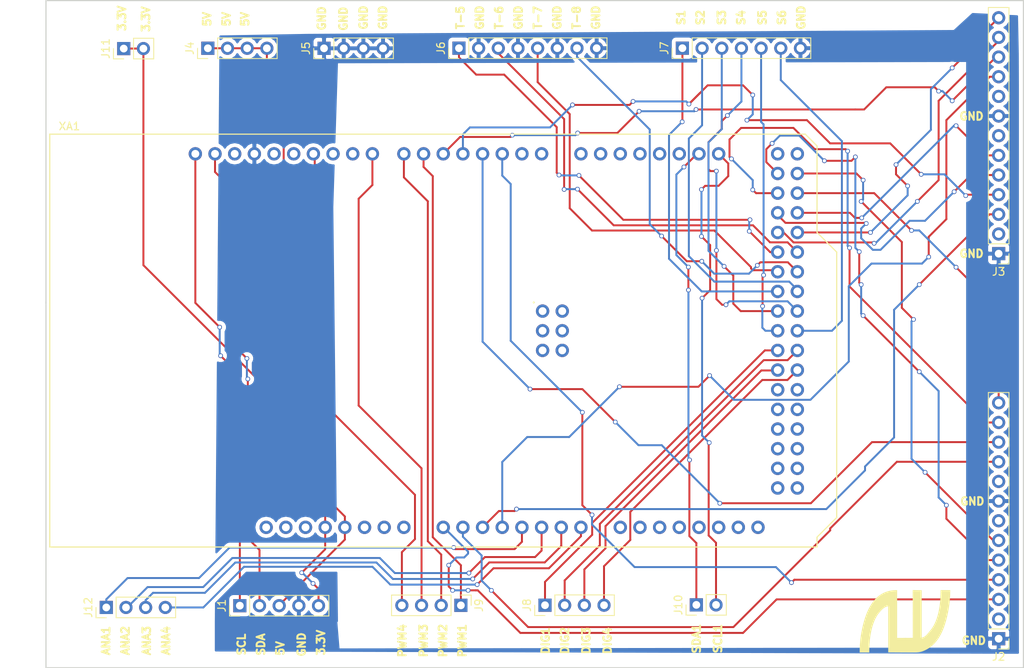
<source format=kicad_pcb>
(kicad_pcb (version 4) (host pcbnew 4.0.7)

  (general
    (links 64)
    (no_connects 0)
    (area 74.864999 14.715 211.795239 102.075001)
    (thickness 1.6)
    (drawings 53)
    (tracks 555)
    (zones 0)
    (modules 14)
    (nets 46)
  )

  (page A4)
  (layers
    (0 F.Cu signal)
    (31 B.Cu signal)
    (32 B.Adhes user)
    (33 F.Adhes user)
    (34 B.Paste user)
    (35 F.Paste user)
    (36 B.SilkS user)
    (37 F.SilkS user)
    (38 B.Mask user)
    (39 F.Mask user)
    (40 Dwgs.User user)
    (41 Cmts.User user)
    (42 Eco1.User user)
    (43 Eco2.User user)
    (44 Edge.Cuts user)
    (45 Margin user)
    (46 B.CrtYd user)
    (47 F.CrtYd user)
    (48 B.Fab user)
    (49 F.Fab user)
  )

  (setup
    (last_trace_width 0.25)
    (trace_clearance 0.2)
    (zone_clearance 0.508)
    (zone_45_only no)
    (trace_min 0.2)
    (segment_width 0.2)
    (edge_width 0.15)
    (via_size 0.6)
    (via_drill 0.4)
    (via_min_size 0.4)
    (via_min_drill 0.3)
    (uvia_size 0.3)
    (uvia_drill 0.1)
    (uvias_allowed no)
    (uvia_min_size 0.2)
    (uvia_min_drill 0.1)
    (pcb_text_width 0.3)
    (pcb_text_size 1.5 1.5)
    (mod_edge_width 0.15)
    (mod_text_size 1 1)
    (mod_text_width 0.15)
    (pad_size 1.524 1.524)
    (pad_drill 0.762)
    (pad_to_mask_clearance 0.2)
    (aux_axis_origin 0 0)
    (visible_elements 7FFFFFFF)
    (pcbplotparams
      (layerselection 0x010e0_80000001)
      (usegerberextensions false)
      (excludeedgelayer true)
      (linewidth 0.100000)
      (plotframeref false)
      (viasonmask false)
      (mode 1)
      (useauxorigin false)
      (hpglpennumber 1)
      (hpglpenspeed 20)
      (hpglpendiameter 15)
      (hpglpenoverlay 2)
      (psnegative false)
      (psa4output false)
      (plotreference false)
      (plotvalue true)
      (plotinvisibletext false)
      (padsonsilk false)
      (subtractmaskfromsilk false)
      (outputformat 5)
      (mirror false)
      (drillshape 0)
      (scaleselection 1)
      (outputdirectory ""))
  )

  (net 0 "")
  (net 1 /SCL)
  (net 2 /SDA)
  (net 3 /5V)
  (net 4 /GND)
  (net 5 /3.3V)
  (net 6 /CS-1)
  (net 7 /PWM-1)
  (net 8 /DIRA-1)
  (net 9 /DIRB-1)
  (net 10 /CS-2)
  (net 11 /PWM-2)
  (net 12 /DIRA-2)
  (net 13 /DIRB-2)
  (net 14 /CS-3)
  (net 15 /PWM-3)
  (net 16 /DIRA-3)
  (net 17 /DIRB-3)
  (net 18 /CS-4)
  (net 19 /PWM-4)
  (net 20 /DIRA-4)
  (net 21 /DIRB-4)
  (net 22 /T-5)
  (net 23 /T-6)
  (net 24 /T-7)
  (net 25 /T-8)
  (net 26 /S1)
  (net 27 /S2)
  (net 28 /S3)
  (net 29 /S4)
  (net 30 /S5)
  (net 31 /S6)
  (net 32 /DIG1)
  (net 33 /DIG2)
  (net 34 /DIG3)
  (net 35 /DIG4)
  (net 36 /PW1)
  (net 37 /PW2)
  (net 38 /PW3)
  (net 39 /PW4)
  (net 40 /SDA1)
  (net 41 /SCL1)
  (net 42 /ANA1)
  (net 43 /ANA2)
  (net 44 /ANA3)
  (net 45 /ANA4)

  (net_class Default "This is the default net class."
    (clearance 0.2)
    (trace_width 0.25)
    (via_dia 0.6)
    (via_drill 0.4)
    (uvia_dia 0.3)
    (uvia_drill 0.1)
    (add_net /3.3V)
    (add_net /5V)
    (add_net /ANA1)
    (add_net /ANA2)
    (add_net /ANA3)
    (add_net /ANA4)
    (add_net /CS-1)
    (add_net /CS-2)
    (add_net /CS-3)
    (add_net /CS-4)
    (add_net /DIG1)
    (add_net /DIG2)
    (add_net /DIG3)
    (add_net /DIG4)
    (add_net /DIRA-1)
    (add_net /DIRA-2)
    (add_net /DIRA-3)
    (add_net /DIRA-4)
    (add_net /DIRB-1)
    (add_net /DIRB-2)
    (add_net /DIRB-3)
    (add_net /DIRB-4)
    (add_net /GND)
    (add_net /PW1)
    (add_net /PW2)
    (add_net /PW3)
    (add_net /PW4)
    (add_net /PWM-1)
    (add_net /PWM-2)
    (add_net /PWM-3)
    (add_net /PWM-4)
    (add_net /S1)
    (add_net /S2)
    (add_net /S3)
    (add_net /S4)
    (add_net /S5)
    (add_net /S6)
    (add_net /SCL)
    (add_net /SCL1)
    (add_net /SDA)
    (add_net /SDA1)
    (add_net /T-5)
    (add_net /T-6)
    (add_net /T-7)
    (add_net /T-8)
  )

  (module Socket_Strips:Socket_Strip_Straight_1x13_Pitch2.54mm (layer F.Cu) (tedit 5B25315B) (tstamp 5B22A93F)
    (at 204 98.25 180)
    (descr "Through hole straight socket strip, 1x13, 2.54mm pitch, single row")
    (tags "Through hole socket strip THT 1x13 2.54mm single row")
    (path /5B22AD93)
    (fp_text reference J2 (at 0 -2.33 180) (layer F.SilkS)
      (effects (font (size 1 1) (thickness 0.15)))
    )
    (fp_text value Conn_01x13_Female (at 0 32.81 180) (layer F.Fab) hide
      (effects (font (size 1 1) (thickness 0.15)))
    )
    (fp_line (start -1.27 -1.27) (end -1.27 31.75) (layer F.Fab) (width 0.1))
    (fp_line (start -1.27 31.75) (end 1.27 31.75) (layer F.Fab) (width 0.1))
    (fp_line (start 1.27 31.75) (end 1.27 -1.27) (layer F.Fab) (width 0.1))
    (fp_line (start 1.27 -1.27) (end -1.27 -1.27) (layer F.Fab) (width 0.1))
    (fp_line (start -1.33 1.27) (end -1.33 31.81) (layer F.SilkS) (width 0.12))
    (fp_line (start -1.33 31.81) (end 1.33 31.81) (layer F.SilkS) (width 0.12))
    (fp_line (start 1.33 31.81) (end 1.33 1.27) (layer F.SilkS) (width 0.12))
    (fp_line (start 1.33 1.27) (end -1.33 1.27) (layer F.SilkS) (width 0.12))
    (fp_line (start -1.33 0) (end -1.33 -1.33) (layer F.SilkS) (width 0.12))
    (fp_line (start -1.33 -1.33) (end 0 -1.33) (layer F.SilkS) (width 0.12))
    (fp_line (start -1.8 -1.8) (end -1.8 32.25) (layer F.CrtYd) (width 0.05))
    (fp_line (start -1.8 32.25) (end 1.8 32.25) (layer F.CrtYd) (width 0.05))
    (fp_line (start 1.8 32.25) (end 1.8 -1.8) (layer F.CrtYd) (width 0.05))
    (fp_line (start 1.8 -1.8) (end -1.8 -1.8) (layer F.CrtYd) (width 0.05))
    (fp_text user %R (at 0 -2.33 180) (layer F.Fab)
      (effects (font (size 1 1) (thickness 0.15)))
    )
    (pad 1 thru_hole rect (at 0 0 180) (size 1.7 1.7) (drill 1) (layers *.Cu *.Mask)
      (net 4 /GND))
    (pad 2 thru_hole oval (at 0 2.54 180) (size 1.7 1.7) (drill 1) (layers *.Cu *.Mask))
    (pad 3 thru_hole oval (at 0 5.08 180) (size 1.7 1.7) (drill 1) (layers *.Cu *.Mask)
      (net 6 /CS-1))
    (pad 4 thru_hole oval (at 0 7.62 180) (size 1.7 1.7) (drill 1) (layers *.Cu *.Mask)
      (net 7 /PWM-1))
    (pad 5 thru_hole oval (at 0 10.16 180) (size 1.7 1.7) (drill 1) (layers *.Cu *.Mask)
      (net 8 /DIRA-1))
    (pad 6 thru_hole oval (at 0 12.7 180) (size 1.7 1.7) (drill 1) (layers *.Cu *.Mask)
      (net 9 /DIRB-1))
    (pad 7 thru_hole oval (at 0 15.24 180) (size 1.7 1.7) (drill 1) (layers *.Cu *.Mask))
    (pad 8 thru_hole oval (at 0 17.78 180) (size 1.7 1.7) (drill 1) (layers *.Cu *.Mask)
      (net 4 /GND))
    (pad 9 thru_hole oval (at 0 20.32 180) (size 1.7 1.7) (drill 1) (layers *.Cu *.Mask))
    (pad 10 thru_hole oval (at 0 22.86 180) (size 1.7 1.7) (drill 1) (layers *.Cu *.Mask)
      (net 10 /CS-2))
    (pad 11 thru_hole oval (at 0 25.4 180) (size 1.7 1.7) (drill 1) (layers *.Cu *.Mask)
      (net 11 /PWM-2))
    (pad 12 thru_hole oval (at 0 27.94 180) (size 1.7 1.7) (drill 1) (layers *.Cu *.Mask)
      (net 12 /DIRA-2))
    (pad 13 thru_hole oval (at 0 30.48 180) (size 1.7 1.7) (drill 1) (layers *.Cu *.Mask)
      (net 13 /DIRB-2))
    (model ${KISYS3DMOD}/Socket_Strips.3dshapes/Socket_Strip_Straight_1x13_Pitch2.54mm.wrl
      (at (xyz 0 -0.6 0))
      (scale (xyz 1 1 1))
      (rotate (xyz 0 0 270))
    )
  )

  (module Pin_Headers:Pin_Header_Straight_1x05_Pitch2.54mm (layer F.Cu) (tedit 5B253163) (tstamp 5B22A92E)
    (at 106.03 93.98 90)
    (descr "Through hole straight pin header, 1x05, 2.54mm pitch, single row")
    (tags "Through hole pin header THT 1x05 2.54mm single row")
    (path /5B20D8F9)
    (fp_text reference J1 (at 0 -2.33 90) (layer F.SilkS)
      (effects (font (size 1 1) (thickness 0.15)))
    )
    (fp_text value Conn_01x05_Male (at 0 12.49 90) (layer F.Fab) hide
      (effects (font (size 1 1) (thickness 0.15)))
    )
    (fp_line (start -0.635 -1.27) (end 1.27 -1.27) (layer F.Fab) (width 0.1))
    (fp_line (start 1.27 -1.27) (end 1.27 11.43) (layer F.Fab) (width 0.1))
    (fp_line (start 1.27 11.43) (end -1.27 11.43) (layer F.Fab) (width 0.1))
    (fp_line (start -1.27 11.43) (end -1.27 -0.635) (layer F.Fab) (width 0.1))
    (fp_line (start -1.27 -0.635) (end -0.635 -1.27) (layer F.Fab) (width 0.1))
    (fp_line (start -1.33 11.49) (end 1.33 11.49) (layer F.SilkS) (width 0.12))
    (fp_line (start -1.33 1.27) (end -1.33 11.49) (layer F.SilkS) (width 0.12))
    (fp_line (start 1.33 1.27) (end 1.33 11.49) (layer F.SilkS) (width 0.12))
    (fp_line (start -1.33 1.27) (end 1.33 1.27) (layer F.SilkS) (width 0.12))
    (fp_line (start -1.33 0) (end -1.33 -1.33) (layer F.SilkS) (width 0.12))
    (fp_line (start -1.33 -1.33) (end 0 -1.33) (layer F.SilkS) (width 0.12))
    (fp_line (start -1.8 -1.8) (end -1.8 11.95) (layer F.CrtYd) (width 0.05))
    (fp_line (start -1.8 11.95) (end 1.8 11.95) (layer F.CrtYd) (width 0.05))
    (fp_line (start 1.8 11.95) (end 1.8 -1.8) (layer F.CrtYd) (width 0.05))
    (fp_line (start 1.8 -1.8) (end -1.8 -1.8) (layer F.CrtYd) (width 0.05))
    (fp_text user %R (at 0 5.08 180) (layer F.Fab)
      (effects (font (size 1 1) (thickness 0.15)))
    )
    (pad 1 thru_hole rect (at 0 0 90) (size 1.7 1.7) (drill 1) (layers *.Cu *.Mask)
      (net 1 /SCL))
    (pad 2 thru_hole oval (at 0 2.54 90) (size 1.7 1.7) (drill 1) (layers *.Cu *.Mask)
      (net 2 /SDA))
    (pad 3 thru_hole oval (at 0 5.08 90) (size 1.7 1.7) (drill 1) (layers *.Cu *.Mask)
      (net 3 /5V))
    (pad 4 thru_hole oval (at 0 7.62 90) (size 1.7 1.7) (drill 1) (layers *.Cu *.Mask)
      (net 4 /GND))
    (pad 5 thru_hole oval (at 0 10.16 90) (size 1.7 1.7) (drill 1) (layers *.Cu *.Mask)
      (net 5 /3.3V))
    (model ${KISYS3DMOD}/Pin_Headers.3dshapes/Pin_Header_Straight_1x05_Pitch2.54mm.wrl
      (at (xyz 0 0 0))
      (scale (xyz 1 1 1))
      (rotate (xyz 0 0 0))
    )
  )

  (module Socket_Strips:Socket_Strip_Straight_1x13_Pitch2.54mm (layer F.Cu) (tedit 5B253156) (tstamp 5B22A950)
    (at 204 48.5 180)
    (descr "Through hole straight socket strip, 1x13, 2.54mm pitch, single row")
    (tags "Through hole socket strip THT 1x13 2.54mm single row")
    (path /5B22AEE2)
    (fp_text reference J3 (at 0 -2.33 180) (layer F.SilkS)
      (effects (font (size 1 1) (thickness 0.15)))
    )
    (fp_text value Conn_01x13_Female (at 0 32.81 180) (layer F.Fab) hide
      (effects (font (size 1 1) (thickness 0.15)))
    )
    (fp_line (start -1.27 -1.27) (end -1.27 31.75) (layer F.Fab) (width 0.1))
    (fp_line (start -1.27 31.75) (end 1.27 31.75) (layer F.Fab) (width 0.1))
    (fp_line (start 1.27 31.75) (end 1.27 -1.27) (layer F.Fab) (width 0.1))
    (fp_line (start 1.27 -1.27) (end -1.27 -1.27) (layer F.Fab) (width 0.1))
    (fp_line (start -1.33 1.27) (end -1.33 31.81) (layer F.SilkS) (width 0.12))
    (fp_line (start -1.33 31.81) (end 1.33 31.81) (layer F.SilkS) (width 0.12))
    (fp_line (start 1.33 31.81) (end 1.33 1.27) (layer F.SilkS) (width 0.12))
    (fp_line (start 1.33 1.27) (end -1.33 1.27) (layer F.SilkS) (width 0.12))
    (fp_line (start -1.33 0) (end -1.33 -1.33) (layer F.SilkS) (width 0.12))
    (fp_line (start -1.33 -1.33) (end 0 -1.33) (layer F.SilkS) (width 0.12))
    (fp_line (start -1.8 -1.8) (end -1.8 32.25) (layer F.CrtYd) (width 0.05))
    (fp_line (start -1.8 32.25) (end 1.8 32.25) (layer F.CrtYd) (width 0.05))
    (fp_line (start 1.8 32.25) (end 1.8 -1.8) (layer F.CrtYd) (width 0.05))
    (fp_line (start 1.8 -1.8) (end -1.8 -1.8) (layer F.CrtYd) (width 0.05))
    (fp_text user %R (at 0 -2.33 180) (layer F.Fab)
      (effects (font (size 1 1) (thickness 0.15)))
    )
    (pad 1 thru_hole rect (at 0 0 180) (size 1.7 1.7) (drill 1) (layers *.Cu *.Mask)
      (net 4 /GND))
    (pad 2 thru_hole oval (at 0 2.54 180) (size 1.7 1.7) (drill 1) (layers *.Cu *.Mask))
    (pad 3 thru_hole oval (at 0 5.08 180) (size 1.7 1.7) (drill 1) (layers *.Cu *.Mask)
      (net 14 /CS-3))
    (pad 4 thru_hole oval (at 0 7.62 180) (size 1.7 1.7) (drill 1) (layers *.Cu *.Mask)
      (net 15 /PWM-3))
    (pad 5 thru_hole oval (at 0 10.16 180) (size 1.7 1.7) (drill 1) (layers *.Cu *.Mask)
      (net 16 /DIRA-3))
    (pad 6 thru_hole oval (at 0 12.7 180) (size 1.7 1.7) (drill 1) (layers *.Cu *.Mask)
      (net 17 /DIRB-3))
    (pad 7 thru_hole oval (at 0 15.24 180) (size 1.7 1.7) (drill 1) (layers *.Cu *.Mask))
    (pad 8 thru_hole oval (at 0 17.78 180) (size 1.7 1.7) (drill 1) (layers *.Cu *.Mask)
      (net 4 /GND))
    (pad 9 thru_hole oval (at 0 20.32 180) (size 1.7 1.7) (drill 1) (layers *.Cu *.Mask))
    (pad 10 thru_hole oval (at 0 22.86 180) (size 1.7 1.7) (drill 1) (layers *.Cu *.Mask)
      (net 18 /CS-4))
    (pad 11 thru_hole oval (at 0 25.4 180) (size 1.7 1.7) (drill 1) (layers *.Cu *.Mask)
      (net 19 /PWM-4))
    (pad 12 thru_hole oval (at 0 27.94 180) (size 1.7 1.7) (drill 1) (layers *.Cu *.Mask)
      (net 20 /DIRA-4))
    (pad 13 thru_hole oval (at 0 30.48 180) (size 1.7 1.7) (drill 1) (layers *.Cu *.Mask)
      (net 21 /DIRB-4))
    (model ${KISYS3DMOD}/Socket_Strips.3dshapes/Socket_Strip_Straight_1x13_Pitch2.54mm.wrl
      (at (xyz 0 -0.6 0))
      (scale (xyz 1 1 1))
      (rotate (xyz 0 0 270))
    )
  )

  (module Pin_Headers:Pin_Header_Straight_1x08_Pitch2.54mm (layer F.Cu) (tedit 5B25314B) (tstamp 5B22A95C)
    (at 134.32 21.95 90)
    (descr "Through hole straight pin header, 1x08, 2.54mm pitch, single row")
    (tags "Through hole pin header THT 1x08 2.54mm single row")
    (path /5B20F401)
    (fp_text reference J6 (at 0 -2.33 90) (layer F.SilkS)
      (effects (font (size 1 1) (thickness 0.15)))
    )
    (fp_text value Conn_01x08_Male (at 0 20.11 90) (layer F.Fab) hide
      (effects (font (size 1 1) (thickness 0.15)))
    )
    (fp_line (start -0.635 -1.27) (end 1.27 -1.27) (layer F.Fab) (width 0.1))
    (fp_line (start 1.27 -1.27) (end 1.27 19.05) (layer F.Fab) (width 0.1))
    (fp_line (start 1.27 19.05) (end -1.27 19.05) (layer F.Fab) (width 0.1))
    (fp_line (start -1.27 19.05) (end -1.27 -0.635) (layer F.Fab) (width 0.1))
    (fp_line (start -1.27 -0.635) (end -0.635 -1.27) (layer F.Fab) (width 0.1))
    (fp_line (start -1.33 19.11) (end 1.33 19.11) (layer F.SilkS) (width 0.12))
    (fp_line (start -1.33 1.27) (end -1.33 19.11) (layer F.SilkS) (width 0.12))
    (fp_line (start 1.33 1.27) (end 1.33 19.11) (layer F.SilkS) (width 0.12))
    (fp_line (start -1.33 1.27) (end 1.33 1.27) (layer F.SilkS) (width 0.12))
    (fp_line (start -1.33 0) (end -1.33 -1.33) (layer F.SilkS) (width 0.12))
    (fp_line (start -1.33 -1.33) (end 0 -1.33) (layer F.SilkS) (width 0.12))
    (fp_line (start -1.8 -1.8) (end -1.8 19.55) (layer F.CrtYd) (width 0.05))
    (fp_line (start -1.8 19.55) (end 1.8 19.55) (layer F.CrtYd) (width 0.05))
    (fp_line (start 1.8 19.55) (end 1.8 -1.8) (layer F.CrtYd) (width 0.05))
    (fp_line (start 1.8 -1.8) (end -1.8 -1.8) (layer F.CrtYd) (width 0.05))
    (fp_text user %R (at 0 8.89 180) (layer F.Fab)
      (effects (font (size 1 1) (thickness 0.15)))
    )
    (pad 1 thru_hole rect (at 0 0 90) (size 1.7 1.7) (drill 1) (layers *.Cu *.Mask)
      (net 22 /T-5))
    (pad 2 thru_hole oval (at 0 2.54 90) (size 1.7 1.7) (drill 1) (layers *.Cu *.Mask)
      (net 4 /GND))
    (pad 3 thru_hole oval (at 0 5.08 90) (size 1.7 1.7) (drill 1) (layers *.Cu *.Mask)
      (net 23 /T-6))
    (pad 4 thru_hole oval (at 0 7.62 90) (size 1.7 1.7) (drill 1) (layers *.Cu *.Mask)
      (net 4 /GND))
    (pad 5 thru_hole oval (at 0 10.16 90) (size 1.7 1.7) (drill 1) (layers *.Cu *.Mask)
      (net 24 /T-7))
    (pad 6 thru_hole oval (at 0 12.7 90) (size 1.7 1.7) (drill 1) (layers *.Cu *.Mask)
      (net 4 /GND))
    (pad 7 thru_hole oval (at 0 15.24 90) (size 1.7 1.7) (drill 1) (layers *.Cu *.Mask)
      (net 25 /T-8))
    (pad 8 thru_hole oval (at 0 17.78 90) (size 1.7 1.7) (drill 1) (layers *.Cu *.Mask)
      (net 4 /GND))
    (model ${KISYS3DMOD}/Pin_Headers.3dshapes/Pin_Header_Straight_1x08_Pitch2.54mm.wrl
      (at (xyz 0 0 0))
      (scale (xyz 1 1 1))
      (rotate (xyz 0 0 0))
    )
  )

  (module Pin_Headers:Pin_Header_Straight_1x07_Pitch2.54mm (layer F.Cu) (tedit 5B253151) (tstamp 5B22A967)
    (at 163.17 21.95 90)
    (descr "Through hole straight pin header, 1x07, 2.54mm pitch, single row")
    (tags "Through hole pin header THT 1x07 2.54mm single row")
    (path /5B215199)
    (fp_text reference J7 (at 0 -2.33 90) (layer F.SilkS)
      (effects (font (size 1 1) (thickness 0.15)))
    )
    (fp_text value Conn_01x07_Male (at 0 17.57 90) (layer F.Fab) hide
      (effects (font (size 1 1) (thickness 0.15)))
    )
    (fp_line (start -0.635 -1.27) (end 1.27 -1.27) (layer F.Fab) (width 0.1))
    (fp_line (start 1.27 -1.27) (end 1.27 16.51) (layer F.Fab) (width 0.1))
    (fp_line (start 1.27 16.51) (end -1.27 16.51) (layer F.Fab) (width 0.1))
    (fp_line (start -1.27 16.51) (end -1.27 -0.635) (layer F.Fab) (width 0.1))
    (fp_line (start -1.27 -0.635) (end -0.635 -1.27) (layer F.Fab) (width 0.1))
    (fp_line (start -1.33 16.57) (end 1.33 16.57) (layer F.SilkS) (width 0.12))
    (fp_line (start -1.33 1.27) (end -1.33 16.57) (layer F.SilkS) (width 0.12))
    (fp_line (start 1.33 1.27) (end 1.33 16.57) (layer F.SilkS) (width 0.12))
    (fp_line (start -1.33 1.27) (end 1.33 1.27) (layer F.SilkS) (width 0.12))
    (fp_line (start -1.33 0) (end -1.33 -1.33) (layer F.SilkS) (width 0.12))
    (fp_line (start -1.33 -1.33) (end 0 -1.33) (layer F.SilkS) (width 0.12))
    (fp_line (start -1.8 -1.8) (end -1.8 17.05) (layer F.CrtYd) (width 0.05))
    (fp_line (start -1.8 17.05) (end 1.8 17.05) (layer F.CrtYd) (width 0.05))
    (fp_line (start 1.8 17.05) (end 1.8 -1.8) (layer F.CrtYd) (width 0.05))
    (fp_line (start 1.8 -1.8) (end -1.8 -1.8) (layer F.CrtYd) (width 0.05))
    (fp_text user %R (at 0 7.62 180) (layer F.Fab)
      (effects (font (size 1 1) (thickness 0.15)))
    )
    (pad 1 thru_hole rect (at 0 0 90) (size 1.7 1.7) (drill 1) (layers *.Cu *.Mask)
      (net 26 /S1))
    (pad 2 thru_hole oval (at 0 2.54 90) (size 1.7 1.7) (drill 1) (layers *.Cu *.Mask)
      (net 27 /S2))
    (pad 3 thru_hole oval (at 0 5.08 90) (size 1.7 1.7) (drill 1) (layers *.Cu *.Mask)
      (net 28 /S3))
    (pad 4 thru_hole oval (at 0 7.62 90) (size 1.7 1.7) (drill 1) (layers *.Cu *.Mask)
      (net 29 /S4))
    (pad 5 thru_hole oval (at 0 10.16 90) (size 1.7 1.7) (drill 1) (layers *.Cu *.Mask)
      (net 30 /S5))
    (pad 6 thru_hole oval (at 0 12.7 90) (size 1.7 1.7) (drill 1) (layers *.Cu *.Mask)
      (net 31 /S6))
    (pad 7 thru_hole oval (at 0 15.24 90) (size 1.7 1.7) (drill 1) (layers *.Cu *.Mask)
      (net 4 /GND))
    (model ${KISYS3DMOD}/Pin_Headers.3dshapes/Pin_Header_Straight_1x07_Pitch2.54mm.wrl
      (at (xyz 0 0 0))
      (scale (xyz 1 1 1))
      (rotate (xyz 0 0 0))
    )
  )

  (module Pin_Headers:Pin_Header_Straight_1x04_Pitch2.54mm (layer F.Cu) (tedit 5B253169) (tstamp 5B22A96F)
    (at 145.43 93.92 90)
    (descr "Through hole straight pin header, 1x04, 2.54mm pitch, single row")
    (tags "Through hole pin header THT 1x04 2.54mm single row")
    (path /5B215515)
    (fp_text reference J8 (at 0 -2.33 90) (layer F.SilkS)
      (effects (font (size 1 1) (thickness 0.15)))
    )
    (fp_text value Conn_01x04_Male (at 0 9.95 90) (layer F.Fab) hide
      (effects (font (size 1 1) (thickness 0.15)))
    )
    (fp_line (start -0.635 -1.27) (end 1.27 -1.27) (layer F.Fab) (width 0.1))
    (fp_line (start 1.27 -1.27) (end 1.27 8.89) (layer F.Fab) (width 0.1))
    (fp_line (start 1.27 8.89) (end -1.27 8.89) (layer F.Fab) (width 0.1))
    (fp_line (start -1.27 8.89) (end -1.27 -0.635) (layer F.Fab) (width 0.1))
    (fp_line (start -1.27 -0.635) (end -0.635 -1.27) (layer F.Fab) (width 0.1))
    (fp_line (start -1.33 8.95) (end 1.33 8.95) (layer F.SilkS) (width 0.12))
    (fp_line (start -1.33 1.27) (end -1.33 8.95) (layer F.SilkS) (width 0.12))
    (fp_line (start 1.33 1.27) (end 1.33 8.95) (layer F.SilkS) (width 0.12))
    (fp_line (start -1.33 1.27) (end 1.33 1.27) (layer F.SilkS) (width 0.12))
    (fp_line (start -1.33 0) (end -1.33 -1.33) (layer F.SilkS) (width 0.12))
    (fp_line (start -1.33 -1.33) (end 0 -1.33) (layer F.SilkS) (width 0.12))
    (fp_line (start -1.8 -1.8) (end -1.8 9.4) (layer F.CrtYd) (width 0.05))
    (fp_line (start -1.8 9.4) (end 1.8 9.4) (layer F.CrtYd) (width 0.05))
    (fp_line (start 1.8 9.4) (end 1.8 -1.8) (layer F.CrtYd) (width 0.05))
    (fp_line (start 1.8 -1.8) (end -1.8 -1.8) (layer F.CrtYd) (width 0.05))
    (fp_text user %R (at 0 3.81 180) (layer F.Fab)
      (effects (font (size 1 1) (thickness 0.15)))
    )
    (pad 1 thru_hole rect (at 0 0 90) (size 1.7 1.7) (drill 1) (layers *.Cu *.Mask)
      (net 32 /DIG1))
    (pad 2 thru_hole oval (at 0 2.54 90) (size 1.7 1.7) (drill 1) (layers *.Cu *.Mask)
      (net 33 /DIG2))
    (pad 3 thru_hole oval (at 0 5.08 90) (size 1.7 1.7) (drill 1) (layers *.Cu *.Mask)
      (net 34 /DIG3))
    (pad 4 thru_hole oval (at 0 7.62 90) (size 1.7 1.7) (drill 1) (layers *.Cu *.Mask)
      (net 35 /DIG4))
    (model ${KISYS3DMOD}/Pin_Headers.3dshapes/Pin_Header_Straight_1x04_Pitch2.54mm.wrl
      (at (xyz 0 0 0))
      (scale (xyz 1 1 1))
      (rotate (xyz 0 0 0))
    )
  )

  (module Pin_Headers:Pin_Header_Straight_1x04_Pitch2.54mm (layer F.Cu) (tedit 5B253166) (tstamp 5B22A977)
    (at 134.57 93.94 270)
    (descr "Through hole straight pin header, 1x04, 2.54mm pitch, single row")
    (tags "Through hole pin header THT 1x04 2.54mm single row")
    (path /5B2155D2)
    (fp_text reference J9 (at 0 -2.33 270) (layer F.SilkS)
      (effects (font (size 1 1) (thickness 0.15)))
    )
    (fp_text value Conn_01x04_Male (at 0 9.95 270) (layer F.Fab) hide
      (effects (font (size 1 1) (thickness 0.15)))
    )
    (fp_line (start -0.635 -1.27) (end 1.27 -1.27) (layer F.Fab) (width 0.1))
    (fp_line (start 1.27 -1.27) (end 1.27 8.89) (layer F.Fab) (width 0.1))
    (fp_line (start 1.27 8.89) (end -1.27 8.89) (layer F.Fab) (width 0.1))
    (fp_line (start -1.27 8.89) (end -1.27 -0.635) (layer F.Fab) (width 0.1))
    (fp_line (start -1.27 -0.635) (end -0.635 -1.27) (layer F.Fab) (width 0.1))
    (fp_line (start -1.33 8.95) (end 1.33 8.95) (layer F.SilkS) (width 0.12))
    (fp_line (start -1.33 1.27) (end -1.33 8.95) (layer F.SilkS) (width 0.12))
    (fp_line (start 1.33 1.27) (end 1.33 8.95) (layer F.SilkS) (width 0.12))
    (fp_line (start -1.33 1.27) (end 1.33 1.27) (layer F.SilkS) (width 0.12))
    (fp_line (start -1.33 0) (end -1.33 -1.33) (layer F.SilkS) (width 0.12))
    (fp_line (start -1.33 -1.33) (end 0 -1.33) (layer F.SilkS) (width 0.12))
    (fp_line (start -1.8 -1.8) (end -1.8 9.4) (layer F.CrtYd) (width 0.05))
    (fp_line (start -1.8 9.4) (end 1.8 9.4) (layer F.CrtYd) (width 0.05))
    (fp_line (start 1.8 9.4) (end 1.8 -1.8) (layer F.CrtYd) (width 0.05))
    (fp_line (start 1.8 -1.8) (end -1.8 -1.8) (layer F.CrtYd) (width 0.05))
    (fp_text user %R (at 0 3.81 360) (layer F.Fab)
      (effects (font (size 1 1) (thickness 0.15)))
    )
    (pad 1 thru_hole rect (at 0 0 270) (size 1.7 1.7) (drill 1) (layers *.Cu *.Mask)
      (net 36 /PW1))
    (pad 2 thru_hole oval (at 0 2.54 270) (size 1.7 1.7) (drill 1) (layers *.Cu *.Mask)
      (net 37 /PW2))
    (pad 3 thru_hole oval (at 0 5.08 270) (size 1.7 1.7) (drill 1) (layers *.Cu *.Mask)
      (net 38 /PW3))
    (pad 4 thru_hole oval (at 0 7.62 270) (size 1.7 1.7) (drill 1) (layers *.Cu *.Mask)
      (net 39 /PW4))
    (model ${KISYS3DMOD}/Pin_Headers.3dshapes/Pin_Header_Straight_1x04_Pitch2.54mm.wrl
      (at (xyz 0 0 0))
      (scale (xyz 1 1 1))
      (rotate (xyz 0 0 0))
    )
  )

  (module "conn footprint:Arduino_Mega2560_Shield" (layer F.Cu) (tedit 5A8605D3) (tstamp 5B22A9E5)
    (at 81.49 86.4)
    (descr https://store.arduino.cc/arduino-mega-2560-rev3)
    (path /5B20C79E)
    (fp_text reference XA1 (at 2.54 -54.356) (layer F.SilkS)
      (effects (font (size 1 1) (thickness 0.15)))
    )
    (fp_text value Arduino_Mega2560_Shield (at 15.494 -54.356) (layer F.Fab)
      (effects (font (size 1 1) (thickness 0.15)))
    )
    (fp_line (start 9.525 -32.385) (end -6.35 -32.385) (layer B.CrtYd) (width 0.15))
    (fp_line (start 9.525 -43.815) (end -6.35 -43.815) (layer B.CrtYd) (width 0.15))
    (fp_line (start 9.525 -43.815) (end 9.525 -32.385) (layer B.CrtYd) (width 0.15))
    (fp_line (start -6.35 -43.815) (end -6.35 -32.385) (layer B.CrtYd) (width 0.15))
    (fp_text user . (at 62.484 -32.004) (layer F.SilkS)
      (effects (font (size 1 1) (thickness 0.15)))
    )
    (fp_line (start 11.43 -12.065) (end 11.43 -3.175) (layer B.CrtYd) (width 0.15))
    (fp_line (start -1.905 -3.175) (end 11.43 -3.175) (layer B.CrtYd) (width 0.15))
    (fp_line (start -1.905 -12.065) (end -1.905 -3.175) (layer B.CrtYd) (width 0.15))
    (fp_line (start -1.905 -12.065) (end 11.43 -12.065) (layer B.CrtYd) (width 0.15))
    (fp_line (start 0 -53.34) (end 0 0) (layer F.SilkS) (width 0.15))
    (fp_line (start 99.06 -40.64) (end 99.06 -51.816) (layer F.SilkS) (width 0.15))
    (fp_line (start 101.6 -38.1) (end 99.06 -40.64) (layer F.SilkS) (width 0.15))
    (fp_line (start 101.6 -3.81) (end 101.6 -38.1) (layer F.SilkS) (width 0.15))
    (fp_line (start 99.06 -1.27) (end 101.6 -3.81) (layer F.SilkS) (width 0.15))
    (fp_line (start 99.06 0) (end 99.06 -1.27) (layer F.SilkS) (width 0.15))
    (fp_line (start 97.536 -53.34) (end 99.06 -51.816) (layer F.SilkS) (width 0.15))
    (fp_line (start 0 0) (end 99.06 0) (layer F.SilkS) (width 0.15))
    (fp_line (start 0 -53.34) (end 97.536 -53.34) (layer F.SilkS) (width 0.15))
    (pad RST2 thru_hole oval (at 63.627 -25.4) (size 1.7272 1.7272) (drill 1.016) (layers *.Cu *.Mask))
    (pad GND4 thru_hole oval (at 66.167 -25.4) (size 1.7272 1.7272) (drill 1.016) (layers *.Cu *.Mask))
    (pad MOSI thru_hole oval (at 66.167 -27.94) (size 1.7272 1.7272) (drill 1.016) (layers *.Cu *.Mask))
    (pad SCK thru_hole oval (at 63.627 -27.94) (size 1.7272 1.7272) (drill 1.016) (layers *.Cu *.Mask))
    (pad 5V2 thru_hole oval (at 66.167 -30.48) (size 1.7272 1.7272) (drill 1.016) (layers *.Cu *.Mask))
    (pad A0 thru_hole oval (at 50.8 -2.54) (size 1.7272 1.7272) (drill 1.016) (layers *.Cu *.Mask)
      (net 6 /CS-1))
    (pad VIN thru_hole oval (at 45.72 -2.54) (size 1.7272 1.7272) (drill 1.016) (layers *.Cu *.Mask))
    (pad GND3 thru_hole oval (at 43.18 -2.54) (size 1.7272 1.7272) (drill 1.016) (layers *.Cu *.Mask))
    (pad GND2 thru_hole oval (at 40.64 -2.54) (size 1.7272 1.7272) (drill 1.016) (layers *.Cu *.Mask))
    (pad 5V1 thru_hole oval (at 38.1 -2.54) (size 1.7272 1.7272) (drill 1.016) (layers *.Cu *.Mask)
      (net 3 /5V))
    (pad 3V3 thru_hole oval (at 35.56 -2.54) (size 1.7272 1.7272) (drill 1.016) (layers *.Cu *.Mask)
      (net 5 /3.3V))
    (pad RST1 thru_hole oval (at 33.02 -2.54) (size 1.7272 1.7272) (drill 1.016) (layers *.Cu *.Mask))
    (pad IORF thru_hole oval (at 30.48 -2.54) (size 1.7272 1.7272) (drill 1.016) (layers *.Cu *.Mask))
    (pad D21 thru_hole oval (at 86.36 -50.8) (size 1.7272 1.7272) (drill 1.016) (layers *.Cu *.Mask)
      (net 41 /SCL1))
    (pad D20 thru_hole oval (at 83.82 -50.8) (size 1.7272 1.7272) (drill 1.016) (layers *.Cu *.Mask)
      (net 40 /SDA1))
    (pad D19 thru_hole oval (at 81.28 -50.8) (size 1.7272 1.7272) (drill 1.016) (layers *.Cu *.Mask))
    (pad D18 thru_hole oval (at 78.74 -50.8) (size 1.7272 1.7272) (drill 1.016) (layers *.Cu *.Mask))
    (pad D17 thru_hole oval (at 76.2 -50.8) (size 1.7272 1.7272) (drill 1.016) (layers *.Cu *.Mask))
    (pad D16 thru_hole oval (at 73.66 -50.8) (size 1.7272 1.7272) (drill 1.016) (layers *.Cu *.Mask))
    (pad D15 thru_hole oval (at 71.12 -50.8) (size 1.7272 1.7272) (drill 1.016) (layers *.Cu *.Mask))
    (pad D14 thru_hole oval (at 68.58 -50.8) (size 1.7272 1.7272) (drill 1.016) (layers *.Cu *.Mask))
    (pad D0 thru_hole oval (at 63.5 -50.8) (size 1.7272 1.7272) (drill 1.016) (layers *.Cu *.Mask))
    (pad D1 thru_hole oval (at 60.96 -50.8) (size 1.7272 1.7272) (drill 1.016) (layers *.Cu *.Mask))
    (pad D2 thru_hole oval (at 58.42 -50.8) (size 1.7272 1.7272) (drill 1.016) (layers *.Cu *.Mask)
      (net 7 /PWM-1))
    (pad D3 thru_hole oval (at 55.88 -50.8) (size 1.7272 1.7272) (drill 1.016) (layers *.Cu *.Mask)
      (net 11 /PWM-2))
    (pad D4 thru_hole oval (at 53.34 -50.8) (size 1.7272 1.7272) (drill 1.016) (layers *.Cu *.Mask)
      (net 15 /PWM-3))
    (pad D5 thru_hole oval (at 50.8 -50.8) (size 1.7272 1.7272) (drill 1.016) (layers *.Cu *.Mask)
      (net 19 /PWM-4))
    (pad D6 thru_hole oval (at 48.26 -50.8) (size 1.7272 1.7272) (drill 1.016) (layers *.Cu *.Mask)
      (net 36 /PW1))
    (pad D7 thru_hole oval (at 45.72 -50.8) (size 1.7272 1.7272) (drill 1.016) (layers *.Cu *.Mask)
      (net 37 /PW2))
    (pad GND1 thru_hole oval (at 26.416 -50.8) (size 1.7272 1.7272) (drill 1.016) (layers *.Cu *.Mask)
      (net 4 /GND))
    (pad D8 thru_hole oval (at 41.656 -50.8) (size 1.7272 1.7272) (drill 1.016) (layers *.Cu *.Mask)
      (net 38 /PW3))
    (pad D9 thru_hole oval (at 39.116 -50.8) (size 1.7272 1.7272) (drill 1.016) (layers *.Cu *.Mask))
    (pad D10 thru_hole oval (at 36.576 -50.8) (size 1.7272 1.7272) (drill 1.016) (layers *.Cu *.Mask))
    (pad "" np_thru_hole circle (at 66.04 -7.62) (size 3.2 3.2) (drill 3.2) (layers *.Cu *.Mask))
    (pad "" np_thru_hole circle (at 66.04 -35.56) (size 3.2 3.2) (drill 3.2) (layers *.Cu *.Mask))
    (pad "" np_thru_hole circle (at 90.17 -50.8) (size 3.2 3.2) (drill 3.2) (layers *.Cu *.Mask))
    (pad "" np_thru_hole circle (at 15.24 -50.8) (size 3.2 3.2) (drill 3.2) (layers *.Cu *.Mask))
    (pad "" np_thru_hole circle (at 96.52 -2.54) (size 3.2 3.2) (drill 3.2) (layers *.Cu *.Mask))
    (pad "" np_thru_hole circle (at 13.97 -2.54) (size 3.2 3.2) (drill 3.2) (layers *.Cu *.Mask))
    (pad SCL thru_hole oval (at 18.796 -50.8) (size 1.7272 1.7272) (drill 1.016) (layers *.Cu *.Mask)
      (net 1 /SCL))
    (pad SDA thru_hole oval (at 21.336 -50.8) (size 1.7272 1.7272) (drill 1.016) (layers *.Cu *.Mask)
      (net 2 /SDA))
    (pad AREF thru_hole oval (at 23.876 -50.8) (size 1.7272 1.7272) (drill 1.016) (layers *.Cu *.Mask))
    (pad D13 thru_hole oval (at 28.956 -50.8) (size 1.7272 1.7272) (drill 1.016) (layers *.Cu *.Mask))
    (pad D12 thru_hole oval (at 31.496 -50.8) (size 1.7272 1.7272) (drill 1.016) (layers *.Cu *.Mask))
    (pad D11 thru_hole oval (at 34.036 -50.8) (size 1.7272 1.7272) (drill 1.016) (layers *.Cu *.Mask)
      (net 39 /PW4))
    (pad "" thru_hole oval (at 27.94 -2.54) (size 1.7272 1.7272) (drill 1.016) (layers *.Cu *.Mask))
    (pad A1 thru_hole oval (at 53.34 -2.54) (size 1.7272 1.7272) (drill 1.016) (layers *.Cu *.Mask)
      (net 10 /CS-2))
    (pad A2 thru_hole oval (at 55.88 -2.54) (size 1.7272 1.7272) (drill 1.016) (layers *.Cu *.Mask)
      (net 14 /CS-3))
    (pad A3 thru_hole oval (at 58.42 -2.54) (size 1.7272 1.7272) (drill 1.016) (layers *.Cu *.Mask)
      (net 18 /CS-4))
    (pad A4 thru_hole oval (at 60.96 -2.54) (size 1.7272 1.7272) (drill 1.016) (layers *.Cu *.Mask)
      (net 42 /ANA1))
    (pad A5 thru_hole oval (at 63.5 -2.54) (size 1.7272 1.7272) (drill 1.016) (layers *.Cu *.Mask)
      (net 43 /ANA2))
    (pad A6 thru_hole oval (at 66.04 -2.54) (size 1.7272 1.7272) (drill 1.016) (layers *.Cu *.Mask)
      (net 44 /ANA3))
    (pad A7 thru_hole oval (at 68.58 -2.54) (size 1.7272 1.7272) (drill 1.016) (layers *.Cu *.Mask)
      (net 45 /ANA4))
    (pad A8 thru_hole oval (at 73.66 -2.54) (size 1.7272 1.7272) (drill 1.016) (layers *.Cu *.Mask))
    (pad A9 thru_hole oval (at 76.2 -2.54) (size 1.7272 1.7272) (drill 1.016) (layers *.Cu *.Mask))
    (pad A10 thru_hole oval (at 78.74 -2.54) (size 1.7272 1.7272) (drill 1.016) (layers *.Cu *.Mask))
    (pad A11 thru_hole oval (at 81.28 -2.54) (size 1.7272 1.7272) (drill 1.016) (layers *.Cu *.Mask))
    (pad A12 thru_hole oval (at 83.82 -2.54) (size 1.7272 1.7272) (drill 1.016) (layers *.Cu *.Mask))
    (pad A13 thru_hole oval (at 86.36 -2.54) (size 1.7272 1.7272) (drill 1.016) (layers *.Cu *.Mask))
    (pad A14 thru_hole oval (at 88.9 -2.54) (size 1.7272 1.7272) (drill 1.016) (layers *.Cu *.Mask))
    (pad A15 thru_hole oval (at 91.44 -2.54) (size 1.7272 1.7272) (drill 1.016) (layers *.Cu *.Mask))
    (pad 5V3 thru_hole oval (at 93.98 -50.8) (size 1.7272 1.7272) (drill 1.016) (layers *.Cu *.Mask))
    (pad 5V4 thru_hole oval (at 96.52 -50.8) (size 1.7272 1.7272) (drill 1.016) (layers *.Cu *.Mask))
    (pad D22 thru_hole oval (at 93.98 -48.26) (size 1.7272 1.7272) (drill 1.016) (layers *.Cu *.Mask)
      (net 8 /DIRA-1))
    (pad D23 thru_hole oval (at 96.52 -48.26) (size 1.7272 1.7272) (drill 1.016) (layers *.Cu *.Mask)
      (net 9 /DIRB-1))
    (pad D24 thru_hole oval (at 93.98 -45.72) (size 1.7272 1.7272) (drill 1.016) (layers *.Cu *.Mask)
      (net 12 /DIRA-2))
    (pad D25 thru_hole oval (at 96.52 -45.72) (size 1.7272 1.7272) (drill 1.016) (layers *.Cu *.Mask)
      (net 13 /DIRB-2))
    (pad D26 thru_hole oval (at 93.98 -43.18) (size 1.7272 1.7272) (drill 1.016) (layers *.Cu *.Mask)
      (net 16 /DIRA-3))
    (pad D27 thru_hole oval (at 96.52 -43.18) (size 1.7272 1.7272) (drill 1.016) (layers *.Cu *.Mask)
      (net 17 /DIRB-3))
    (pad D28 thru_hole oval (at 93.98 -40.64) (size 1.7272 1.7272) (drill 1.016) (layers *.Cu *.Mask)
      (net 20 /DIRA-4))
    (pad D29 thru_hole oval (at 96.52 -40.64) (size 1.7272 1.7272) (drill 1.016) (layers *.Cu *.Mask)
      (net 21 /DIRB-4))
    (pad D30 thru_hole oval (at 93.98 -38.1) (size 1.7272 1.7272) (drill 1.016) (layers *.Cu *.Mask)
      (net 22 /T-5))
    (pad D31 thru_hole oval (at 96.52 -38.1) (size 1.7272 1.7272) (drill 1.016) (layers *.Cu *.Mask)
      (net 23 /T-6))
    (pad D32 thru_hole oval (at 93.98 -35.56) (size 1.7272 1.7272) (drill 1.016) (layers *.Cu *.Mask)
      (net 24 /T-7))
    (pad D33 thru_hole oval (at 96.52 -35.56) (size 1.7272 1.7272) (drill 1.016) (layers *.Cu *.Mask)
      (net 25 /T-8))
    (pad D34 thru_hole oval (at 93.98 -33.02) (size 1.7272 1.7272) (drill 1.016) (layers *.Cu *.Mask)
      (net 26 /S1))
    (pad D35 thru_hole oval (at 96.52 -33.02) (size 1.7272 1.7272) (drill 1.016) (layers *.Cu *.Mask)
      (net 27 /S2))
    (pad D36 thru_hole oval (at 93.98 -30.48) (size 1.7272 1.7272) (drill 1.016) (layers *.Cu *.Mask)
      (net 28 /S3))
    (pad D37 thru_hole oval (at 96.52 -30.48) (size 1.7272 1.7272) (drill 1.016) (layers *.Cu *.Mask)
      (net 29 /S4))
    (pad D38 thru_hole oval (at 93.98 -27.94) (size 1.7272 1.7272) (drill 1.016) (layers *.Cu *.Mask)
      (net 30 /S5))
    (pad D39 thru_hole oval (at 96.52 -27.94) (size 1.7272 1.7272) (drill 1.016) (layers *.Cu *.Mask)
      (net 31 /S6))
    (pad D40 thru_hole oval (at 93.98 -25.4) (size 1.7272 1.7272) (drill 1.016) (layers *.Cu *.Mask)
      (net 32 /DIG1))
    (pad D41 thru_hole oval (at 96.52 -25.4) (size 1.7272 1.7272) (drill 1.016) (layers *.Cu *.Mask)
      (net 33 /DIG2))
    (pad D42 thru_hole oval (at 93.98 -22.86) (size 1.7272 1.7272) (drill 1.016) (layers *.Cu *.Mask)
      (net 34 /DIG3))
    (pad D43 thru_hole oval (at 96.52 -22.86) (size 1.7272 1.7272) (drill 1.016) (layers *.Cu *.Mask)
      (net 35 /DIG4))
    (pad D44 thru_hole oval (at 93.98 -20.32) (size 1.7272 1.7272) (drill 1.016) (layers *.Cu *.Mask))
    (pad D45 thru_hole oval (at 96.52 -20.32) (size 1.7272 1.7272) (drill 1.016) (layers *.Cu *.Mask))
    (pad D46 thru_hole oval (at 93.98 -17.78) (size 1.7272 1.7272) (drill 1.016) (layers *.Cu *.Mask))
    (pad D47 thru_hole oval (at 96.52 -17.78) (size 1.7272 1.7272) (drill 1.016) (layers *.Cu *.Mask))
    (pad D48 thru_hole oval (at 93.98 -15.24) (size 1.7272 1.7272) (drill 1.016) (layers *.Cu *.Mask))
    (pad D49 thru_hole oval (at 96.52 -15.24) (size 1.7272 1.7272) (drill 1.016) (layers *.Cu *.Mask))
    (pad D50 thru_hole oval (at 93.98 -12.7) (size 1.7272 1.7272) (drill 1.016) (layers *.Cu *.Mask))
    (pad D51 thru_hole oval (at 96.52 -12.7) (size 1.7272 1.7272) (drill 1.016) (layers *.Cu *.Mask))
    (pad D52 thru_hole oval (at 93.98 -10.16) (size 1.7272 1.7272) (drill 1.016) (layers *.Cu *.Mask))
    (pad D53 thru_hole oval (at 96.52 -10.16) (size 1.7272 1.7272) (drill 1.016) (layers *.Cu *.Mask))
    (pad GND5 thru_hole oval (at 93.98 -7.62) (size 1.7272 1.7272) (drill 1.016) (layers *.Cu *.Mask))
    (pad GND6 thru_hole oval (at 96.52 -7.62) (size 1.7272 1.7272) (drill 1.016) (layers *.Cu *.Mask))
    (pad MISO thru_hole oval (at 63.627 -30.48) (size 1.7272 1.7272) (drill 1.016) (layers *.Cu *.Mask))
  )

  (module Pin_Headers:Pin_Header_Straight_1x04_Pitch2.54mm (layer F.Cu) (tedit 5B253141) (tstamp 5B22AEC4)
    (at 101.9 21.96 90)
    (descr "Through hole straight pin header, 1x04, 2.54mm pitch, single row")
    (tags "Through hole pin header THT 1x04 2.54mm single row")
    (path /5B22B061)
    (fp_text reference J4 (at 0 -2.33 90) (layer F.SilkS)
      (effects (font (size 1 1) (thickness 0.15)))
    )
    (fp_text value Conn_01x04_Male (at 0 9.95 90) (layer F.Fab) hide
      (effects (font (size 1 1) (thickness 0.15)))
    )
    (fp_line (start -0.635 -1.27) (end 1.27 -1.27) (layer F.Fab) (width 0.1))
    (fp_line (start 1.27 -1.27) (end 1.27 8.89) (layer F.Fab) (width 0.1))
    (fp_line (start 1.27 8.89) (end -1.27 8.89) (layer F.Fab) (width 0.1))
    (fp_line (start -1.27 8.89) (end -1.27 -0.635) (layer F.Fab) (width 0.1))
    (fp_line (start -1.27 -0.635) (end -0.635 -1.27) (layer F.Fab) (width 0.1))
    (fp_line (start -1.33 8.95) (end 1.33 8.95) (layer F.SilkS) (width 0.12))
    (fp_line (start -1.33 1.27) (end -1.33 8.95) (layer F.SilkS) (width 0.12))
    (fp_line (start 1.33 1.27) (end 1.33 8.95) (layer F.SilkS) (width 0.12))
    (fp_line (start -1.33 1.27) (end 1.33 1.27) (layer F.SilkS) (width 0.12))
    (fp_line (start -1.33 0) (end -1.33 -1.33) (layer F.SilkS) (width 0.12))
    (fp_line (start -1.33 -1.33) (end 0 -1.33) (layer F.SilkS) (width 0.12))
    (fp_line (start -1.8 -1.8) (end -1.8 9.4) (layer F.CrtYd) (width 0.05))
    (fp_line (start -1.8 9.4) (end 1.8 9.4) (layer F.CrtYd) (width 0.05))
    (fp_line (start 1.8 9.4) (end 1.8 -1.8) (layer F.CrtYd) (width 0.05))
    (fp_line (start 1.8 -1.8) (end -1.8 -1.8) (layer F.CrtYd) (width 0.05))
    (fp_text user %R (at 0 3.81 180) (layer F.Fab)
      (effects (font (size 1 1) (thickness 0.15)))
    )
    (pad 1 thru_hole rect (at 0 0 90) (size 1.7 1.7) (drill 1) (layers *.Cu *.Mask)
      (net 3 /5V))
    (pad 2 thru_hole oval (at 0 2.54 90) (size 1.7 1.7) (drill 1) (layers *.Cu *.Mask)
      (net 3 /5V))
    (pad 3 thru_hole oval (at 0 5.08 90) (size 1.7 1.7) (drill 1) (layers *.Cu *.Mask)
      (net 3 /5V))
    (pad 4 thru_hole oval (at 0 7.62 90) (size 1.7 1.7) (drill 1) (layers *.Cu *.Mask)
      (net 3 /5V))
    (model ${KISYS3DMOD}/Pin_Headers.3dshapes/Pin_Header_Straight_1x04_Pitch2.54mm.wrl
      (at (xyz 0 0 0))
      (scale (xyz 1 1 1))
      (rotate (xyz 0 0 0))
    )
  )

  (module Pin_Headers:Pin_Header_Straight_1x04_Pitch2.54mm (layer F.Cu) (tedit 5B253144) (tstamp 5B22AECC)
    (at 116.9 21.97 90)
    (descr "Through hole straight pin header, 1x04, 2.54mm pitch, single row")
    (tags "Through hole pin header THT 1x04 2.54mm single row")
    (path /5B22B154)
    (fp_text reference J5 (at 0 -2.33 90) (layer F.SilkS)
      (effects (font (size 1 1) (thickness 0.15)))
    )
    (fp_text value Conn_01x04_Male (at 0 9.95 90) (layer F.Fab) hide
      (effects (font (size 1 1) (thickness 0.15)))
    )
    (fp_line (start -0.635 -1.27) (end 1.27 -1.27) (layer F.Fab) (width 0.1))
    (fp_line (start 1.27 -1.27) (end 1.27 8.89) (layer F.Fab) (width 0.1))
    (fp_line (start 1.27 8.89) (end -1.27 8.89) (layer F.Fab) (width 0.1))
    (fp_line (start -1.27 8.89) (end -1.27 -0.635) (layer F.Fab) (width 0.1))
    (fp_line (start -1.27 -0.635) (end -0.635 -1.27) (layer F.Fab) (width 0.1))
    (fp_line (start -1.33 8.95) (end 1.33 8.95) (layer F.SilkS) (width 0.12))
    (fp_line (start -1.33 1.27) (end -1.33 8.95) (layer F.SilkS) (width 0.12))
    (fp_line (start 1.33 1.27) (end 1.33 8.95) (layer F.SilkS) (width 0.12))
    (fp_line (start -1.33 1.27) (end 1.33 1.27) (layer F.SilkS) (width 0.12))
    (fp_line (start -1.33 0) (end -1.33 -1.33) (layer F.SilkS) (width 0.12))
    (fp_line (start -1.33 -1.33) (end 0 -1.33) (layer F.SilkS) (width 0.12))
    (fp_line (start -1.8 -1.8) (end -1.8 9.4) (layer F.CrtYd) (width 0.05))
    (fp_line (start -1.8 9.4) (end 1.8 9.4) (layer F.CrtYd) (width 0.05))
    (fp_line (start 1.8 9.4) (end 1.8 -1.8) (layer F.CrtYd) (width 0.05))
    (fp_line (start 1.8 -1.8) (end -1.8 -1.8) (layer F.CrtYd) (width 0.05))
    (fp_text user %R (at 0 3.81 180) (layer F.Fab)
      (effects (font (size 1 1) (thickness 0.15)))
    )
    (pad 1 thru_hole rect (at 0 0 90) (size 1.7 1.7) (drill 1) (layers *.Cu *.Mask)
      (net 4 /GND))
    (pad 2 thru_hole oval (at 0 2.54 90) (size 1.7 1.7) (drill 1) (layers *.Cu *.Mask)
      (net 4 /GND))
    (pad 3 thru_hole oval (at 0 5.08 90) (size 1.7 1.7) (drill 1) (layers *.Cu *.Mask)
      (net 4 /GND))
    (pad 4 thru_hole oval (at 0 7.62 90) (size 1.7 1.7) (drill 1) (layers *.Cu *.Mask)
      (net 4 /GND))
    (model ${KISYS3DMOD}/Pin_Headers.3dshapes/Pin_Header_Straight_1x04_Pitch2.54mm.wrl
      (at (xyz 0 0 0))
      (scale (xyz 1 1 1))
      (rotate (xyz 0 0 0))
    )
  )

  (module Pin_Headers:Pin_Header_Straight_1x02_Pitch2.54mm (layer F.Cu) (tedit 5B25313D) (tstamp 5B22AED2)
    (at 91.04 22 90)
    (descr "Through hole straight pin header, 1x02, 2.54mm pitch, single row")
    (tags "Through hole pin header THT 1x02 2.54mm single row")
    (path /5B22B242)
    (fp_text reference J11 (at 0 -2.33 90) (layer F.SilkS)
      (effects (font (size 1 1) (thickness 0.15)))
    )
    (fp_text value Conn_01x02_Male (at 0 4.87 90) (layer F.Fab) hide
      (effects (font (size 1 1) (thickness 0.15)))
    )
    (fp_line (start -0.635 -1.27) (end 1.27 -1.27) (layer F.Fab) (width 0.1))
    (fp_line (start 1.27 -1.27) (end 1.27 3.81) (layer F.Fab) (width 0.1))
    (fp_line (start 1.27 3.81) (end -1.27 3.81) (layer F.Fab) (width 0.1))
    (fp_line (start -1.27 3.81) (end -1.27 -0.635) (layer F.Fab) (width 0.1))
    (fp_line (start -1.27 -0.635) (end -0.635 -1.27) (layer F.Fab) (width 0.1))
    (fp_line (start -1.33 3.87) (end 1.33 3.87) (layer F.SilkS) (width 0.12))
    (fp_line (start -1.33 1.27) (end -1.33 3.87) (layer F.SilkS) (width 0.12))
    (fp_line (start 1.33 1.27) (end 1.33 3.87) (layer F.SilkS) (width 0.12))
    (fp_line (start -1.33 1.27) (end 1.33 1.27) (layer F.SilkS) (width 0.12))
    (fp_line (start -1.33 0) (end -1.33 -1.33) (layer F.SilkS) (width 0.12))
    (fp_line (start -1.33 -1.33) (end 0 -1.33) (layer F.SilkS) (width 0.12))
    (fp_line (start -1.8 -1.8) (end -1.8 4.35) (layer F.CrtYd) (width 0.05))
    (fp_line (start -1.8 4.35) (end 1.8 4.35) (layer F.CrtYd) (width 0.05))
    (fp_line (start 1.8 4.35) (end 1.8 -1.8) (layer F.CrtYd) (width 0.05))
    (fp_line (start 1.8 -1.8) (end -1.8 -1.8) (layer F.CrtYd) (width 0.05))
    (fp_text user %R (at 0 1.27 180) (layer F.Fab)
      (effects (font (size 1 1) (thickness 0.15)))
    )
    (pad 1 thru_hole rect (at 0 0 90) (size 1.7 1.7) (drill 1) (layers *.Cu *.Mask)
      (net 5 /3.3V))
    (pad 2 thru_hole oval (at 0 2.54 90) (size 1.7 1.7) (drill 1) (layers *.Cu *.Mask)
      (net 5 /3.3V))
    (model ${KISYS3DMOD}/Pin_Headers.3dshapes/Pin_Header_Straight_1x02_Pitch2.54mm.wrl
      (at (xyz 0 0 0))
      (scale (xyz 1 1 1))
      (rotate (xyz 0 0 0))
    )
  )

  (module Pin_Headers:Pin_Header_Straight_1x02_Pitch2.54mm (layer F.Cu) (tedit 5B25316E) (tstamp 5B22B20A)
    (at 164.97 93.88 90)
    (descr "Through hole straight pin header, 1x02, 2.54mm pitch, single row")
    (tags "Through hole pin header THT 1x02 2.54mm single row")
    (path /5B22B634)
    (fp_text reference J10 (at 0 -2.33 90) (layer F.SilkS)
      (effects (font (size 1 1) (thickness 0.15)))
    )
    (fp_text value Conn_01x02_Male (at 0 4.87 90) (layer F.Fab) hide
      (effects (font (size 1 1) (thickness 0.15)))
    )
    (fp_line (start -0.635 -1.27) (end 1.27 -1.27) (layer F.Fab) (width 0.1))
    (fp_line (start 1.27 -1.27) (end 1.27 3.81) (layer F.Fab) (width 0.1))
    (fp_line (start 1.27 3.81) (end -1.27 3.81) (layer F.Fab) (width 0.1))
    (fp_line (start -1.27 3.81) (end -1.27 -0.635) (layer F.Fab) (width 0.1))
    (fp_line (start -1.27 -0.635) (end -0.635 -1.27) (layer F.Fab) (width 0.1))
    (fp_line (start -1.33 3.87) (end 1.33 3.87) (layer F.SilkS) (width 0.12))
    (fp_line (start -1.33 1.27) (end -1.33 3.87) (layer F.SilkS) (width 0.12))
    (fp_line (start 1.33 1.27) (end 1.33 3.87) (layer F.SilkS) (width 0.12))
    (fp_line (start -1.33 1.27) (end 1.33 1.27) (layer F.SilkS) (width 0.12))
    (fp_line (start -1.33 0) (end -1.33 -1.33) (layer F.SilkS) (width 0.12))
    (fp_line (start -1.33 -1.33) (end 0 -1.33) (layer F.SilkS) (width 0.12))
    (fp_line (start -1.8 -1.8) (end -1.8 4.35) (layer F.CrtYd) (width 0.05))
    (fp_line (start -1.8 4.35) (end 1.8 4.35) (layer F.CrtYd) (width 0.05))
    (fp_line (start 1.8 4.35) (end 1.8 -1.8) (layer F.CrtYd) (width 0.05))
    (fp_line (start 1.8 -1.8) (end -1.8 -1.8) (layer F.CrtYd) (width 0.05))
    (fp_text user %R (at 0 1.27 180) (layer F.Fab)
      (effects (font (size 1 1) (thickness 0.15)))
    )
    (pad 1 thru_hole rect (at 0 0 90) (size 1.7 1.7) (drill 1) (layers *.Cu *.Mask)
      (net 40 /SDA1))
    (pad 2 thru_hole oval (at 0 2.54 90) (size 1.7 1.7) (drill 1) (layers *.Cu *.Mask)
      (net 41 /SCL1))
    (model ${KISYS3DMOD}/Pin_Headers.3dshapes/Pin_Header_Straight_1x02_Pitch2.54mm.wrl
      (at (xyz 0 0 0))
      (scale (xyz 1 1 1))
      (rotate (xyz 0 0 0))
    )
  )

  (module Pin_Headers:Pin_Header_Straight_1x04_Pitch2.54mm (layer F.Cu) (tedit 5B253160) (tstamp 5B23419B)
    (at 88.79 94.21 90)
    (descr "Through hole straight pin header, 1x04, 2.54mm pitch, single row")
    (tags "Through hole pin header THT 1x04 2.54mm single row")
    (path /5B234164)
    (fp_text reference J12 (at 0 -2.33 90) (layer F.SilkS)
      (effects (font (size 1 1) (thickness 0.15)))
    )
    (fp_text value Conn_01x04_Male (at 0 9.95 90) (layer F.Fab) hide
      (effects (font (size 1 1) (thickness 0.15)))
    )
    (fp_line (start -0.635 -1.27) (end 1.27 -1.27) (layer F.Fab) (width 0.1))
    (fp_line (start 1.27 -1.27) (end 1.27 8.89) (layer F.Fab) (width 0.1))
    (fp_line (start 1.27 8.89) (end -1.27 8.89) (layer F.Fab) (width 0.1))
    (fp_line (start -1.27 8.89) (end -1.27 -0.635) (layer F.Fab) (width 0.1))
    (fp_line (start -1.27 -0.635) (end -0.635 -1.27) (layer F.Fab) (width 0.1))
    (fp_line (start -1.33 8.95) (end 1.33 8.95) (layer F.SilkS) (width 0.12))
    (fp_line (start -1.33 1.27) (end -1.33 8.95) (layer F.SilkS) (width 0.12))
    (fp_line (start 1.33 1.27) (end 1.33 8.95) (layer F.SilkS) (width 0.12))
    (fp_line (start -1.33 1.27) (end 1.33 1.27) (layer F.SilkS) (width 0.12))
    (fp_line (start -1.33 0) (end -1.33 -1.33) (layer F.SilkS) (width 0.12))
    (fp_line (start -1.33 -1.33) (end 0 -1.33) (layer F.SilkS) (width 0.12))
    (fp_line (start -1.8 -1.8) (end -1.8 9.4) (layer F.CrtYd) (width 0.05))
    (fp_line (start -1.8 9.4) (end 1.8 9.4) (layer F.CrtYd) (width 0.05))
    (fp_line (start 1.8 9.4) (end 1.8 -1.8) (layer F.CrtYd) (width 0.05))
    (fp_line (start 1.8 -1.8) (end -1.8 -1.8) (layer F.CrtYd) (width 0.05))
    (fp_text user %R (at 0 3.81 180) (layer F.Fab)
      (effects (font (size 1 1) (thickness 0.15)))
    )
    (pad 1 thru_hole rect (at 0 0 90) (size 1.7 1.7) (drill 1) (layers *.Cu *.Mask)
      (net 42 /ANA1))
    (pad 2 thru_hole oval (at 0 2.54 90) (size 1.7 1.7) (drill 1) (layers *.Cu *.Mask)
      (net 43 /ANA2))
    (pad 3 thru_hole oval (at 0 5.08 90) (size 1.7 1.7) (drill 1) (layers *.Cu *.Mask)
      (net 44 /ANA3))
    (pad 4 thru_hole oval (at 0 7.62 90) (size 1.7 1.7) (drill 1) (layers *.Cu *.Mask)
      (net 45 /ANA4))
    (model ${KISYS3DMOD}/Pin_Headers.3dshapes/Pin_Header_Straight_1x04_Pitch2.54mm.wrl
      (at (xyz 0 0 0))
      (scale (xyz 1 1 1))
      (rotate (xyz 0 0 0))
    )
  )

  (module Power_Distribution:logo (layer F.Cu) (tedit 0) (tstamp 5B2548E2)
    (at 191.9 96)
    (fp_text reference G*** (at 0 0) (layer F.SilkS) hide
      (effects (font (thickness 0.3)))
    )
    (fp_text value LOGO (at 0.75 0) (layer F.SilkS) hide
      (effects (font (thickness 0.3)))
    )
    (fp_poly (pts (xy 1.343008 -4.029489) (xy 1.409423 -4.028437) (xy 1.480132 -4.027272) (xy 1.553228 -4.026026)
      (xy 1.626805 -4.024734) (xy 1.698954 -4.023431) (xy 1.76777 -4.02215) (xy 1.831344 -4.020927)
      (xy 1.887771 -4.019794) (xy 1.91643 -4.019193) (xy 2.159 -4.014008) (xy 2.158999 -0.947197)
      (xy 2.158999 2.119614) (xy 2.170429 2.115912) (xy 2.181671 2.11306) (xy 2.198705 2.10958)
      (xy 2.21234 2.107158) (xy 2.284002 2.090212) (xy 2.360319 2.06291) (xy 2.438984 2.026462)
      (xy 2.517693 1.982077) (xy 2.594139 1.930965) (xy 2.666018 1.874335) (xy 2.680982 1.861263)
      (xy 2.718292 1.827408) (xy 2.754645 1.79302) (xy 2.790901 1.757131) (xy 2.827921 1.718773)
      (xy 2.866564 1.67698) (xy 2.90769 1.630782) (xy 2.952159 1.579214) (xy 3.000831 1.521306)
      (xy 3.054565 1.456092) (xy 3.114222 1.382605) (xy 3.180661 1.299875) (xy 3.1877 1.291071)
      (xy 3.24246 1.222501) (xy 3.290068 1.162735) (xy 3.331324 1.110701) (xy 3.367029 1.065323)
      (xy 3.397984 1.025528) (xy 3.42499 0.990242) (xy 3.448847 0.958391) (xy 3.470357 0.928901)
      (xy 3.49032 0.900699) (xy 3.509537 0.872711) (xy 3.528809 0.843863) (xy 3.548937 0.81308)
      (xy 3.570721 0.779289) (xy 3.579087 0.766238) (xy 3.677013 0.606182) (xy 3.768215 0.441974)
      (xy 3.853606 0.271618) (xy 3.934095 0.093115) (xy 4.010594 -0.095532) (xy 4.084014 -0.296321)
      (xy 4.140276 -0.464344) (xy 4.196313 -0.644538) (xy 4.246481 -0.820285) (xy 4.292107 -0.996701)
      (xy 4.334515 -1.178903) (xy 4.37368 -1.36525) (xy 4.431772 -1.680103) (xy 4.481543 -2.003546)
      (xy 4.523005 -2.33569) (xy 4.556167 -2.676645) (xy 4.58104 -3.026521) (xy 4.597636 -3.385429)
      (xy 4.605953 -3.752454) (xy 4.609123 -4.03225) (xy 5.843614 -4.03225) (xy 5.840375 -3.768329)
      (xy 5.832713 -3.441817) (xy 5.817678 -3.119) (xy 5.795092 -2.798325) (xy 5.764778 -2.478238)
      (xy 5.726557 -2.157187) (xy 5.680254 -1.833617) (xy 5.625689 -1.505977) (xy 5.562685 -1.172711)
      (xy 5.519695 -0.964407) (xy 5.446249 -0.634606) (xy 5.369248 -0.319254) (xy 5.288467 -0.017802)
      (xy 5.203684 0.270297) (xy 5.114676 0.545591) (xy 5.021222 0.808629) (xy 4.923096 1.059958)
      (xy 4.820079 1.300126) (xy 4.711945 1.52968) (xy 4.598473 1.74917) (xy 4.47944 1.959141)
      (xy 4.354623 2.160144) (xy 4.223799 2.352724) (xy 4.106181 2.512202) (xy 3.96535 2.686369)
      (xy 3.816203 2.852038) (xy 3.659122 3.008923) (xy 3.494487 3.156734) (xy 3.322679 3.295184)
      (xy 3.144079 3.423985) (xy 2.959068 3.542848) (xy 2.768028 3.651485) (xy 2.571337 3.749609)
      (xy 2.369379 3.83693) (xy 2.33934 3.848811) (xy 2.250277 3.88151) (xy 2.160051 3.910284)
      (xy 2.067445 3.935372) (xy 1.97124 3.957013) (xy 1.87022 3.975446) (xy 1.763167 3.990912)
      (xy 1.648864 4.003649) (xy 1.526093 4.013896) (xy 1.4859 4.016619) (xy 1.465165 4.017581)
      (xy 1.434524 4.018446) (xy 1.394227 4.019215) (xy 1.344528 4.01989) (xy 1.285679 4.020469)
      (xy 1.217932 4.020953) (xy 1.14154 4.021344) (xy 1.056754 4.021641) (xy 0.963829 4.021844)
      (xy 0.863015 4.021954) (xy 0.754565 4.021971) (xy 0.638732 4.021897) (xy 0.515768 4.02173)
      (xy 0.385926 4.021472) (xy 0.249458 4.021123) (xy 0.106616 4.020683) (xy -0.042348 4.020152)
      (xy -0.19718 4.019532) (xy -0.357628 4.018822) (xy -0.523441 4.018023) (xy -0.694365 4.017136)
      (xy -0.870148 4.016159) (xy -1.050538 4.015095) (xy -1.235283 4.013943) (xy -1.424129 4.012704)
      (xy -1.52527 4.012016) (xy -2.153921 4.007685) (xy -2.153929 1.811358) (xy -2.153948 1.570083)
      (xy -2.154002 1.332606) (xy -2.154089 1.099424) (xy -2.154209 0.871035) (xy -2.15436 0.647938)
      (xy -2.154542 0.430631) (xy -2.154753 0.219611) (xy -2.154992 0.015378) (xy -2.155258 -0.181571)
      (xy -2.15555 -0.370738) (xy -2.155867 -0.551624) (xy -2.156207 -0.723732) (xy -2.156569 -0.886563)
      (xy -2.156953 -1.039618) (xy -2.157358 -1.182401) (xy -2.157781 -1.314412) (xy -2.158222 -1.435154)
      (xy -2.15868 -1.544129) (xy -2.159154 -1.640837) (xy -2.159642 -1.724782) (xy -2.160144 -1.795464)
      (xy -2.160658 -1.852386) (xy -2.161184 -1.89505) (xy -2.161719 -1.922958) (xy -2.162263 -1.93561)
      (xy -2.162398 -1.936327) (xy -2.167889 -1.936948) (xy -2.181674 -1.936283) (xy -2.201928 -1.93448)
      (xy -2.226826 -1.931684) (xy -2.239163 -1.930129) (xy -2.334678 -1.912117) (xy -2.42904 -1.882827)
      (xy -2.523563 -1.841647) (xy -2.61956 -1.787963) (xy -2.718345 -1.721163) (xy -2.7686 -1.683117)
      (xy -2.81508 -1.64615) (xy -2.856817 -1.611469) (xy -2.896218 -1.576877) (xy -2.935688 -1.540179)
      (xy -2.977632 -1.499178) (xy -3.024455 -1.451677) (xy -3.04292 -1.432613) (xy -3.180599 -1.284148)
      (xy -3.308721 -1.13379) (xy -3.427871 -0.980654) (xy -3.53863 -0.823857) (xy -3.641584 -0.662514)
      (xy -3.737314 -0.49574) (xy -3.826405 -0.322651) (xy -3.90944 -0.142362) (xy -3.938028 -0.075368)
      (xy -4.029945 0.155974) (xy -4.114406 0.392818) (xy -4.191629 0.636076) (xy -4.261828 0.88666)
      (xy -4.32522 1.145482) (xy -4.382022 1.413454) (xy -4.432449 1.691488) (xy -4.476718 1.980494)
      (xy -4.515045 2.281387) (xy -4.53083 2.424906) (xy -4.560016 2.737621) (xy -4.581998 3.050845)
      (xy -4.596988 3.368284) (xy -4.605197 3.693642) (xy -4.605823 3.740546) (xy -4.609207 4.024312)
      (xy -5.838345 4.024312) (xy -5.835346 3.716734) (xy -5.832586 3.531786) (xy -5.827885 3.357092)
      (xy -5.82101 3.188501) (xy -5.811727 3.021865) (xy -5.799802 2.853033) (xy -5.785002 2.677857)
      (xy -5.767092 2.492187) (xy -5.765492 2.4765) (xy -5.728892 2.158878) (xy -5.68374 1.83591)
      (xy -5.630467 1.509667) (xy -5.569504 1.182219) (xy -5.501282 0.855637) (xy -5.426231 0.531991)
      (xy -5.344783 0.213351) (xy -5.257369 -0.098211) (xy -5.170712 -0.381) (xy -5.070514 -0.678109)
      (xy -4.963626 -0.963596) (xy -4.850108 -1.237341) (xy -4.730017 -1.499226) (xy -4.603414 -1.749131)
      (xy -4.470358 -1.986936) (xy -4.330907 -2.212523) (xy -4.185122 -2.425773) (xy -4.09702 -2.54463)
      (xy -3.947602 -2.729915) (xy -3.791919 -2.902788) (xy -3.629962 -3.063254) (xy -3.461719 -3.211321)
      (xy -3.28718 -3.346994) (xy -3.106331 -3.470281) (xy -2.919163 -3.581188) (xy -2.725665 -3.679722)
      (xy -2.525825 -3.76589) (xy -2.319631 -3.839698) (xy -2.107074 -3.901152) (xy -1.888141 -3.950261)
      (xy -1.68656 -3.98378) (xy -1.625752 -3.991669) (xy -1.558706 -3.999272) (xy -1.487358 -4.006442)
      (xy -1.413646 -4.013028) (xy -1.339507 -4.018883) (xy -1.266879 -4.023858) (xy -1.197698 -4.027805)
      (xy -1.133901 -4.030574) (xy -1.077426 -4.032018) (xy -1.05537 -4.032195) (xy -1.016 -4.03225)
      (xy -1.016 2.152755) (xy -0.002964 2.149924) (xy 0.097765 2.149611) (xy 0.195791 2.149245)
      (xy 0.290629 2.148831) (xy 0.381796 2.148371) (xy 0.468807 2.147872) (xy 0.551178 2.147337)
      (xy 0.628426 2.146771) (xy 0.700064 2.146178) (xy 0.76561 2.145563) (xy 0.82458 2.144929)
      (xy 0.876488 2.144282) (xy 0.920852 2.143625) (xy 0.957186 2.142963) (xy 0.985006 2.142301)
      (xy 1.003829 2.141642) (xy 1.01317 2.140992) (xy 1.014143 2.140734) (xy 1.014566 2.132245)
      (xy 1.014954 2.108695) (xy 1.015307 2.070896) (xy 1.015622 2.019664) (xy 1.015899 1.955812)
      (xy 1.016136 1.880152) (xy 1.016333 1.7935) (xy 1.016487 1.696668) (xy 1.016599 1.590471)
      (xy 1.016665 1.475722) (xy 1.016686 1.353234) (xy 1.01666 1.223821) (xy 1.016585 1.088297)
      (xy 1.016462 0.947476) (xy 1.016287 0.802171) (xy 1.016233 0.763578) (xy 1.015921 0.547256)
      (xy 1.015632 0.34615) (xy 1.015367 0.159603) (xy 1.015126 -0.013043) (xy 1.014907 -0.172446)
      (xy 1.014712 -0.319264) (xy 1.014539 -0.454155) (xy 1.01439 -0.577777) (xy 1.014264 -0.690788)
      (xy 1.014161 -0.793847) (xy 1.01408 -0.88761) (xy 1.014022 -0.972737) (xy 1.013988 -1.049885)
      (xy 1.013975 -1.119712) (xy 1.013986 -1.182876) (xy 1.014019 -1.240035) (xy 1.014074 -1.291848)
      (xy 1.014152 -1.338972) (xy 1.014252 -1.382065) (xy 1.014375 -1.421785) (xy 1.014519 -1.45879)
      (xy 1.014686 -1.493739) (xy 1.014875 -1.527289) (xy 1.015086 -1.560098) (xy 1.01532 -1.592824)
      (xy 1.015575 -1.626126) (xy 1.015851 -1.660661) (xy 1.016 -1.678782) (xy 1.016349 -1.744588)
      (xy 1.01645 -1.823673) (xy 1.016317 -1.913447) (xy 1.015961 -2.011319) (xy 1.015399 -2.114698)
      (xy 1.014641 -2.220994) (xy 1.013704 -2.327617) (xy 1.012599 -2.431975) (xy 1.011655 -2.50825)
      (xy 1.008657 -2.788234) (xy 1.007238 -3.059614) (xy 1.007378 -3.329464) (xy 1.008464 -3.531378)
      (xy 1.012157 -4.034598) (xy 1.343008 -4.029489)) (layer F.SilkS) (width 0.01))
  )

  (gr_text GND (at 200.6 80.5) (layer F.SilkS)
    (effects (font (size 1 1) (thickness 0.25)))
  )
  (gr_text GND (at 200.5 30.75) (layer F.SilkS)
    (effects (font (size 1 1) (thickness 0.25)))
  )
  (gr_text GND (at 200.8 98.5) (layer F.SilkS)
    (effects (font (size 1 1) (thickness 0.25)))
  )
  (gr_text GND (at 200.5 48.5) (layer F.SilkS)
    (effects (font (size 1 1) (thickness 0.25)))
  )
  (gr_text ANA4 (at 96.5 98.5 90) (layer F.SilkS)
    (effects (font (size 1 1) (thickness 0.25)))
  )
  (gr_text ANA3 (at 94 98.5 90) (layer F.SilkS)
    (effects (font (size 1 1) (thickness 0.25)))
  )
  (gr_text ANA2 (at 91.25 98.5 90) (layer F.SilkS)
    (effects (font (size 1 1) (thickness 0.25)))
  )
  (gr_text ANA1 (at 88.75 98.5 90) (layer F.SilkS)
    (effects (font (size 1 1) (thickness 0.25)))
  )
  (gr_text SDA1 (at 165 98.25 90) (layer F.SilkS)
    (effects (font (size 1 1) (thickness 0.25)))
  )
  (gr_text SCL1 (at 167.75 98.25 90) (layer F.SilkS)
    (effects (font (size 1 1) (thickness 0.25)))
  )
  (gr_text DIG4 (at 153.5 98.5 90) (layer F.SilkS)
    (effects (font (size 1 1) (thickness 0.25)))
  )
  (gr_text DIG3 (at 150.75 98.5 90) (layer F.SilkS)
    (effects (font (size 1 1) (thickness 0.25)))
  )
  (gr_text DIG2 (at 148 98.5 90) (layer F.SilkS)
    (effects (font (size 1 1) (thickness 0.25)))
  )
  (gr_text DIG1 (at 145.5 98.5 90) (layer F.SilkS)
    (effects (font (size 1 1) (thickness 0.25)))
  )
  (gr_text PWM1 (at 134.75 98.5 90) (layer F.SilkS)
    (effects (font (size 1 1) (thickness 0.25)))
  )
  (gr_text PWM2 (at 132.25 98.5 90) (layer F.SilkS)
    (effects (font (size 1 1) (thickness 0.25)))
  )
  (gr_text "PWM3\n" (at 129.75 98.5 90) (layer F.SilkS)
    (effects (font (size 1 1) (thickness 0.25)))
  )
  (gr_text PWM4 (at 127 98.5 90) (layer F.SilkS)
    (effects (font (size 1 1) (thickness 0.25)))
  )
  (gr_text SCL (at 106.25 99 90) (layer F.SilkS)
    (effects (font (size 1 1) (thickness 0.25)))
  )
  (gr_text SDA (at 108.75 99 90) (layer F.SilkS)
    (effects (font (size 1 1) (thickness 0.25)))
  )
  (gr_text 3.3V (at 116.5 98.75 90) (layer F.SilkS)
    (effects (font (size 1 1) (thickness 0.25)))
  )
  (gr_text GND (at 114 99 90) (layer F.SilkS)
    (effects (font (size 1 1) (thickness 0.25)))
  )
  (gr_text GND (at 178.5 18 90) (layer F.SilkS)
    (effects (font (size 1 1) (thickness 0.25)))
  )
  (gr_text S6 (at 176 18 90) (layer F.SilkS)
    (effects (font (size 1 1) (thickness 0.25)))
  )
  (gr_text S5 (at 173.5 18 90) (layer F.SilkS)
    (effects (font (size 1 1) (thickness 0.25)))
  )
  (gr_text S4 (at 170.75 18 90) (layer F.SilkS)
    (effects (font (size 1 1) (thickness 0.25)))
  )
  (gr_text S3 (at 168.25 18 90) (layer F.SilkS)
    (effects (font (size 1 1) (thickness 0.25)))
  )
  (gr_text S2 (at 165.5 18 90) (layer F.SilkS)
    (effects (font (size 1 1) (thickness 0.25)))
  )
  (gr_text S1 (at 163 18 90) (layer F.SilkS)
    (effects (font (size 1 1) (thickness 0.25)))
  )
  (gr_text T-8 (at 149.5 18 90) (layer F.SilkS)
    (effects (font (size 1 1) (thickness 0.25)))
  )
  (gr_text T-7 (at 144.5 18 90) (layer F.SilkS)
    (effects (font (size 1 1) (thickness 0.25)))
  )
  (gr_text T-6 (at 139.5 18 90) (layer F.SilkS)
    (effects (font (size 1 1) (thickness 0.25)))
  )
  (gr_text T-5 (at 134.5 18 90) (layer F.SilkS)
    (effects (font (size 1 1) (thickness 0.25)))
  )
  (gr_text GND (at 152 18 90) (layer F.SilkS)
    (effects (font (size 1 1) (thickness 0.25)))
  )
  (gr_text GND (at 147 18 90) (layer F.SilkS)
    (effects (font (size 1 1) (thickness 0.25)))
  )
  (gr_text GND (at 142 18 90) (layer F.SilkS)
    (effects (font (size 1 1) (thickness 0.25)))
  )
  (gr_text GND (at 137 18 90) (layer F.SilkS)
    (effects (font (size 1 1) (thickness 0.25)))
  )
  (gr_text GND (at 124.5 18 90) (layer F.SilkS)
    (effects (font (size 1 1) (thickness 0.25)))
  )
  (gr_text GND (at 122 18 90) (layer F.SilkS)
    (effects (font (size 1 1) (thickness 0.25)))
  )
  (gr_text GND (at 119.4 18.15 90) (layer F.SilkS)
    (effects (font (size 1 1) (thickness 0.25)))
  )
  (gr_text GND (at 116.6 18.1 90) (layer F.SilkS)
    (effects (font (size 1 1) (thickness 0.25)))
  )
  (gr_text 5V (at 111.25 99.5 90) (layer F.SilkS)
    (effects (font (size 1 1) (thickness 0.25)))
  )
  (gr_text 5V (at 106.7 18.2 90) (layer F.SilkS)
    (effects (font (size 1 1) (thickness 0.25)))
  )
  (gr_text 5V (at 104.3 18.2 90) (layer F.SilkS)
    (effects (font (size 1 1) (thickness 0.25)))
  )
  (gr_text 5V (at 101.8 18.2 90) (layer F.SilkS)
    (effects (font (size 1 1) (thickness 0.25)))
  )
  (gr_text 3.3V (at 93.9 18.2 90) (layer F.SilkS)
    (effects (font (size 1 1) (thickness 0.25)))
  )
  (gr_text 3.3V (at 90.8 18.1 90) (layer F.SilkS)
    (effects (font (size 1 1) (thickness 0.25)))
  )
  (gr_line (start 81 54.9) (end 81 54.7) (angle 90) (layer Edge.Cuts) (width 0.15))
  (gr_line (start 81 102) (end 81 54.9) (angle 90) (layer Edge.Cuts) (width 0.15))
  (gr_line (start 207.2 102) (end 81 102) (angle 90) (layer Edge.Cuts) (width 0.15))
  (gr_line (start 207.2 15.8) (end 207.2 102) (angle 90) (layer Edge.Cuts) (width 0.15))
  (gr_line (start 81 15.8) (end 207.2 15.8) (angle 90) (layer Edge.Cuts) (width 0.15))
  (gr_line (start 81 54.9) (end 81 15.8) (angle 90) (layer Edge.Cuts) (width 0.15))

  (segment (start 204.17 45.52) (end 203.72 45.52) (width 0.25) (layer F.Cu) (net 0))
  (segment (start 106.03 93.98) (end 106.03 64.17) (width 0.25) (layer F.Cu) (net 1))
  (segment (start 100.286 54.856) (end 100.286 35.6) (width 0.25) (layer F.Cu) (net 1) (tstamp 5B233B16))
  (segment (start 103.43 58) (end 100.286 54.856) (width 0.25) (layer F.Cu) (net 1) (tstamp 5B233B15))
  (via (at 103.43 58) (size 0.6) (drill 0.4) (layers F.Cu B.Cu) (net 1))
  (segment (start 103.43 61.57) (end 103.43 58) (width 0.25) (layer B.Cu) (net 1) (tstamp 5B233B13))
  (segment (start 103.55 61.69) (end 103.43 61.57) (width 0.25) (layer B.Cu) (net 1) (tstamp 5B233B12))
  (via (at 103.55 61.69) (size 0.6) (drill 0.4) (layers F.Cu B.Cu) (net 1))
  (segment (start 106.03 64.17) (end 103.55 61.69) (width 0.25) (layer F.Cu) (net 1) (tstamp 5B233B03))
  (segment (start 108.57 93.98) (end 108.57 86.78) (width 0.25) (layer F.Cu) (net 2))
  (segment (start 102.826 37.946) (end 102.826 35.6) (width 0.25) (layer F.Cu) (net 2) (tstamp 5B233B36))
  (segment (start 104.55 39.67) (end 102.826 37.946) (width 0.25) (layer F.Cu) (net 2) (tstamp 5B233B34))
  (segment (start 104.55 59.65) (end 104.55 39.67) (width 0.25) (layer F.Cu) (net 2) (tstamp 5B233B30))
  (segment (start 106.94 62.04) (end 104.55 59.65) (width 0.25) (layer F.Cu) (net 2) (tstamp 5B233B2F))
  (via (at 106.94 62.04) (size 0.6) (drill 0.4) (layers F.Cu B.Cu) (net 2))
  (segment (start 106.94 64.57) (end 106.94 62.04) (width 0.25) (layer B.Cu) (net 2) (tstamp 5B233B2D))
  (segment (start 107.06 64.69) (end 106.94 64.57) (width 0.25) (layer B.Cu) (net 2) (tstamp 5B233B2C))
  (via (at 107.06 64.69) (size 0.6) (drill 0.4) (layers F.Cu B.Cu) (net 2))
  (segment (start 107.06 85.27) (end 107.06 64.69) (width 0.25) (layer F.Cu) (net 2) (tstamp 5B233B24))
  (segment (start 108.57 86.78) (end 107.06 85.27) (width 0.25) (layer F.Cu) (net 2) (tstamp 5B233B1C))
  (segment (start 111.11 93.98) (end 111.11 93.92) (width 0.25) (layer F.Cu) (net 3))
  (segment (start 111.11 93.92) (end 119.59 85.44) (width 0.25) (layer F.Cu) (net 3) (tstamp 5B233B3B))
  (segment (start 119.59 85.44) (end 119.59 83.86) (width 0.25) (layer F.Cu) (net 3) (tstamp 5B233B44))
  (segment (start 106.98 21.96) (end 109.52 21.96) (width 0.25) (layer F.Cu) (net 3))
  (segment (start 104.44 21.96) (end 106.98 21.96) (width 0.25) (layer F.Cu) (net 3))
  (segment (start 101.9 21.96) (end 104.44 21.96) (width 0.25) (layer F.Cu) (net 3))
  (segment (start 109.52 21.96) (end 109.52 30.04) (width 0.25) (layer F.Cu) (net 3))
  (segment (start 109.52 30.04) (end 111.69 32.21) (width 0.25) (layer F.Cu) (net 3) (tstamp 5B233A8D))
  (segment (start 111.69 32.21) (end 111.69 74.56) (width 0.25) (layer F.Cu) (net 3) (tstamp 5B233AC2))
  (segment (start 111.69 74.56) (end 119.59 82.46) (width 0.25) (layer F.Cu) (net 3) (tstamp 5B233ACA))
  (segment (start 119.59 82.46) (end 119.59 83.86) (width 0.25) (layer F.Cu) (net 3) (tstamp 5B233AD2))
  (segment (start 116.19 93.98) (end 116.19 91.82) (width 0.25) (layer F.Cu) (net 5))
  (segment (start 117.05 86.69) (end 117.05 83.86) (width 0.25) (layer F.Cu) (net 5) (tstamp 5B233B4F))
  (segment (start 114.02 89.72) (end 117.05 86.69) (width 0.25) (layer F.Cu) (net 5) (tstamp 5B233B4E))
  (via (at 114.02 89.72) (size 0.6) (drill 0.4) (layers F.Cu B.Cu) (net 5))
  (segment (start 114.09 89.72) (end 114.02 89.72) (width 0.25) (layer B.Cu) (net 5) (tstamp 5B233B4C))
  (segment (start 115.48 91.11) (end 114.09 89.72) (width 0.25) (layer B.Cu) (net 5) (tstamp 5B233B4B))
  (via (at 115.48 91.11) (size 0.6) (drill 0.4) (layers F.Cu B.Cu) (net 5))
  (segment (start 116.19 91.82) (end 115.48 91.11) (width 0.25) (layer F.Cu) (net 5) (tstamp 5B233B48))
  (segment (start 91.04 22) (end 93.58 22) (width 0.25) (layer F.Cu) (net 5))
  (segment (start 93.58 22) (end 93.58 49.99) (width 0.25) (layer F.Cu) (net 5))
  (segment (start 117.05 82.04) (end 117.05 83.86) (width 0.25) (layer F.Cu) (net 5) (tstamp 5B233AEE))
  (segment (start 110.41 75.4) (end 117.05 82.04) (width 0.25) (layer F.Cu) (net 5) (tstamp 5B233AEC))
  (segment (start 110.41 66.82) (end 110.41 75.4) (width 0.25) (layer F.Cu) (net 5) (tstamp 5B233AE7))
  (segment (start 93.58 49.99) (end 110.41 66.82) (width 0.25) (layer F.Cu) (net 5) (tstamp 5B233ADE))
  (segment (start 204 93.17) (end 175.33 93.17) (width 0.25) (layer F.Cu) (net 6))
  (segment (start 135.5 87) (end 132.36 83.86) (width 0.25) (layer B.Cu) (net 6) (tstamp 5B253CA4))
  (segment (start 135.5 87.25) (end 135.5 87) (width 0.25) (layer B.Cu) (net 6) (tstamp 5B253CA3))
  (segment (start 135 87.75) (end 135.5 87.25) (width 0.25) (layer B.Cu) (net 6) (tstamp 5B253C9E))
  (segment (start 134 87.75) (end 135 87.75) (width 0.25) (layer B.Cu) (net 6) (tstamp 5B253C9C))
  (segment (start 133 88.75) (end 134 87.75) (width 0.25) (layer B.Cu) (net 6) (tstamp 5B253C9B))
  (via (at 133 88.75) (size 0.6) (drill 0.4) (layers F.Cu B.Cu) (net 6))
  (segment (start 133 91.5) (end 133 88.75) (width 0.25) (layer F.Cu) (net 6) (tstamp 5B253C99))
  (segment (start 133.5 92) (end 133 91.5) (width 0.25) (layer F.Cu) (net 6) (tstamp 5B253C98))
  (via (at 133.5 92) (size 0.6) (drill 0.4) (layers F.Cu B.Cu) (net 6))
  (segment (start 135.5 92) (end 133.5 92) (width 0.25) (layer B.Cu) (net 6) (tstamp 5B253C95))
  (via (at 135.5 92) (size 0.6) (drill 0.4) (layers F.Cu B.Cu) (net 6))
  (segment (start 136.5 92) (end 135.5 92) (width 0.25) (layer F.Cu) (net 6) (tstamp 5B253C90))
  (segment (start 136.75 92) (end 136.5 92) (width 0.25) (layer F.Cu) (net 6) (tstamp 5B253C89))
  (segment (start 142.25 97.5) (end 136.75 92) (width 0.25) (layer F.Cu) (net 6) (tstamp 5B253C84))
  (segment (start 171 97.5) (end 142.25 97.5) (width 0.25) (layer F.Cu) (net 6) (tstamp 5B253C81))
  (segment (start 175.33 93.17) (end 171 97.5) (width 0.25) (layer F.Cu) (net 6) (tstamp 5B253C7E))
  (segment (start 132.36 83.86) (end 132.29 83.86) (width 0.25) (layer B.Cu) (net 6) (tstamp 5B253CA5))
  (segment (start 204 90.63) (end 177.62 90.63) (width 0.25) (layer F.Cu) (net 7))
  (segment (start 139.91 38.41) (end 139.91 35.6) (width 0.25) (layer B.Cu) (net 7) (tstamp 5B253CCA))
  (segment (start 141 39.5) (end 139.91 38.41) (width 0.25) (layer B.Cu) (net 7) (tstamp 5B253CC8))
  (segment (start 141 59.75) (end 141 39.5) (width 0.25) (layer B.Cu) (net 7) (tstamp 5B253CC6))
  (segment (start 150.25 69) (end 141 59.75) (width 0.25) (layer B.Cu) (net 7) (tstamp 5B253CC5))
  (via (at 150.25 69) (size 0.6) (drill 0.4) (layers F.Cu B.Cu) (net 7))
  (segment (start 150.25 81) (end 150.25 69) (width 0.25) (layer F.Cu) (net 7) (tstamp 5B253CC2))
  (segment (start 151.5 82.25) (end 150.25 81) (width 0.25) (layer F.Cu) (net 7) (tstamp 5B253CC1))
  (via (at 151.5 82.25) (size 0.6) (drill 0.4) (layers F.Cu B.Cu) (net 7))
  (segment (start 151.5 83.5) (end 151.5 82.25) (width 0.25) (layer B.Cu) (net 7) (tstamp 5B253CBD))
  (segment (start 157 89) (end 151.5 83.5) (width 0.25) (layer B.Cu) (net 7) (tstamp 5B253CB9))
  (segment (start 175.25 89) (end 157 89) (width 0.25) (layer B.Cu) (net 7) (tstamp 5B253CB3))
  (segment (start 177.25 91) (end 175.25 89) (width 0.25) (layer B.Cu) (net 7) (tstamp 5B253CB2))
  (via (at 177.25 91) (size 0.6) (drill 0.4) (layers F.Cu B.Cu) (net 7))
  (segment (start 177.62 90.63) (end 177.25 91) (width 0.25) (layer F.Cu) (net 7) (tstamp 5B253CAF))
  (segment (start 204 88.09) (end 202.59 88.09) (width 0.25) (layer F.Cu) (net 8))
  (segment (start 174 36.67) (end 175.47 38.14) (width 0.25) (layer F.Cu) (net 8) (tstamp 5B253C79))
  (segment (start 174 35) (end 174 36.67) (width 0.25) (layer F.Cu) (net 8) (tstamp 5B253C78))
  (segment (start 174.75 34.25) (end 174 35) (width 0.25) (layer F.Cu) (net 8) (tstamp 5B253C77))
  (via (at 174.75 34.25) (size 0.6) (drill 0.4) (layers F.Cu B.Cu) (net 8))
  (segment (start 175.75 33.25) (end 174.75 34.25) (width 0.25) (layer B.Cu) (net 8) (tstamp 5B253C71))
  (segment (start 178.25 33.25) (end 175.75 33.25) (width 0.25) (layer B.Cu) (net 8) (tstamp 5B253C70))
  (segment (start 181.5 36.5) (end 178.25 33.25) (width 0.25) (layer B.Cu) (net 8) (tstamp 5B253C6F))
  (via (at 181.5 36.5) (size 0.6) (drill 0.4) (layers F.Cu B.Cu) (net 8))
  (segment (start 185 36.5) (end 181.5 36.5) (width 0.25) (layer F.Cu) (net 8) (tstamp 5B253C6D))
  (segment (start 185.5 36) (end 185 36.5) (width 0.25) (layer F.Cu) (net 8) (tstamp 5B253C6C))
  (via (at 185.5 36) (size 0.6) (drill 0.4) (layers F.Cu B.Cu) (net 8))
  (segment (start 185.5 47.75) (end 185.5 36) (width 0.25) (layer B.Cu) (net 8) (tstamp 5B253C68))
  (segment (start 186 48.25) (end 185.5 47.75) (width 0.25) (layer B.Cu) (net 8) (tstamp 5B253C67))
  (via (at 186 48.25) (size 0.6) (drill 0.4) (layers F.Cu B.Cu) (net 8))
  (segment (start 186 52.25) (end 186 48.25) (width 0.25) (layer F.Cu) (net 8) (tstamp 5B253C65))
  (segment (start 186.25 52.5) (end 186 52.25) (width 0.25) (layer F.Cu) (net 8) (tstamp 5B253C64))
  (via (at 186.25 52.5) (size 0.6) (drill 0.4) (layers F.Cu B.Cu) (net 8))
  (segment (start 186.25 56.25) (end 186.25 52.5) (width 0.25) (layer B.Cu) (net 8) (tstamp 5B253C62))
  (segment (start 186.5 56.5) (end 186.25 56.25) (width 0.25) (layer B.Cu) (net 8) (tstamp 5B253C61))
  (via (at 186.5 56.5) (size 0.6) (drill 0.4) (layers F.Cu B.Cu) (net 8))
  (segment (start 193.75 63.75) (end 186.5 56.5) (width 0.25) (layer F.Cu) (net 8) (tstamp 5B253C5E))
  (via (at 193.75 63.75) (size 0.6) (drill 0.4) (layers F.Cu B.Cu) (net 8))
  (segment (start 196.25 66.25) (end 193.75 63.75) (width 0.25) (layer B.Cu) (net 8) (tstamp 5B253C58))
  (segment (start 196.25 80) (end 196.25 66.25) (width 0.25) (layer B.Cu) (net 8) (tstamp 5B253C56))
  (segment (start 197.25 81) (end 196.25 80) (width 0.25) (layer B.Cu) (net 8) (tstamp 5B253C55))
  (via (at 197.25 81) (size 0.6) (drill 0.4) (layers F.Cu B.Cu) (net 8))
  (segment (start 197.25 82.75) (end 197.25 81) (width 0.25) (layer F.Cu) (net 8) (tstamp 5B253C49))
  (segment (start 202.59 88.09) (end 197.25 82.75) (width 0.25) (layer F.Cu) (net 8) (tstamp 5B253C45))
  (segment (start 175.47 38.14) (end 175.47 38.29) (width 0.25) (layer F.Cu) (net 8))
  (segment (start 204 85.55) (end 203.3 85.55) (width 0.25) (layer F.Cu) (net 9))
  (segment (start 203.3 85.55) (end 194.5 76.75) (width 0.25) (layer F.Cu) (net 9) (tstamp 5B253C1F))
  (via (at 194.5 76.75) (size 0.6) (drill 0.4) (layers F.Cu B.Cu) (net 9))
  (segment (start 194.5 76.75) (end 192.75 75) (width 0.25) (layer B.Cu) (net 9) (tstamp 5B253C22))
  (segment (start 192.75 75) (end 192.75 57.25) (width 0.25) (layer B.Cu) (net 9) (tstamp 5B253C23))
  (segment (start 192.75 57.25) (end 193 57) (width 0.25) (layer B.Cu) (net 9) (tstamp 5B253C28))
  (via (at 193 57) (size 0.6) (drill 0.4) (layers F.Cu B.Cu) (net 9))
  (segment (start 193 57) (end 191.5 55.5) (width 0.25) (layer F.Cu) (net 9) (tstamp 5B253C2C))
  (segment (start 191.5 55.5) (end 191.5 47) (width 0.25) (layer F.Cu) (net 9) (tstamp 5B253C2D))
  (segment (start 191.5 47) (end 186.25 41.75) (width 0.25) (layer F.Cu) (net 9) (tstamp 5B253C2F))
  (via (at 186.25 41.75) (size 0.6) (drill 0.4) (layers F.Cu B.Cu) (net 9))
  (segment (start 186.25 41.75) (end 186.5 41.5) (width 0.25) (layer B.Cu) (net 9) (tstamp 5B253C3C))
  (segment (start 186.5 41.5) (end 186.5 39) (width 0.25) (layer B.Cu) (net 9) (tstamp 5B253C3D))
  (via (at 186.5 39) (size 0.6) (drill 0.4) (layers F.Cu B.Cu) (net 9))
  (segment (start 186.5 39) (end 185.64 38.14) (width 0.25) (layer F.Cu) (net 9) (tstamp 5B253C3F))
  (segment (start 185.64 38.14) (end 178.01 38.14) (width 0.25) (layer F.Cu) (net 9) (tstamp 5B253C40))
  (segment (start 204 75.39) (end 190.86 75.39) (width 0.25) (layer F.Cu) (net 10))
  (segment (start 134.83 85.08) (end 134.83 83.86) (width 0.25) (layer B.Cu) (net 10) (tstamp 5B253C1B))
  (segment (start 137.25 87.5) (end 134.83 85.08) (width 0.25) (layer B.Cu) (net 10) (tstamp 5B253C19))
  (segment (start 137.25 90.75) (end 137.25 87.5) (width 0.25) (layer B.Cu) (net 10) (tstamp 5B253C17))
  (segment (start 138.5 92) (end 137.25 90.75) (width 0.25) (layer B.Cu) (net 10) (tstamp 5B253C16))
  (via (at 138.5 92) (size 0.6) (drill 0.4) (layers F.Cu B.Cu) (net 10))
  (segment (start 143.25 96.75) (end 138.5 92) (width 0.25) (layer F.Cu) (net 10) (tstamp 5B253C13))
  (segment (start 169.75 96.75) (end 143.25 96.75) (width 0.25) (layer F.Cu) (net 10) (tstamp 5B253C0C))
  (segment (start 182.25 84.25) (end 169.75 96.75) (width 0.25) (layer F.Cu) (net 10) (tstamp 5B253C0A))
  (segment (start 182.25 84) (end 182.25 84.25) (width 0.25) (layer F.Cu) (net 10) (tstamp 5B253C08))
  (segment (start 190.86 75.39) (end 182.25 84) (width 0.25) (layer F.Cu) (net 10) (tstamp 5B253C02))
  (segment (start 204 72.85) (end 187.65 72.85) (width 0.25) (layer F.Cu) (net 11))
  (segment (start 137.37 59.87) (end 137.37 35.6) (width 0.25) (layer B.Cu) (net 11) (tstamp 5B253BFE))
  (segment (start 143.5 66) (end 137.37 59.87) (width 0.25) (layer B.Cu) (net 11) (tstamp 5B253BFD))
  (via (at 143.5 66) (size 0.6) (drill 0.4) (layers F.Cu B.Cu) (net 11))
  (segment (start 150.25 66) (end 143.5 66) (width 0.25) (layer F.Cu) (net 11) (tstamp 5B253BFA))
  (segment (start 154.5 70.25) (end 150.25 66) (width 0.25) (layer F.Cu) (net 11) (tstamp 5B253BF9))
  (via (at 154.5 70.25) (size 0.6) (drill 0.4) (layers F.Cu B.Cu) (net 11))
  (segment (start 157.5 73.25) (end 154.5 70.25) (width 0.25) (layer B.Cu) (net 11) (tstamp 5B253BF6))
  (segment (start 160.5 73.25) (end 157.5 73.25) (width 0.25) (layer B.Cu) (net 11) (tstamp 5B253BF4))
  (segment (start 168 80.75) (end 160.5 73.25) (width 0.25) (layer B.Cu) (net 11) (tstamp 5B253BF3))
  (via (at 168 80.75) (size 0.6) (drill 0.4) (layers F.Cu B.Cu) (net 11))
  (segment (start 179.75 80.75) (end 168 80.75) (width 0.25) (layer F.Cu) (net 11) (tstamp 5B253BEF))
  (segment (start 187.65 72.85) (end 179.75 80.75) (width 0.25) (layer F.Cu) (net 11) (tstamp 5B253BE7))
  (segment (start 204 70.31) (end 202.31 70.31) (width 0.25) (layer F.Cu) (net 12))
  (segment (start 172.68 40.68) (end 175.47 40.68) (width 0.25) (layer F.Cu) (net 12) (tstamp 5B253BE2))
  (segment (start 172.25 40.25) (end 172.68 40.68) (width 0.25) (layer F.Cu) (net 12) (tstamp 5B253BE1))
  (via (at 172.25 40.25) (size 0.6) (drill 0.4) (layers F.Cu B.Cu) (net 12))
  (segment (start 172.25 39) (end 172.25 40.25) (width 0.25) (layer B.Cu) (net 12) (tstamp 5B253BDE))
  (segment (start 169.5 36.25) (end 172.25 39) (width 0.25) (layer B.Cu) (net 12) (tstamp 5B253BDD))
  (via (at 169.5 36.25) (size 0.6) (drill 0.4) (layers F.Cu B.Cu) (net 12))
  (segment (start 169.25 36) (end 169.5 36.25) (width 0.25) (layer F.Cu) (net 12) (tstamp 5B253BDB))
  (segment (start 169.25 33.75) (end 169.25 36) (width 0.25) (layer F.Cu) (net 12) (tstamp 5B253BDA))
  (segment (start 170.75 32.25) (end 169.25 33.75) (width 0.25) (layer F.Cu) (net 12) (tstamp 5B253BD9))
  (segment (start 177.5 32.25) (end 170.75 32.25) (width 0.25) (layer F.Cu) (net 12) (tstamp 5B253BD7))
  (segment (start 180.25 35) (end 177.5 32.25) (width 0.25) (layer F.Cu) (net 12) (tstamp 5B253BD5))
  (segment (start 184.25 35) (end 180.25 35) (width 0.25) (layer F.Cu) (net 12) (tstamp 5B253BD4))
  (segment (start 184.5 35.25) (end 184.25 35) (width 0.25) (layer F.Cu) (net 12) (tstamp 5B253BD3))
  (via (at 184.5 35.25) (size 0.6) (drill 0.4) (layers F.Cu B.Cu) (net 12))
  (segment (start 184.5 47.5) (end 184.5 35.25) (width 0.25) (layer B.Cu) (net 12) (tstamp 5B253BD1))
  (segment (start 184.75 47.75) (end 184.5 47.5) (width 0.25) (layer B.Cu) (net 12) (tstamp 5B253BD0))
  (via (at 184.75 47.75) (size 0.6) (drill 0.4) (layers F.Cu B.Cu) (net 12))
  (segment (start 184.75 52.75) (end 184.75 47.75) (width 0.25) (layer F.Cu) (net 12) (tstamp 5B253BC0))
  (segment (start 202.31 70.31) (end 184.75 52.75) (width 0.25) (layer F.Cu) (net 12) (tstamp 5B253BBB))
  (segment (start 204 67.77) (end 204 55.75) (width 0.25) (layer F.Cu) (net 13))
  (segment (start 187.93 40.68) (end 178.01 40.68) (width 0.25) (layer F.Cu) (net 13) (tstamp 5B253B84))
  (segment (start 192.75 45.5) (end 187.93 40.68) (width 0.25) (layer F.Cu) (net 13) (tstamp 5B253B83))
  (via (at 192.75 45.5) (size 0.6) (drill 0.4) (layers F.Cu B.Cu) (net 13))
  (segment (start 193.75 45.5) (end 192.75 45.5) (width 0.25) (layer B.Cu) (net 13) (tstamp 5B253B7F))
  (segment (start 198.5 50.25) (end 193.75 45.5) (width 0.25) (layer B.Cu) (net 13) (tstamp 5B253B7E))
  (via (at 198.5 50.25) (size 0.6) (drill 0.4) (layers F.Cu B.Cu) (net 13))
  (segment (start 204 55.75) (end 198.5 50.25) (width 0.25) (layer F.Cu) (net 13) (tstamp 5B253B79))
  (segment (start 186.75 76) (end 186.75 76.5) (width 0.25) (layer B.Cu) (net 14))
  (segment (start 202.83 43.42) (end 193.75 52.5) (width 0.25) (layer F.Cu) (net 14) (tstamp 5B2534F4))
  (via (at 193.75 52.5) (size 0.6) (drill 0.4) (layers F.Cu B.Cu) (net 14))
  (segment (start 193.75 52.5) (end 190.5 55.75) (width 0.25) (layer B.Cu) (net 14) (tstamp 5B253500))
  (segment (start 190.5 55.75) (end 190.5 72.25) (width 0.25) (layer B.Cu) (net 14) (tstamp 5B253501))
  (segment (start 190.5 72.25) (end 186.75 76) (width 0.25) (layer B.Cu) (net 14) (tstamp 5B253503))
  (segment (start 204 43.42) (end 202.83 43.42) (width 0.25) (layer F.Cu) (net 14))
  (segment (start 181.75 81.5) (end 180 81.5) (width 0.25) (layer B.Cu) (net 14) (tstamp 5B253B64))
  (segment (start 186.75 76.5) (end 181.75 81.5) (width 0.25) (layer B.Cu) (net 14) (tstamp 5B253B60))
  (segment (start 139.48 81.75) (end 137.37 83.86) (width 0.25) (layer F.Cu) (net 14) (tstamp 5B253559))
  (segment (start 141.5 81.75) (end 139.48 81.75) (width 0.25) (layer F.Cu) (net 14) (tstamp 5B253558))
  (segment (start 141.75 81.5) (end 141.5 81.75) (width 0.25) (layer F.Cu) (net 14) (tstamp 5B253557))
  (via (at 141.75 81.5) (size 0.6) (drill 0.4) (layers F.Cu B.Cu) (net 14))
  (segment (start 180.75 81.5) (end 180 81.5) (width 0.25) (layer B.Cu) (net 14) (tstamp 5B253553))
  (segment (start 180 81.5) (end 141.75 81.5) (width 0.25) (layer B.Cu) (net 14) (tstamp 5B253B69))
  (segment (start 204 40.88) (end 199.87 40.88) (width 0.25) (layer F.Cu) (net 15))
  (segment (start 166.43 26.75) (end 164.01 29.17) (width 0.25) (layer F.Cu) (net 15) (tstamp 5B2534EB))
  (segment (start 171 26.75) (end 166.43 26.75) (width 0.25) (layer F.Cu) (net 15) (tstamp 5B2534E8))
  (segment (start 172.25 28) (end 171 26.75) (width 0.25) (layer F.Cu) (net 15) (tstamp 5B2534E7))
  (via (at 172.25 28) (size 0.6) (drill 0.4) (layers F.Cu B.Cu) (net 15))
  (segment (start 172.25 30.5) (end 172.25 28) (width 0.25) (layer B.Cu) (net 15) (tstamp 5B2534E5))
  (segment (start 171.5 31.25) (end 172.25 30.5) (width 0.25) (layer B.Cu) (net 15) (tstamp 5B2534E4))
  (via (at 171.5 31.25) (size 0.6) (drill 0.4) (layers F.Cu B.Cu) (net 15))
  (segment (start 179.25 31.25) (end 171.5 31.25) (width 0.25) (layer F.Cu) (net 15) (tstamp 5B2534DF))
  (segment (start 182.25 34.25) (end 179.25 31.25) (width 0.25) (layer F.Cu) (net 15) (tstamp 5B2534DD))
  (segment (start 190 34.25) (end 182.25 34.25) (width 0.25) (layer F.Cu) (net 15) (tstamp 5B2534DC))
  (segment (start 194 38.25) (end 190 34.25) (width 0.25) (layer F.Cu) (net 15) (tstamp 5B2534DB))
  (via (at 194 38.25) (size 0.6) (drill 0.4) (layers F.Cu B.Cu) (net 15))
  (segment (start 197 38.25) (end 194 38.25) (width 0.25) (layer B.Cu) (net 15) (tstamp 5B2534D8))
  (segment (start 199.75 41) (end 197 38.25) (width 0.25) (layer B.Cu) (net 15) (tstamp 5B2534D7))
  (via (at 199.75 41) (size 0.6) (drill 0.4) (layers F.Cu B.Cu) (net 15))
  (segment (start 199.87 40.88) (end 199.75 41) (width 0.25) (layer F.Cu) (net 15) (tstamp 5B2534CF))
  (segment (start 134.83 33.09) (end 134.83 35.6) (width 0.25) (layer B.Cu) (net 15) (tstamp 5B233EB3))
  (segment (start 135.73 32.19) (end 134.83 33.09) (width 0.25) (layer B.Cu) (net 15) (tstamp 5B233EB1))
  (segment (start 146.07 32.19) (end 135.73 32.19) (width 0.25) (layer B.Cu) (net 15) (tstamp 5B233EAF))
  (segment (start 148.98 29.28) (end 146.07 32.19) (width 0.25) (layer B.Cu) (net 15) (tstamp 5B233EAE))
  (via (at 148.98 29.28) (size 0.6) (drill 0.4) (layers F.Cu B.Cu) (net 15))
  (segment (start 156.35 29.28) (end 148.98 29.28) (width 0.25) (layer F.Cu) (net 15) (tstamp 5B233EAC))
  (segment (start 156.8 28.83) (end 156.35 29.28) (width 0.25) (layer F.Cu) (net 15) (tstamp 5B233EAB))
  (via (at 156.8 28.83) (size 0.6) (drill 0.4) (layers F.Cu B.Cu) (net 15))
  (segment (start 163.67 28.83) (end 156.8 28.83) (width 0.25) (layer B.Cu) (net 15) (tstamp 5B233EA9))
  (segment (start 164.01 29.17) (end 163.67 28.83) (width 0.25) (layer B.Cu) (net 15) (tstamp 5B233EA8))
  (via (at 164.01 29.17) (size 0.6) (drill 0.4) (layers F.Cu B.Cu) (net 15))
  (segment (start 165.44 27.74) (end 164.01 29.17) (width 0.25) (layer F.Cu) (net 15) (tstamp 5B233E9C))
  (segment (start 204 38.34) (end 200.41 38.34) (width 0.25) (layer F.Cu) (net 16))
  (via (at 186.9 44.6) (size 0.6) (drill 0.4) (layers F.Cu B.Cu) (net 16))
  (segment (start 186.82 44.52) (end 186.9 44.6) (width 0.25) (layer F.Cu) (net 16) (tstamp 5B233E07))
  (segment (start 176.48 44.52) (end 186.82 44.52) (width 0.25) (layer F.Cu) (net 16) (tstamp 5B233DFD))
  (segment (start 176.48 44.52) (end 175.47 43.51) (width 0.25) (layer F.Cu) (net 16) (tstamp 5B233DF7))
  (segment (start 186.25 45.25) (end 186.9 44.6) (width 0.25) (layer B.Cu) (net 16) (tstamp 5B2534CB))
  (segment (start 186.25 46.5) (end 186.25 45.25) (width 0.25) (layer B.Cu) (net 16) (tstamp 5B2534C9))
  (segment (start 187.75 48) (end 186.25 46.5) (width 0.25) (layer B.Cu) (net 16) (tstamp 5B2534C7))
  (segment (start 188.75 48) (end 187.75 48) (width 0.25) (layer B.Cu) (net 16) (tstamp 5B2534C5))
  (segment (start 192.5 44.25) (end 188.75 48) (width 0.25) (layer B.Cu) (net 16) (tstamp 5B2534C3))
  (segment (start 194.5 44.25) (end 192.5 44.25) (width 0.25) (layer B.Cu) (net 16) (tstamp 5B2534C0))
  (segment (start 198.25 40.5) (end 194.5 44.25) (width 0.25) (layer B.Cu) (net 16) (tstamp 5B2534BF))
  (via (at 198.25 40.5) (size 0.6) (drill 0.4) (layers F.Cu B.Cu) (net 16))
  (segment (start 200.41 38.34) (end 198.25 40.5) (width 0.25) (layer F.Cu) (net 16) (tstamp 5B2534B6))
  (segment (start 175.47 43.22) (end 175.47 43.51) (width 0.25) (layer F.Cu) (net 16))
  (segment (start 204 35.8) (end 202.33 35.8) (width 0.25) (layer F.Cu) (net 17))
  (segment (start 184.79 43.22) (end 185.45 43.88) (width 0.25) (layer F.Cu) (net 17) (tstamp 5B233E22))
  (segment (start 185.45 43.88) (end 186.32 43.88) (width 0.25) (layer F.Cu) (net 17) (tstamp 5B233E25))
  (via (at 186.32 43.88) (size 0.6) (drill 0.4) (layers F.Cu B.Cu) (net 17))
  (segment (start 186.32 43.88) (end 198.23 31.97) (width 0.25) (layer B.Cu) (net 17) (tstamp 5B233E29))
  (segment (start 198.23 31.97) (end 198.5 31.97) (width 0.25) (layer B.Cu) (net 17) (tstamp 5B233E2A))
  (via (at 198.5 31.97) (size 0.6) (drill 0.4) (layers F.Cu B.Cu) (net 17))
  (segment (start 184.79 43.22) (end 178.01 43.22) (width 0.25) (layer F.Cu) (net 17))
  (segment (start 202.33 35.8) (end 198.5 31.97) (width 0.25) (layer F.Cu) (net 17) (tstamp 5B2534AF))
  (segment (start 204 25.64) (end 202.86 25.64) (width 0.25) (layer F.Cu) (net 18))
  (segment (start 197.25 44.04) (end 195.41 45.88) (width 0.25) (layer F.Cu) (net 18) (tstamp 5B2534A0))
  (segment (start 197.25 31.25) (end 197.25 44.04) (width 0.25) (layer F.Cu) (net 18) (tstamp 5B25349C))
  (segment (start 202.86 25.64) (end 197.25 31.25) (width 0.25) (layer F.Cu) (net 18) (tstamp 5B253497))
  (segment (start 139.91 75.41) (end 139.91 83.86) (width 0.25) (layer B.Cu) (net 18) (tstamp 5B234027))
  (segment (start 143.13 72.19) (end 139.91 75.41) (width 0.25) (layer B.Cu) (net 18) (tstamp 5B23401F))
  (segment (start 148.55 72.19) (end 143.13 72.19) (width 0.25) (layer B.Cu) (net 18) (tstamp 5B23401B))
  (segment (start 155.04 65.7) (end 148.55 72.19) (width 0.25) (layer B.Cu) (net 18) (tstamp 5B23401A))
  (via (at 155.04 65.7) (size 0.6) (drill 0.4) (layers F.Cu B.Cu) (net 18))
  (segment (start 165.23 65.7) (end 155.04 65.7) (width 0.25) (layer F.Cu) (net 18) (tstamp 5B234015))
  (segment (start 166.68 64.25) (end 165.23 65.7) (width 0.25) (layer F.Cu) (net 18) (tstamp 5B234014))
  (via (at 166.68 64.25) (size 0.6) (drill 0.4) (layers F.Cu B.Cu) (net 18))
  (segment (start 169.81 67.38) (end 166.68 64.25) (width 0.25) (layer B.Cu) (net 18) (tstamp 5B234010))
  (segment (start 179.7 67.38) (end 169.81 67.38) (width 0.25) (layer B.Cu) (net 18) (tstamp 5B234009))
  (segment (start 184.65 62.43) (end 179.7 67.38) (width 0.25) (layer B.Cu) (net 18) (tstamp 5B234005))
  (segment (start 184.65 52.71) (end 184.65 62.43) (width 0.25) (layer B.Cu) (net 18) (tstamp 5B233FF7))
  (segment (start 187.58 49.78) (end 184.65 52.71) (width 0.25) (layer B.Cu) (net 18) (tstamp 5B233FF4))
  (segment (start 194.11 49.78) (end 187.58 49.78) (width 0.25) (layer B.Cu) (net 18) (tstamp 5B233FEE))
  (segment (start 194.97 48.92) (end 194.11 49.78) (width 0.25) (layer B.Cu) (net 18) (tstamp 5B233FED))
  (via (at 194.97 48.92) (size 0.6) (drill 0.4) (layers F.Cu B.Cu) (net 18))
  (segment (start 194.97 46.32) (end 194.97 48.92) (width 0.25) (layer F.Cu) (net 18) (tstamp 5B233FEB))
  (segment (start 195.41 45.88) (end 194.97 46.32) (width 0.25) (layer F.Cu) (net 18) (tstamp 5B233FEA))
  (segment (start 204 23.1) (end 203.65 23.1) (width 0.25) (layer F.Cu) (net 19))
  (segment (start 203.65 23.1) (end 198 28.75) (width 0.25) (layer F.Cu) (net 19) (tstamp 5B25347E))
  (via (at 198 28.75) (size 0.6) (drill 0.4) (layers F.Cu B.Cu) (net 19))
  (segment (start 198 28.75) (end 196.75 27.5) (width 0.25) (layer B.Cu) (net 19) (tstamp 5B253482))
  (segment (start 196.75 27.5) (end 196.25 27.5) (width 0.25) (layer B.Cu) (net 19) (tstamp 5B253483))
  (via (at 196.25 27.5) (size 0.6) (drill 0.4) (layers F.Cu B.Cu) (net 19))
  (segment (start 196.25 27.5) (end 195.75 27) (width 0.25) (layer F.Cu) (net 19) (tstamp 5B253486))
  (segment (start 195.75 27) (end 189.5 27) (width 0.25) (layer F.Cu) (net 19) (tstamp 5B253487))
  (segment (start 189.5 27) (end 186.63 29.87) (width 0.25) (layer F.Cu) (net 19) (tstamp 5B253488))
  (segment (start 186.63 29.87) (end 185.49 29.87) (width 0.25) (layer F.Cu) (net 19) (tstamp 5B25348B))
  (segment (start 185.49 29.87) (end 164.93 29.87) (width 0.25) (layer F.Cu) (net 19) (tstamp 5B233EC9))
  (via (at 164.93 29.87) (size 0.6) (drill 0.4) (layers F.Cu B.Cu) (net 19))
  (segment (start 164.93 29.87) (end 164.7 30.1) (width 0.25) (layer B.Cu) (net 19) (tstamp 5B233ED0))
  (segment (start 164.7 30.1) (end 157.58 30.1) (width 0.25) (layer B.Cu) (net 19) (tstamp 5B233ED1))
  (via (at 157.58 30.1) (size 0.6) (drill 0.4) (layers F.Cu B.Cu) (net 19))
  (segment (start 157.58 30.1) (end 154.77 32.91) (width 0.25) (layer F.Cu) (net 19) (tstamp 5B233ED3))
  (segment (start 154.77 32.91) (end 149.65 32.91) (width 0.25) (layer F.Cu) (net 19) (tstamp 5B233ED4))
  (via (at 149.65 32.91) (size 0.6) (drill 0.4) (layers F.Cu B.Cu) (net 19))
  (segment (start 149.65 32.91) (end 149.37 33.19) (width 0.25) (layer B.Cu) (net 19) (tstamp 5B233EDA))
  (segment (start 149.37 33.19) (end 141.21 33.19) (width 0.25) (layer B.Cu) (net 19) (tstamp 5B233EDB))
  (via (at 141.21 33.19) (size 0.6) (drill 0.4) (layers F.Cu B.Cu) (net 19))
  (segment (start 141.21 33.19) (end 140.98 33.42) (width 0.25) (layer F.Cu) (net 19) (tstamp 5B233EDD))
  (segment (start 140.98 33.42) (end 134.47 33.42) (width 0.25) (layer F.Cu) (net 19) (tstamp 5B233EDE))
  (segment (start 134.47 33.42) (end 132.29 35.6) (width 0.25) (layer F.Cu) (net 19) (tstamp 5B233EDF))
  (segment (start 204 20.56) (end 204 21) (width 0.25) (layer F.Cu) (net 20))
  (segment (start 204 21) (end 196.25 28.75) (width 0.25) (layer F.Cu) (net 20) (tstamp 5B253464))
  (segment (start 196.25 28.75) (end 196.25 39) (width 0.25) (layer F.Cu) (net 20) (tstamp 5B253466))
  (segment (start 196.25 39) (end 193.5 41.75) (width 0.25) (layer F.Cu) (net 20) (tstamp 5B25346C))
  (via (at 193.5 41.75) (size 0.6) (drill 0.4) (layers F.Cu B.Cu) (net 20))
  (segment (start 193.5 41.75) (end 188.09 47.16) (width 0.25) (layer B.Cu) (net 20) (tstamp 5B253472))
  (segment (start 188.09 47.16) (end 187.92 47.16) (width 0.25) (layer B.Cu) (net 20) (tstamp 5B253473))
  (segment (start 175.47 45.76) (end 176.23 45.76) (width 0.25) (layer F.Cu) (net 20))
  (segment (start 176.23 45.76) (end 177.52 47.05) (width 0.25) (layer F.Cu) (net 20) (tstamp 5B233E3B))
  (segment (start 177.52 47.05) (end 187.81 47.05) (width 0.25) (layer F.Cu) (net 20) (tstamp 5B233E4C))
  (segment (start 187.81 47.05) (end 187.92 47.16) (width 0.25) (layer F.Cu) (net 20) (tstamp 5B233E5A))
  (via (at 187.92 47.16) (size 0.6) (drill 0.4) (layers F.Cu B.Cu) (net 20))
  (via (at 187.45 45.76) (size 0.6) (drill 0.4) (layers F.Cu B.Cu) (net 21))
  (segment (start 178.01 45.76) (end 187.45 45.76) (width 0.25) (layer F.Cu) (net 21))
  (segment (start 202.5 19.52) (end 204 18.02) (width 0.25) (layer F.Cu) (net 21) (tstamp 5B25344A))
  (segment (start 202.5 20) (end 202.5 19.52) (width 0.25) (layer F.Cu) (net 21) (tstamp 5B253449))
  (segment (start 198 24.5) (end 202.5 20) (width 0.25) (layer F.Cu) (net 21) (tstamp 5B253448))
  (via (at 198 24.5) (size 0.6) (drill 0.4) (layers F.Cu B.Cu) (net 21))
  (segment (start 195.25 27.25) (end 198 24.5) (width 0.25) (layer B.Cu) (net 21) (tstamp 5B253445))
  (segment (start 195.25 32.5) (end 195.25 27.25) (width 0.25) (layer B.Cu) (net 21) (tstamp 5B253443))
  (segment (start 190.75 37) (end 195.25 32.5) (width 0.25) (layer B.Cu) (net 21) (tstamp 5B253442))
  (via (at 190.75 37) (size 0.6) (drill 0.4) (layers F.Cu B.Cu) (net 21))
  (segment (start 190.75 38.25) (end 190.75 37) (width 0.25) (layer F.Cu) (net 21) (tstamp 5B25343F))
  (segment (start 192.25 39.75) (end 190.75 38.25) (width 0.25) (layer F.Cu) (net 21) (tstamp 5B25343E))
  (via (at 192.25 39.75) (size 0.6) (drill 0.4) (layers F.Cu B.Cu) (net 21))
  (segment (start 192.25 40.96) (end 192.25 39.75) (width 0.25) (layer B.Cu) (net 21) (tstamp 5B253433))
  (segment (start 187.45 45.76) (end 192.25 40.96) (width 0.25) (layer B.Cu) (net 21) (tstamp 5B253432))
  (segment (start 134.32 21.95) (end 134.32 23.14) (width 0.25) (layer F.Cu) (net 22))
  (segment (start 174.5 48.3) (end 175.47 48.3) (width 0.25) (layer F.Cu) (net 22) (tstamp 5B233A87))
  (segment (start 171.8 45.6) (end 174.5 48.3) (width 0.25) (layer F.Cu) (net 22) (tstamp 5B233A86))
  (via (at 171.8 45.6) (size 0.6) (drill 0.4) (layers F.Cu B.Cu) (net 22))
  (segment (start 171.8 44.21) (end 171.8 45.6) (width 0.25) (layer B.Cu) (net 22) (tstamp 5B233A84))
  (segment (start 171.89 44.12) (end 171.8 44.21) (width 0.25) (layer B.Cu) (net 22) (tstamp 5B233A83))
  (via (at 171.89 44.12) (size 0.6) (drill 0.4) (layers F.Cu B.Cu) (net 22))
  (segment (start 155.54 44.12) (end 171.89 44.12) (width 0.25) (layer F.Cu) (net 22) (tstamp 5B233A78))
  (segment (start 149.81 38.39) (end 155.54 44.12) (width 0.25) (layer F.Cu) (net 22) (tstamp 5B233A77))
  (via (at 149.81 38.39) (size 0.6) (drill 0.4) (layers F.Cu B.Cu) (net 22))
  (segment (start 147.29 38.39) (end 149.81 38.39) (width 0.25) (layer B.Cu) (net 22) (tstamp 5B233A75))
  (segment (start 147.24 38.34) (end 147.29 38.39) (width 0.25) (layer B.Cu) (net 22) (tstamp 5B233A74))
  (via (at 147.24 38.34) (size 0.6) (drill 0.4) (layers F.Cu B.Cu) (net 22))
  (segment (start 146.94 38.04) (end 147.24 38.34) (width 0.25) (layer F.Cu) (net 22) (tstamp 5B233A62))
  (segment (start 146.94 32.15) (end 146.94 38.04) (width 0.25) (layer F.Cu) (net 22) (tstamp 5B233A5E))
  (segment (start 140.16 25.37) (end 146.94 32.15) (width 0.25) (layer F.Cu) (net 22) (tstamp 5B233A5C))
  (segment (start 136.55 25.37) (end 140.16 25.37) (width 0.25) (layer F.Cu) (net 22) (tstamp 5B233A5A))
  (segment (start 134.32 23.14) (end 136.55 25.37) (width 0.25) (layer F.Cu) (net 22) (tstamp 5B233A50))
  (segment (start 139.4 21.95) (end 139.4 22.61) (width 0.25) (layer F.Cu) (net 23))
  (segment (start 139.4 22.61) (end 147.9 31.11) (width 0.25) (layer F.Cu) (net 23) (tstamp 5B233A22))
  (segment (start 147.9 31.11) (end 147.9 40.2) (width 0.25) (layer F.Cu) (net 23) (tstamp 5B233A29))
  (via (at 147.9 40.2) (size 0.6) (drill 0.4) (layers F.Cu B.Cu) (net 23))
  (segment (start 147.9 40.2) (end 147.94 40.16) (width 0.25) (layer B.Cu) (net 23) (tstamp 5B233A31))
  (segment (start 147.94 40.16) (end 149.62 40.16) (width 0.25) (layer B.Cu) (net 23) (tstamp 5B233A32))
  (via (at 149.62 40.16) (size 0.6) (drill 0.4) (layers F.Cu B.Cu) (net 23))
  (segment (start 149.62 40.16) (end 154.3 44.84) (width 0.25) (layer F.Cu) (net 23) (tstamp 5B233A34))
  (segment (start 154.3 44.84) (end 172.29 44.84) (width 0.25) (layer F.Cu) (net 23) (tstamp 5B233A35))
  (segment (start 172.29 44.84) (end 174.49 47.04) (width 0.25) (layer F.Cu) (net 23) (tstamp 5B233A3D))
  (segment (start 174.49 47.04) (end 176.75 47.04) (width 0.25) (layer F.Cu) (net 23) (tstamp 5B233A46))
  (segment (start 176.75 47.04) (end 178.01 48.3) (width 0.25) (layer F.Cu) (net 23) (tstamp 5B233A4C))
  (segment (start 144.48 21.95) (end 144.48 26.33) (width 0.25) (layer F.Cu) (net 24))
  (segment (start 172.26 50.64) (end 175.27 50.64) (width 0.25) (layer F.Cu) (net 24) (tstamp 5B233A09))
  (segment (start 172.03 50.41) (end 172.26 50.64) (width 0.25) (layer F.Cu) (net 24) (tstamp 5B233A02))
  (segment (start 172.03 50.24) (end 172.03 50.41) (width 0.25) (layer F.Cu) (net 24) (tstamp 5B2339FE))
  (segment (start 167.3 45.51) (end 172.03 50.24) (width 0.25) (layer F.Cu) (net 24) (tstamp 5B2339F8))
  (segment (start 151.5 45.51) (end 167.3 45.51) (width 0.25) (layer F.Cu) (net 24) (tstamp 5B2339F2))
  (segment (start 148.62 42.63) (end 151.5 45.51) (width 0.25) (layer F.Cu) (net 24) (tstamp 5B2339D9))
  (segment (start 148.62 30.47) (end 148.62 42.63) (width 0.25) (layer F.Cu) (net 24) (tstamp 5B2339D5))
  (segment (start 144.48 26.33) (end 148.62 30.47) (width 0.25) (layer F.Cu) (net 24) (tstamp 5B2339CD))
  (segment (start 175.27 50.64) (end 175.47 50.84) (width 0.25) (layer F.Cu) (net 24) (tstamp 5B233A17))
  (segment (start 149.56 21.95) (end 149.56 23.07) (width 0.25) (layer B.Cu) (net 25))
  (segment (start 176.78 49.61) (end 178.01 50.84) (width 0.25) (layer F.Cu) (net 25) (tstamp 5B233942))
  (segment (start 173.24 49.61) (end 176.78 49.61) (width 0.25) (layer F.Cu) (net 25) (tstamp 5B23393F))
  (segment (start 172.84 50.01) (end 173.24 49.61) (width 0.25) (layer F.Cu) (net 25) (tstamp 5B23393E))
  (via (at 172.84 50.01) (size 0.6) (drill 0.4) (layers F.Cu B.Cu) (net 25))
  (segment (start 171.77 51.08) (end 172.84 50.01) (width 0.25) (layer B.Cu) (net 25) (tstamp 5B233937))
  (segment (start 167.27 51.08) (end 171.77 51.08) (width 0.25) (layer B.Cu) (net 25) (tstamp 5B233932))
  (segment (start 165.67 49.48) (end 167.27 51.08) (width 0.25) (layer B.Cu) (net 25) (tstamp 5B233931))
  (via (at 165.67 49.48) (size 0.6) (drill 0.4) (layers F.Cu B.Cu) (net 25))
  (segment (start 163.74 49.48) (end 165.67 49.48) (width 0.25) (layer F.Cu) (net 25) (tstamp 5B233923))
  (segment (start 160.48 46.22) (end 163.74 49.48) (width 0.25) (layer F.Cu) (net 25) (tstamp 5B233922))
  (via (at 160.48 46.22) (size 0.6) (drill 0.4) (layers F.Cu B.Cu) (net 25))
  (segment (start 158.95 44.69) (end 160.48 46.22) (width 0.25) (layer B.Cu) (net 25) (tstamp 5B23391B))
  (segment (start 158.95 32.46) (end 158.95 44.69) (width 0.25) (layer B.Cu) (net 25) (tstamp 5B233916))
  (segment (start 149.56 23.07) (end 158.95 32.46) (width 0.25) (layer B.Cu) (net 25) (tstamp 5B2338F5))
  (segment (start 163.17 21.95) (end 163.17 31.43) (width 0.25) (layer F.Cu) (net 26))
  (segment (start 165.66 53.38) (end 175.47 53.38) (width 0.25) (layer B.Cu) (net 26) (tstamp 5B2337CC))
  (segment (start 161.44 49.16) (end 165.66 53.38) (width 0.25) (layer B.Cu) (net 26) (tstamp 5B2337B7))
  (segment (start 161.44 33.16) (end 161.44 49.16) (width 0.25) (layer B.Cu) (net 26) (tstamp 5B233792))
  (segment (start 163.14 31.46) (end 161.44 33.16) (width 0.25) (layer B.Cu) (net 26) (tstamp 5B233791))
  (via (at 163.14 31.46) (size 0.6) (drill 0.4) (layers F.Cu B.Cu) (net 26))
  (segment (start 163.17 31.43) (end 163.14 31.46) (width 0.25) (layer F.Cu) (net 26) (tstamp 5B233777))
  (segment (start 165.71 21.95) (end 165.71 31.91) (width 0.25) (layer B.Cu) (net 27))
  (segment (start 176.96 52.11) (end 178.01 53.16) (width 0.25) (layer B.Cu) (net 27) (tstamp 5B233818))
  (segment (start 167.29 52.11) (end 176.96 52.11) (width 0.25) (layer B.Cu) (net 27) (tstamp 5B233811))
  (segment (start 164 48.82) (end 167.29 52.11) (width 0.25) (layer B.Cu) (net 27) (tstamp 5B233806))
  (segment (start 164 33.62) (end 164 48.82) (width 0.25) (layer B.Cu) (net 27) (tstamp 5B233800))
  (segment (start 165.71 31.91) (end 164 33.62) (width 0.25) (layer B.Cu) (net 27) (tstamp 5B2337FA))
  (segment (start 178.01 53.16) (end 178.01 53.38) (width 0.25) (layer B.Cu) (net 27) (tstamp 5B23381A))
  (segment (start 168.25 21.95) (end 168.25 32.41) (width 0.25) (layer B.Cu) (net 28))
  (segment (start 170.7 55.92) (end 175.47 55.92) (width 0.25) (layer F.Cu) (net 28) (tstamp 5B23383B))
  (segment (start 169.74 54.96) (end 170.7 55.92) (width 0.25) (layer F.Cu) (net 28) (tstamp 5B233839))
  (segment (start 169.74 51.33) (end 169.74 54.96) (width 0.25) (layer F.Cu) (net 28) (tstamp 5B233837))
  (segment (start 168.55 50.14) (end 169.74 51.33) (width 0.25) (layer F.Cu) (net 28) (tstamp 5B233836))
  (via (at 168.55 50.14) (size 0.6) (drill 0.4) (layers F.Cu B.Cu) (net 28))
  (segment (start 166.54 48.13) (end 168.55 50.14) (width 0.25) (layer B.Cu) (net 28) (tstamp 5B23382E))
  (segment (start 166.54 34.12) (end 166.54 48.13) (width 0.25) (layer B.Cu) (net 28) (tstamp 5B23382A))
  (segment (start 168.25 32.41) (end 166.54 34.12) (width 0.25) (layer B.Cu) (net 28) (tstamp 5B233821))
  (segment (start 166.53 34.11) (end 166.53 37.57) (width 0.25) (layer F.Cu) (net 29))
  (segment (start 170.79 28.84) (end 168.98 30.65) (width 0.25) (layer B.Cu) (net 29) (tstamp 5B233846))
  (via (at 168.98 30.65) (size 0.6) (drill 0.4) (layers F.Cu B.Cu) (net 29))
  (segment (start 168.98 30.65) (end 168.25 31.38) (width 0.25) (layer F.Cu) (net 29) (tstamp 5B233856))
  (segment (start 168.25 31.38) (end 168.25 32.39) (width 0.25) (layer F.Cu) (net 29) (tstamp 5B233857))
  (segment (start 168.25 32.39) (end 166.53 34.11) (width 0.25) (layer F.Cu) (net 29) (tstamp 5B23385C))
  (segment (start 170.79 21.95) (end 170.79 28.84) (width 0.25) (layer B.Cu) (net 29))
  (segment (start 168.29 55.1) (end 168.79 55.1) (width 0.25) (layer F.Cu) (net 29) (tstamp 5B2339BE))
  (segment (start 167.56 54.37) (end 168.29 55.1) (width 0.25) (layer F.Cu) (net 29) (tstamp 5B2339B6))
  (segment (start 167.56 48.08) (end 167.56 54.37) (width 0.25) (layer F.Cu) (net 29) (tstamp 5B2339B5))
  (via (at 167.56 48.08) (size 0.6) (drill 0.4) (layers F.Cu B.Cu) (net 29))
  (segment (start 167.56 37.84) (end 167.56 48.08) (width 0.25) (layer B.Cu) (net 29) (tstamp 5B2339AD))
  (segment (start 167.55 37.83) (end 167.56 37.84) (width 0.25) (layer B.Cu) (net 29) (tstamp 5B2339AC))
  (via (at 167.55 37.83) (size 0.6) (drill 0.4) (layers F.Cu B.Cu) (net 29))
  (segment (start 166.79 37.83) (end 167.55 37.83) (width 0.25) (layer F.Cu) (net 29) (tstamp 5B2339A7))
  (segment (start 166.53 37.57) (end 166.79 37.83) (width 0.25) (layer F.Cu) (net 29) (tstamp 5B2339A0))
  (segment (start 176.75 54.66) (end 178.01 55.92) (width 0.25) (layer B.Cu) (net 29) (tstamp 5B23387C))
  (segment (start 169.23 54.66) (end 176.75 54.66) (width 0.25) (layer B.Cu) (net 29) (tstamp 5B233876))
  (segment (start 168.79 55.1) (end 169.23 54.66) (width 0.25) (layer B.Cu) (net 29) (tstamp 5B233875))
  (via (at 168.79 55.1) (size 0.6) (drill 0.4) (layers F.Cu B.Cu) (net 29))
  (segment (start 173.33 21.95) (end 173.33 31.48) (width 0.25) (layer B.Cu) (net 30))
  (segment (start 173.89 58.46) (end 175.47 58.46) (width 0.25) (layer B.Cu) (net 30) (tstamp 5B2338AE))
  (segment (start 173.49 58.06) (end 173.89 58.46) (width 0.25) (layer B.Cu) (net 30) (tstamp 5B2338AD))
  (segment (start 173.49 55.32) (end 173.49 58.06) (width 0.25) (layer B.Cu) (net 30) (tstamp 5B2338AA))
  (segment (start 173.52 55.29) (end 173.49 55.32) (width 0.25) (layer B.Cu) (net 30) (tstamp 5B2338A9))
  (via (at 173.52 55.29) (size 0.6) (drill 0.4) (layers F.Cu B.Cu) (net 30))
  (segment (start 173.52 51.4) (end 173.52 55.29) (width 0.25) (layer F.Cu) (net 30) (tstamp 5B2338A4))
  (segment (start 173.65 51.27) (end 173.52 51.4) (width 0.25) (layer F.Cu) (net 30) (tstamp 5B2338A3))
  (via (at 173.65 51.27) (size 0.6) (drill 0.4) (layers F.Cu B.Cu) (net 30))
  (segment (start 173.65 31.8) (end 173.65 51.27) (width 0.25) (layer B.Cu) (net 30) (tstamp 5B233890))
  (segment (start 173.33 31.48) (end 173.65 31.8) (width 0.25) (layer B.Cu) (net 30) (tstamp 5B233883))
  (segment (start 175.87 21.95) (end 175.87 26.07) (width 0.25) (layer B.Cu) (net 31))
  (segment (start 182.48 58.46) (end 178.01 58.46) (width 0.25) (layer B.Cu) (net 31) (tstamp 5B2338C0))
  (segment (start 183.76 57.18) (end 182.48 58.46) (width 0.25) (layer B.Cu) (net 31) (tstamp 5B2338BE))
  (segment (start 183.76 33.96) (end 183.76 57.18) (width 0.25) (layer B.Cu) (net 31) (tstamp 5B2338B8))
  (segment (start 175.87 26.07) (end 183.76 33.96) (width 0.25) (layer B.Cu) (net 31) (tstamp 5B2338B5))
  (segment (start 145.43 93.92) (end 145.43 90.91) (width 0.25) (layer F.Cu) (net 32))
  (segment (start 173.81 61) (end 175.47 61) (width 0.25) (layer F.Cu) (net 32) (tstamp 5B233C52))
  (segment (start 151.52 83.29) (end 173.81 61) (width 0.25) (layer F.Cu) (net 32) (tstamp 5B233C4C))
  (segment (start 151.52 84.82) (end 151.52 83.29) (width 0.25) (layer F.Cu) (net 32) (tstamp 5B233C4A))
  (segment (start 145.43 90.91) (end 151.52 84.82) (width 0.25) (layer F.Cu) (net 32) (tstamp 5B233C44))
  (segment (start 147.97 93.92) (end 147.97 90.72) (width 0.25) (layer F.Cu) (net 33))
  (segment (start 176.75 62.26) (end 178.01 61) (width 0.25) (layer F.Cu) (net 33) (tstamp 5B233C72))
  (segment (start 173.67 62.26) (end 176.75 62.26) (width 0.25) (layer F.Cu) (net 33) (tstamp 5B233C6D))
  (segment (start 152.51 83.42) (end 173.67 62.26) (width 0.25) (layer F.Cu) (net 33) (tstamp 5B233C5D))
  (segment (start 152.51 86.18) (end 152.51 83.42) (width 0.25) (layer F.Cu) (net 33) (tstamp 5B233C5B))
  (segment (start 147.97 90.72) (end 152.51 86.18) (width 0.25) (layer F.Cu) (net 33) (tstamp 5B233C59))
  (segment (start 150.51 93.92) (end 150.51 89.3) (width 0.25) (layer F.Cu) (net 34))
  (segment (start 173.36 63.59) (end 175.42 63.59) (width 0.25) (layer F.Cu) (net 34) (tstamp 5B233C8B))
  (segment (start 153.24 83.71) (end 173.36 63.59) (width 0.25) (layer F.Cu) (net 34) (tstamp 5B233C81))
  (segment (start 153.24 86.57) (end 153.24 83.71) (width 0.25) (layer F.Cu) (net 34) (tstamp 5B233C7D))
  (segment (start 150.51 89.3) (end 153.24 86.57) (width 0.25) (layer F.Cu) (net 34) (tstamp 5B233C77))
  (segment (start 175.42 63.59) (end 175.47 63.54) (width 0.25) (layer F.Cu) (net 34) (tstamp 5B233C91))
  (segment (start 153.05 93.92) (end 153.05 88.88) (width 0.25) (layer F.Cu) (net 35))
  (segment (start 176.73 64.82) (end 178.01 63.54) (width 0.25) (layer F.Cu) (net 35) (tstamp 5B233CAD))
  (segment (start 173.48 64.82) (end 176.73 64.82) (width 0.25) (layer F.Cu) (net 35) (tstamp 5B233CA9))
  (segment (start 156.44 81.86) (end 173.48 64.82) (width 0.25) (layer F.Cu) (net 35) (tstamp 5B233CA1))
  (segment (start 156.44 85.49) (end 156.44 81.86) (width 0.25) (layer F.Cu) (net 35) (tstamp 5B233C9D))
  (segment (start 153.05 88.88) (end 156.44 85.49) (width 0.25) (layer F.Cu) (net 35) (tstamp 5B233C98))
  (segment (start 134.57 93.94) (end 134.57 88.76) (width 0.25) (layer F.Cu) (net 36))
  (segment (start 129.75 37.29) (end 129.75 35.6) (width 0.25) (layer F.Cu) (net 36) (tstamp 5B233C3B))
  (segment (start 130.94 38.48) (end 129.75 37.29) (width 0.25) (layer F.Cu) (net 36) (tstamp 5B233C35))
  (segment (start 130.94 85.13) (end 130.94 38.48) (width 0.25) (layer F.Cu) (net 36) (tstamp 5B233C31))
  (segment (start 134.57 88.76) (end 130.94 85.13) (width 0.25) (layer F.Cu) (net 36) (tstamp 5B233BB1))
  (segment (start 132.03 93.94) (end 132.03 87.38) (width 0.25) (layer F.Cu) (net 37))
  (segment (start 127.21 38.64) (end 127.21 35.6) (width 0.25) (layer F.Cu) (net 37) (tstamp 5B233BAD))
  (segment (start 130.3 41.73) (end 127.21 38.64) (width 0.25) (layer F.Cu) (net 37) (tstamp 5B233BA7))
  (segment (start 130.3 85.65) (end 130.3 41.73) (width 0.25) (layer F.Cu) (net 37) (tstamp 5B233BA0))
  (segment (start 132.03 87.38) (end 130.3 85.65) (width 0.25) (layer F.Cu) (net 37) (tstamp 5B233B9C))
  (segment (start 129.49 93.94) (end 129.49 76.24) (width 0.25) (layer F.Cu) (net 38))
  (segment (start 123.146 39.624) (end 123.146 35.6) (width 0.25) (layer F.Cu) (net 38) (tstamp 5B233B98))
  (segment (start 121.37 41.4) (end 123.146 39.624) (width 0.25) (layer F.Cu) (net 38) (tstamp 5B233B92))
  (segment (start 121.37 68.12) (end 121.37 41.4) (width 0.25) (layer F.Cu) (net 38) (tstamp 5B233B8D))
  (segment (start 129.49 76.24) (end 121.37 68.12) (width 0.25) (layer F.Cu) (net 38) (tstamp 5B233B86))
  (segment (start 126.95 93.94) (end 126.95 87.07) (width 0.25) (layer F.Cu) (net 39))
  (segment (start 115.7 66.72) (end 115.7 35.774) (width 0.25) (layer F.Cu) (net 39) (tstamp 5B2343F3))
  (segment (start 128.64 79.66) (end 115.7 66.72) (width 0.25) (layer F.Cu) (net 39) (tstamp 5B2343EC))
  (segment (start 128.64 85.38) (end 128.64 79.66) (width 0.25) (layer F.Cu) (net 39) (tstamp 5B2343E7))
  (segment (start 126.95 87.07) (end 128.64 85.38) (width 0.25) (layer F.Cu) (net 39) (tstamp 5B2343E3))
  (segment (start 115.7 35.774) (end 115.526 35.6) (width 0.25) (layer F.Cu) (net 39) (tstamp 5B2343FC))
  (segment (start 164.97 93.88) (end 164.97 85.89) (width 0.25) (layer F.Cu) (net 40))
  (segment (start 163.37 37.3) (end 165.07 35.6) (width 0.25) (layer F.Cu) (net 40) (tstamp 5B233CEE))
  (via (at 163.37 37.3) (size 0.6) (drill 0.4) (layers F.Cu B.Cu) (net 40))
  (segment (start 162.39 38.28) (end 163.37 37.3) (width 0.25) (layer B.Cu) (net 40) (tstamp 5B233CEC))
  (segment (start 162.39 48.68) (end 162.39 38.28) (width 0.25) (layer B.Cu) (net 40) (tstamp 5B233CE1))
  (segment (start 163.94 50.23) (end 162.39 48.68) (width 0.25) (layer B.Cu) (net 40) (tstamp 5B233CE0))
  (via (at 163.94 50.23) (size 0.6) (drill 0.4) (layers F.Cu B.Cu) (net 40))
  (segment (start 163.94 53.19) (end 163.94 50.23) (width 0.25) (layer F.Cu) (net 40) (tstamp 5B233CD6))
  (segment (start 163.95 53.2) (end 163.94 53.19) (width 0.25) (layer F.Cu) (net 40) (tstamp 5B233CD5))
  (via (at 163.95 53.2) (size 0.6) (drill 0.4) (layers F.Cu B.Cu) (net 40))
  (segment (start 163.95 75.01) (end 163.95 53.2) (width 0.25) (layer B.Cu) (net 40) (tstamp 5B233CC9))
  (segment (start 164.09 75.15) (end 163.95 75.01) (width 0.25) (layer B.Cu) (net 40) (tstamp 5B233CC8))
  (via (at 164.09 75.15) (size 0.6) (drill 0.4) (layers F.Cu B.Cu) (net 40))
  (segment (start 164.07 75.17) (end 164.09 75.15) (width 0.25) (layer F.Cu) (net 40) (tstamp 5B233CC1))
  (segment (start 164.07 84.99) (end 164.07 75.17) (width 0.25) (layer F.Cu) (net 40) (tstamp 5B233CBE))
  (segment (start 164.97 85.89) (end 164.07 84.99) (width 0.25) (layer F.Cu) (net 40) (tstamp 5B233CB9))
  (segment (start 165.07 35.6) (end 165.31 35.6) (width 0.25) (layer F.Cu) (net 40) (tstamp 5B233CEF))
  (segment (start 167.51 93.88) (end 167.51 85.86) (width 0.25) (layer F.Cu) (net 41))
  (segment (start 169.09 36.84) (end 167.85 35.6) (width 0.25) (layer F.Cu) (net 41) (tstamp 5B233D25))
  (segment (start 169.09 38.48) (end 169.09 36.84) (width 0.25) (layer F.Cu) (net 41) (tstamp 5B233D23))
  (segment (start 167.84 39.73) (end 169.09 38.48) (width 0.25) (layer F.Cu) (net 41) (tstamp 5B233D21))
  (segment (start 166.11 39.73) (end 167.84 39.73) (width 0.25) (layer F.Cu) (net 41) (tstamp 5B233D20))
  (segment (start 165.63 40.21) (end 166.11 39.73) (width 0.25) (layer F.Cu) (net 41) (tstamp 5B233D1F))
  (via (at 165.63 40.21) (size 0.6) (drill 0.4) (layers F.Cu B.Cu) (net 41))
  (segment (start 165.63 46.27) (end 165.63 40.21) (width 0.25) (layer B.Cu) (net 41) (tstamp 5B233D19))
  (via (at 165.63 46.27) (size 0.6) (drill 0.4) (layers F.Cu B.Cu) (net 41))
  (segment (start 166.75 47.39) (end 165.63 46.27) (width 0.25) (layer F.Cu) (net 41) (tstamp 5B233D13))
  (segment (start 166.75 53.21) (end 166.75 47.39) (width 0.25) (layer F.Cu) (net 41) (tstamp 5B233D0F))
  (segment (start 165.71 54.25) (end 166.75 53.21) (width 0.25) (layer F.Cu) (net 41) (tstamp 5B233D0E))
  (via (at 165.71 54.25) (size 0.6) (drill 0.4) (layers F.Cu B.Cu) (net 41))
  (segment (start 165.71 72) (end 165.71 54.25) (width 0.25) (layer B.Cu) (net 41) (tstamp 5B233D05))
  (segment (start 166.63 72.92) (end 165.71 72) (width 0.25) (layer B.Cu) (net 41) (tstamp 5B233D04))
  (via (at 166.63 72.92) (size 0.6) (drill 0.4) (layers F.Cu B.Cu) (net 41))
  (segment (start 166.56 72.99) (end 166.63 72.92) (width 0.25) (layer F.Cu) (net 41) (tstamp 5B233CFE))
  (segment (start 166.56 84.91) (end 166.56 72.99) (width 0.25) (layer F.Cu) (net 41) (tstamp 5B233CF9))
  (segment (start 167.51 85.86) (end 166.56 84.91) (width 0.25) (layer F.Cu) (net 41) (tstamp 5B233CF3))
  (segment (start 88.79 94.21) (end 88.79 93.16) (width 0.25) (layer B.Cu) (net 42))
  (segment (start 142.45 85.73) (end 142.45 83.86) (width 0.25) (layer F.Cu) (net 42) (tstamp 5B234262))
  (segment (start 141.5 86.68) (end 142.45 85.73) (width 0.25) (layer F.Cu) (net 42) (tstamp 5B234260))
  (segment (start 133.85 86.68) (end 141.5 86.68) (width 0.25) (layer F.Cu) (net 42) (tstamp 5B23425D))
  (segment (start 133.64 86.47) (end 133.85 86.68) (width 0.25) (layer F.Cu) (net 42) (tstamp 5B23425C))
  (via (at 133.64 86.47) (size 0.6) (drill 0.4) (layers F.Cu B.Cu) (net 42))
  (segment (start 104.7 86.47) (end 133.64 86.47) (width 0.25) (layer B.Cu) (net 42) (tstamp 5B23424D))
  (segment (start 100.76 90.41) (end 104.7 86.47) (width 0.25) (layer B.Cu) (net 42) (tstamp 5B23424B))
  (segment (start 91.54 90.41) (end 100.76 90.41) (width 0.25) (layer B.Cu) (net 42) (tstamp 5B234248))
  (segment (start 88.79 93.16) (end 91.54 90.41) (width 0.25) (layer B.Cu) (net 42) (tstamp 5B234245))
  (segment (start 91.33 94.21) (end 91.49 94.21) (width 0.25) (layer B.Cu) (net 43))
  (segment (start 91.49 94.21) (end 94.12 91.58) (width 0.25) (layer B.Cu) (net 43) (tstamp 5B234217))
  (segment (start 94.12 91.58) (end 101.3 91.58) (width 0.25) (layer B.Cu) (net 43) (tstamp 5B234219))
  (segment (start 101.3 91.58) (end 105.06 87.82) (width 0.25) (layer B.Cu) (net 43) (tstamp 5B234220))
  (segment (start 105.06 87.82) (end 124.1 87.82) (width 0.25) (layer B.Cu) (net 43) (tstamp 5B234224))
  (segment (start 124.1 87.82) (end 126.05 89.77) (width 0.25) (layer B.Cu) (net 43) (tstamp 5B23422D))
  (segment (start 126.05 89.77) (end 135.6 89.77) (width 0.25) (layer B.Cu) (net 43) (tstamp 5B23422F))
  (via (at 135.6 89.77) (size 0.6) (drill 0.4) (layers F.Cu B.Cu) (net 43))
  (segment (start 135.6 89.77) (end 137.67 87.7) (width 0.25) (layer F.Cu) (net 43) (tstamp 5B234236))
  (segment (start 137.67 87.7) (end 144.15 87.7) (width 0.25) (layer F.Cu) (net 43) (tstamp 5B234237))
  (segment (start 144.15 87.7) (end 144.99 86.86) (width 0.25) (layer F.Cu) (net 43) (tstamp 5B23423C))
  (segment (start 144.99 86.86) (end 144.99 83.86) (width 0.25) (layer F.Cu) (net 43) (tstamp 5B23423D))
  (segment (start 93.87 94.21) (end 93.87 93.27) (width 0.25) (layer B.Cu) (net 44))
  (segment (start 147.53 86.26) (end 147.53 83.86) (width 0.25) (layer F.Cu) (net 44) (tstamp 5B23420D))
  (segment (start 145.4 88.39) (end 147.53 86.26) (width 0.25) (layer F.Cu) (net 44) (tstamp 5B23420B))
  (segment (start 138.24 88.39) (end 145.4 88.39) (width 0.25) (layer F.Cu) (net 44) (tstamp 5B234206))
  (segment (start 136.1 90.53) (end 138.24 88.39) (width 0.25) (layer F.Cu) (net 44) (tstamp 5B234205))
  (via (at 136.1 90.53) (size 0.6) (drill 0.4) (layers F.Cu B.Cu) (net 44))
  (segment (start 125.79 90.53) (end 136.1 90.53) (width 0.25) (layer B.Cu) (net 44) (tstamp 5B2341FE))
  (segment (start 123.66 88.4) (end 125.79 90.53) (width 0.25) (layer B.Cu) (net 44) (tstamp 5B2341FB))
  (segment (start 105.45 88.4) (end 123.66 88.4) (width 0.25) (layer B.Cu) (net 44) (tstamp 5B2341F2))
  (segment (start 101.53 92.32) (end 105.45 88.4) (width 0.25) (layer B.Cu) (net 44) (tstamp 5B2341EE))
  (segment (start 94.82 92.32) (end 101.53 92.32) (width 0.25) (layer B.Cu) (net 44) (tstamp 5B2341EC))
  (segment (start 93.87 93.27) (end 94.82 92.32) (width 0.25) (layer B.Cu) (net 44) (tstamp 5B2341EA))
  (segment (start 96.41 94.21) (end 101.32 94.21) (width 0.25) (layer B.Cu) (net 45))
  (segment (start 150.07 85.01) (end 150.07 83.86) (width 0.25) (layer F.Cu) (net 45) (tstamp 5B2341DF))
  (segment (start 145.93 89.15) (end 150.07 85.01) (width 0.25) (layer F.Cu) (net 45) (tstamp 5B2341DC))
  (segment (start 138.78 89.15) (end 145.93 89.15) (width 0.25) (layer F.Cu) (net 45) (tstamp 5B2341DA))
  (segment (start 136.67 91.26) (end 138.78 89.15) (width 0.25) (layer F.Cu) (net 45) (tstamp 5B2341D9))
  (via (at 136.67 91.26) (size 0.6) (drill 0.4) (layers F.Cu B.Cu) (net 45))
  (segment (start 125.46 91.26) (end 136.67 91.26) (width 0.25) (layer B.Cu) (net 45) (tstamp 5B2341D5))
  (segment (start 123.16 88.96) (end 125.46 91.26) (width 0.25) (layer B.Cu) (net 45) (tstamp 5B2341D0))
  (segment (start 106.57 88.96) (end 123.16 88.96) (width 0.25) (layer B.Cu) (net 45) (tstamp 5B2341C4))
  (segment (start 101.32 94.21) (end 106.57 88.96) (width 0.25) (layer B.Cu) (net 45) (tstamp 5B2341BB))

  (zone (net 4) (net_name /GND) (layer B.Cu) (tstamp 5B24CF55) (hatch edge 0.508)
    (connect_pads (clearance 0.508))
    (min_thickness 0.254)
    (fill yes (arc_segments 16) (thermal_gap 0.508) (thermal_bridge_width 0.508))
    (polygon
      (pts
        (xy 206.5 17.7) (xy 206.6 22.7) (xy 206.9 100.2) (xy 102.8 99.9) (xy 102.8 96.1)
        (xy 103.4 20.3) (xy 114.7 20.1) (xy 198.2 19.6) (xy 200.6 17.4)
      )
    )
    (polygon
      (pts        (xy 118.7 23.9) (xy 118.1 42.5) (xy 118.7 96.1) (xy 118.616667 96.1) (xy 118.9 99.5)
        (xy 199.8 99.4) (xy 199.8 23.734386)
      )
    )
    (filled_polygon
      (pts
        (xy 202.564073 17.627032) (xy 202.485907 18.02) (xy 202.598946 18.588285) (xy 202.920853 19.070054) (xy 203.250026 19.29)
        (xy 202.920853 19.509946) (xy 202.598946 19.991715) (xy 202.485907 20.56) (xy 202.598946 21.128285) (xy 202.920853 21.610054)
        (xy 203.250026 21.83) (xy 202.920853 22.049946) (xy 202.598946 22.531715) (xy 202.485907 23.1) (xy 202.598946 23.668285)
        (xy 202.920853 24.150054) (xy 203.250026 24.37) (xy 202.920853 24.589946) (xy 202.598946 25.071715) (xy 202.485907 25.64)
        (xy 202.598946 26.208285) (xy 202.920853 26.690054) (xy 203.250026 26.91) (xy 202.920853 27.129946) (xy 202.598946 27.611715)
        (xy 202.485907 28.18) (xy 202.598946 28.748285) (xy 202.920853 29.230054) (xy 203.261553 29.457702) (xy 203.118642 29.524817)
        (xy 202.728355 29.953076) (xy 202.558524 30.36311) (xy 202.679845 30.593) (xy 203.873 30.593) (xy 203.873 30.573)
        (xy 204.127 30.573) (xy 204.127 30.593) (xy 205.320155 30.593) (xy 205.441476 30.36311) (xy 205.271645 29.953076)
        (xy 204.881358 29.524817) (xy 204.738447 29.457702) (xy 205.079147 29.230054) (xy 205.401054 28.748285) (xy 205.514093 28.18)
        (xy 205.401054 27.611715) (xy 205.079147 27.129946) (xy 204.749974 26.91) (xy 205.079147 26.690054) (xy 205.401054 26.208285)
        (xy 205.514093 25.64) (xy 205.401054 25.071715) (xy 205.079147 24.589946) (xy 204.749974 24.37) (xy 205.079147 24.150054)
        (xy 205.401054 23.668285) (xy 205.514093 23.1) (xy 205.401054 22.531715) (xy 205.079147 22.049946) (xy 204.749974 21.83)
        (xy 205.079147 21.610054) (xy 205.401054 21.128285) (xy 205.514093 20.56) (xy 205.401054 19.991715) (xy 205.079147 19.509946)
        (xy 204.749974 19.29) (xy 205.079147 19.070054) (xy 205.401054 18.588285) (xy 205.514093 18.02) (xy 205.46527 17.774551)
        (xy 206.375391 17.820828) (xy 206.473005 22.701542) (xy 206.49 27.091917) (xy 206.49 100.071819) (xy 102.927 99.773366)
        (xy 102.927 96.1005) (xy 102.94633 93.658472) (xy 103.474802 93.13) (xy 104.53256 93.13) (xy 104.53256 94.83)
        (xy 104.576838 95.065317) (xy 104.71591 95.281441) (xy 104.92811 95.426431) (xy 105.18 95.47744) (xy 106.88 95.47744)
        (xy 107.115317 95.433162) (xy 107.331441 95.29409) (xy 107.476431 95.08189) (xy 107.490086 95.014459) (xy 107.519946 95.059147)
        (xy 108.001715 95.381054) (xy 108.57 95.494093) (xy 109.138285 95.381054) (xy 109.620054 95.059147) (xy 109.84 94.729974)
        (xy 110.059946 95.059147) (xy 110.541715 95.381054) (xy 111.11 95.494093) (xy 111.678285 95.381054) (xy 112.160054 95.059147)
        (xy 112.387702 94.718447) (xy 112.454817 94.861358) (xy 112.883076 95.251645) (xy 113.29311 95.421476) (xy 113.523 95.300155)
        (xy 113.523 94.107) (xy 113.503 94.107) (xy 113.503 93.853) (xy 113.523 93.853) (xy 113.523 92.659845)
        (xy 113.777 92.659845) (xy 113.777 93.853) (xy 113.797 93.853) (xy 113.797 94.107) (xy 113.777 94.107)
        (xy 113.777 95.300155) (xy 114.00689 95.421476) (xy 114.416924 95.251645) (xy 114.845183 94.861358) (xy 114.912298 94.718447)
        (xy 115.139946 95.059147) (xy 115.621715 95.381054) (xy 116.19 95.494093) (xy 116.758285 95.381054) (xy 117.240054 95.059147)
        (xy 117.561961 94.577378) (xy 117.675 94.009093) (xy 117.675 93.950907) (xy 117.561961 93.382622) (xy 117.240054 92.900853)
        (xy 116.758285 92.578946) (xy 116.19 92.465907) (xy 115.621715 92.578946) (xy 115.139946 92.900853) (xy 114.912298 93.241553)
        (xy 114.845183 93.098642) (xy 114.416924 92.708355) (xy 114.00689 92.538524) (xy 113.777 92.659845) (xy 113.523 92.659845)
        (xy 113.29311 92.538524) (xy 112.883076 92.708355) (xy 112.454817 93.098642) (xy 112.387702 93.241553) (xy 112.160054 92.900853)
        (xy 111.678285 92.578946) (xy 111.11 92.465907) (xy 110.541715 92.578946) (xy 110.059946 92.900853) (xy 109.84 93.230026)
        (xy 109.620054 92.900853) (xy 109.138285 92.578946) (xy 108.57 92.465907) (xy 108.001715 92.578946) (xy 107.519946 92.900853)
        (xy 107.49215 92.942452) (xy 107.483162 92.894683) (xy 107.34409 92.678559) (xy 107.13189 92.533569) (xy 106.88 92.48256)
        (xy 105.18 92.48256) (xy 104.944683 92.526838) (xy 104.728559 92.66591) (xy 104.583569 92.87811) (xy 104.53256 93.13)
        (xy 103.474802 93.13) (xy 106.884802 89.72) (xy 113.084999 89.72) (xy 113.084838 89.905167) (xy 113.226883 90.248943)
        (xy 113.489673 90.512192) (xy 113.833201 90.654838) (xy 113.950138 90.65494) (xy 114.544878 91.24968) (xy 114.544838 91.295167)
        (xy 114.686883 91.638943) (xy 114.949673 91.902192) (xy 115.293201 92.044838) (xy 115.665167 92.045162) (xy 116.008943 91.903117)
        (xy 116.272192 91.640327) (xy 116.414838 91.296799) (xy 116.415162 90.924833) (xy 116.273117 90.581057) (xy 116.010327 90.317808)
        (xy 115.666799 90.175162) (xy 115.619923 90.175121) (xy 115.164802 89.72) (xy 118.501574 89.72) (xy 118.571672 95.982112)
        (xy 118.567257 95.983006) (xy 118.525632 96.011447) (xy 118.498352 96.053841) (xy 118.490106 96.110547) (xy 118.773439 99.510547)
        (xy 118.787513 99.558955) (xy 118.819312 99.598074) (xy 118.863826 99.621739) (xy 118.900157 99.627) (xy 199.800157 99.527)
        (xy 199.849555 99.516933) (xy 199.891144 99.488441) (xy 199.918372 99.446013) (xy 199.927 99.4) (xy 199.927 98.53575)
        (xy 202.515 98.53575) (xy 202.515 99.22631) (xy 202.611673 99.459699) (xy 202.790302 99.638327) (xy 203.023691 99.735)
        (xy 203.71425 99.735) (xy 203.873 99.57625) (xy 203.873 98.377) (xy 204.127 98.377) (xy 204.127 99.57625)
        (xy 204.28575 99.735) (xy 204.976309 99.735) (xy 205.209698 99.638327) (xy 205.388327 99.459699) (xy 205.485 99.22631)
        (xy 205.485 98.53575) (xy 205.32625 98.377) (xy 204.127 98.377) (xy 203.873 98.377) (xy 202.67375 98.377)
        (xy 202.515 98.53575) (xy 199.927 98.53575) (xy 199.927 83.01) (xy 202.485907 83.01) (xy 202.598946 83.578285)
        (xy 202.920853 84.060054) (xy 203.250026 84.28) (xy 202.920853 84.499946) (xy 202.598946 84.981715) (xy 202.485907 85.55)
        (xy 202.598946 86.118285) (xy 202.920853 86.600054) (xy 203.250026 86.82) (xy 202.920853 87.039946) (xy 202.598946 87.521715)
        (xy 202.485907 88.09) (xy 202.598946 88.658285) (xy 202.920853 89.140054) (xy 203.250026 89.36) (xy 202.920853 89.579946)
        (xy 202.598946 90.061715) (xy 202.485907 90.63) (xy 202.598946 91.198285) (xy 202.920853 91.680054) (xy 203.250026 91.9)
        (xy 202.920853 92.119946) (xy 202.598946 92.601715) (xy 202.485907 93.17) (xy 202.598946 93.738285) (xy 202.920853 94.220054)
        (xy 203.250026 94.44) (xy 202.920853 94.659946) (xy 202.598946 95.141715) (xy 202.485907 95.71) (xy 202.598946 96.278285)
        (xy 202.920853 96.760054) (xy 202.964777 96.789403) (xy 202.790302 96.861673) (xy 202.611673 97.040301) (xy 202.515 97.27369)
        (xy 202.515 97.96425) (xy 202.67375 98.123) (xy 203.873 98.123) (xy 203.873 98.103) (xy 204.127 98.103)
        (xy 204.127 98.123) (xy 205.32625 98.123) (xy 205.485 97.96425) (xy 205.485 97.27369) (xy 205.388327 97.040301)
        (xy 205.209698 96.861673) (xy 205.035223 96.789403) (xy 205.079147 96.760054) (xy 205.401054 96.278285) (xy 205.514093 95.71)
        (xy 205.401054 95.141715) (xy 205.079147 94.659946) (xy 204.749974 94.44) (xy 205.079147 94.220054) (xy 205.401054 93.738285)
        (xy 205.514093 93.17) (xy 205.401054 92.601715) (xy 205.079147 92.119946) (xy 204.749974 91.9) (xy 205.079147 91.680054)
        (xy 205.401054 91.198285) (xy 205.514093 90.63) (xy 205.401054 90.061715) (xy 205.079147 89.579946) (xy 204.749974 89.36)
        (xy 205.079147 89.140054) (xy 205.401054 88.658285) (xy 205.514093 88.09) (xy 205.401054 87.521715) (xy 205.079147 87.039946)
        (xy 204.749974 86.82) (xy 205.079147 86.600054) (xy 205.401054 86.118285) (xy 205.514093 85.55) (xy 205.401054 84.981715)
        (xy 205.079147 84.499946) (xy 204.749974 84.28) (xy 205.079147 84.060054) (xy 205.401054 83.578285) (xy 205.514093 83.01)
        (xy 205.401054 82.441715) (xy 205.079147 81.959946) (xy 204.738447 81.732298) (xy 204.881358 81.665183) (xy 205.271645 81.236924)
        (xy 205.441476 80.82689) (xy 205.320155 80.597) (xy 204.127 80.597) (xy 204.127 80.617) (xy 203.873 80.617)
        (xy 203.873 80.597) (xy 202.679845 80.597) (xy 202.558524 80.82689) (xy 202.728355 81.236924) (xy 203.118642 81.665183)
        (xy 203.261553 81.732298) (xy 202.920853 81.959946) (xy 202.598946 82.441715) (xy 202.485907 83.01) (xy 199.927 83.01)
        (xy 199.927 67.77) (xy 202.485907 67.77) (xy 202.598946 68.338285) (xy 202.920853 68.820054) (xy 203.250026 69.04)
        (xy 202.920853 69.259946) (xy 202.598946 69.741715) (xy 202.485907 70.31) (xy 202.598946 70.878285) (xy 202.920853 71.360054)
        (xy 203.250026 71.58) (xy 202.920853 71.799946) (xy 202.598946 72.281715) (xy 202.485907 72.85) (xy 202.598946 73.418285)
        (xy 202.920853 73.900054) (xy 203.250026 74.12) (xy 202.920853 74.339946) (xy 202.598946 74.821715) (xy 202.485907 75.39)
        (xy 202.598946 75.958285) (xy 202.920853 76.440054) (xy 203.250026 76.66) (xy 202.920853 76.879946) (xy 202.598946 77.361715)
        (xy 202.485907 77.93) (xy 202.598946 78.498285) (xy 202.920853 78.980054) (xy 203.261553 79.207702) (xy 203.118642 79.274817)
        (xy 202.728355 79.703076) (xy 202.558524 80.11311) (xy 202.679845 80.343) (xy 203.873 80.343) (xy 203.873 80.323)
        (xy 204.127 80.323) (xy 204.127 80.343) (xy 205.320155 80.343) (xy 205.441476 80.11311) (xy 205.271645 79.703076)
        (xy 204.881358 79.274817) (xy 204.738447 79.207702) (xy 205.079147 78.980054) (xy 205.401054 78.498285) (xy 205.514093 77.93)
        (xy 205.401054 77.361715) (xy 205.079147 76.879946) (xy 204.749974 76.66) (xy 205.079147 76.440054) (xy 205.401054 75.958285)
        (xy 205.514093 75.39) (xy 205.401054 74.821715) (xy 205.079147 74.339946) (xy 204.749974 74.12) (xy 205.079147 73.900054)
        (xy 205.401054 73.418285) (xy 205.514093 72.85) (xy 205.401054 72.281715) (xy 205.079147 71.799946) (xy 204.749974 71.58)
        (xy 205.079147 71.360054) (xy 205.401054 70.878285) (xy 205.514093 70.31) (xy 205.401054 69.741715) (xy 205.079147 69.259946)
        (xy 204.749974 69.04) (xy 205.079147 68.820054) (xy 205.401054 68.338285) (xy 205.514093 67.77) (xy 205.401054 67.201715)
        (xy 205.079147 66.719946) (xy 204.597378 66.398039) (xy 204.029093 66.285) (xy 203.970907 66.285) (xy 203.402622 66.398039)
        (xy 202.920853 66.719946) (xy 202.598946 67.201715) (xy 202.485907 67.77) (xy 199.927 67.77) (xy 199.927 48.78575)
        (xy 202.515 48.78575) (xy 202.515 49.47631) (xy 202.611673 49.709699) (xy 202.790302 49.888327) (xy 203.023691 49.985)
        (xy 203.71425 49.985) (xy 203.873 49.82625) (xy 203.873 48.627) (xy 204.127 48.627) (xy 204.127 49.82625)
        (xy 204.28575 49.985) (xy 204.976309 49.985) (xy 205.209698 49.888327) (xy 205.388327 49.709699) (xy 205.485 49.47631)
        (xy 205.485 48.78575) (xy 205.32625 48.627) (xy 204.127 48.627) (xy 203.873 48.627) (xy 202.67375 48.627)
        (xy 202.515 48.78575) (xy 199.927 48.78575) (xy 199.927 41.935155) (xy 199.935167 41.935162) (xy 200.278943 41.793117)
        (xy 200.542192 41.530327) (xy 200.684838 41.186799) (xy 200.685162 40.814833) (xy 200.543117 40.471057) (xy 200.280327 40.207808)
        (xy 199.936799 40.065162) (xy 199.927 40.065153) (xy 199.927 33.26) (xy 202.485907 33.26) (xy 202.598946 33.828285)
        (xy 202.920853 34.310054) (xy 203.250026 34.53) (xy 202.920853 34.749946) (xy 202.598946 35.231715) (xy 202.485907 35.8)
        (xy 202.598946 36.368285) (xy 202.920853 36.850054) (xy 203.250026 37.07) (xy 202.920853 37.289946) (xy 202.598946 37.771715)
        (xy 202.485907 38.34) (xy 202.598946 38.908285) (xy 202.920853 39.390054) (xy 203.250026 39.61) (xy 202.920853 39.829946)
        (xy 202.598946 40.311715) (xy 202.485907 40.88) (xy 202.598946 41.448285) (xy 202.920853 41.930054) (xy 203.250026 42.15)
        (xy 202.920853 42.369946) (xy 202.598946 42.851715) (xy 202.485907 43.42) (xy 202.598946 43.988285) (xy 202.920853 44.470054)
        (xy 203.250026 44.69) (xy 202.920853 44.909946) (xy 202.598946 45.391715) (xy 202.485907 45.96) (xy 202.598946 46.528285)
        (xy 202.920853 47.010054) (xy 202.964777 47.039403) (xy 202.790302 47.111673) (xy 202.611673 47.290301) (xy 202.515 47.52369)
        (xy 202.515 48.21425) (xy 202.67375 48.373) (xy 203.873 48.373) (xy 203.873 48.353) (xy 204.127 48.353)
        (xy 204.127 48.373) (xy 205.32625 48.373) (xy 205.485 48.21425) (xy 205.485 47.52369) (xy 205.388327 47.290301)
        (xy 205.209698 47.111673) (xy 205.035223 47.039403) (xy 205.079147 47.010054) (xy 205.401054 46.528285) (xy 205.514093 45.96)
        (xy 205.401054 45.391715) (xy 205.079147 44.909946) (xy 204.749974 44.69) (xy 205.079147 44.470054) (xy 205.401054 43.988285)
        (xy 205.514093 43.42) (xy 205.401054 42.851715) (xy 205.079147 42.369946) (xy 204.749974 42.15) (xy 205.079147 41.930054)
        (xy 205.401054 41.448285) (xy 205.514093 40.88) (xy 205.401054 40.311715) (xy 205.079147 39.829946) (xy 204.749974 39.61)
        (xy 205.079147 39.390054) (xy 205.401054 38.908285) (xy 205.514093 38.34) (xy 205.401054 37.771715) (xy 205.079147 37.289946)
        (xy 204.749974 37.07) (xy 205.079147 36.850054) (xy 205.401054 36.368285) (xy 205.514093 35.8) (xy 205.401054 35.231715)
        (xy 205.079147 34.749946) (xy 204.749974 34.53) (xy 205.079147 34.310054) (xy 205.401054 33.828285) (xy 205.514093 33.26)
        (xy 205.401054 32.691715) (xy 205.079147 32.209946) (xy 204.738447 31.982298) (xy 204.881358 31.915183) (xy 205.271645 31.486924)
        (xy 205.441476 31.07689) (xy 205.320155 30.847) (xy 204.127 30.847) (xy 204.127 30.867) (xy 203.873 30.867)
        (xy 203.873 30.847) (xy 202.679845 30.847) (xy 202.558524 31.07689) (xy 202.728355 31.486924) (xy 203.118642 31.915183)
        (xy 203.261553 31.982298) (xy 202.920853 32.209946) (xy 202.598946 32.691715) (xy 202.485907 33.26) (xy 199.927 33.26)
        (xy 199.927 23.734386) (xy 199.916994 23.684976) (xy 199.888553 23.643351) (xy 199.846159 23.616071) (xy 199.799741 23.607386)
        (xy 198.295881 23.610457) (xy 198.186799 23.565162) (xy 197.814833 23.564838) (xy 197.701489 23.611671) (xy 176.63 23.654701)
        (xy 176.63 23.222954) (xy 176.920054 23.029147) (xy 177.147702 22.688447) (xy 177.214817 22.831358) (xy 177.643076 23.221645)
        (xy 178.05311 23.391476) (xy 178.283 23.270155) (xy 178.283 22.077) (xy 178.537 22.077) (xy 178.537 23.270155)
        (xy 178.76689 23.391476) (xy 179.176924 23.221645) (xy 179.605183 22.831358) (xy 179.851486 22.306892) (xy 179.730819 22.077)
        (xy 178.537 22.077) (xy 178.283 22.077) (xy 178.263 22.077) (xy 178.263 21.823) (xy 178.283 21.823)
        (xy 178.283 20.629845) (xy 178.537 20.629845) (xy 178.537 21.823) (xy 179.730819 21.823) (xy 179.851486 21.593108)
        (xy 179.605183 21.068642) (xy 179.176924 20.678355) (xy 178.76689 20.508524) (xy 178.537 20.629845) (xy 178.283 20.629845)
        (xy 178.05311 20.508524) (xy 177.643076 20.678355) (xy 177.214817 21.068642) (xy 177.147702 21.211553) (xy 176.920054 20.870853)
        (xy 176.438285 20.548946) (xy 175.87 20.435907) (xy 175.301715 20.548946) (xy 174.819946 20.870853) (xy 174.6 21.200026)
        (xy 174.380054 20.870853) (xy 173.898285 20.548946) (xy 173.33 20.435907) (xy 172.761715 20.548946) (xy 172.279946 20.870853)
        (xy 172.06 21.200026) (xy 171.840054 20.870853) (xy 171.358285 20.548946) (xy 170.79 20.435907) (xy 170.221715 20.548946)
        (xy 169.739946 20.870853) (xy 169.52 21.200026) (xy 169.300054 20.870853) (xy 168.818285 20.548946) (xy 168.25 20.435907)
        (xy 167.681715 20.548946) (xy 167.199946 20.870853) (xy 166.98 21.200026) (xy 166.760054 20.870853) (xy 166.278285 20.548946)
        (xy 165.71 20.435907) (xy 165.141715 20.548946) (xy 164.659946 20.870853) (xy 164.63215 20.912452) (xy 164.623162 20.864683)
        (xy 164.48409 20.648559) (xy 164.27189 20.503569) (xy 164.02 20.45256) (xy 162.32 20.45256) (xy 162.084683 20.496838)
        (xy 161.868559 20.63591) (xy 161.723569 20.84811) (xy 161.67256 21.1) (xy 161.67256 22.8) (xy 161.716838 23.035317)
        (xy 161.85591 23.251441) (xy 162.06811 23.396431) (xy 162.32 23.44744) (xy 164.02 23.44744) (xy 164.255317 23.403162)
        (xy 164.471441 23.26409) (xy 164.616431 23.05189) (xy 164.630086 22.984459) (xy 164.659946 23.029147) (xy 164.95 23.222954)
        (xy 164.95 23.678553) (xy 151.271288 23.706486) (xy 150.6004 23.035598) (xy 150.610054 23.029147) (xy 150.837702 22.688447)
        (xy 150.904817 22.831358) (xy 151.333076 23.221645) (xy 151.74311 23.391476) (xy 151.973 23.270155) (xy 151.973 22.077)
        (xy 152.227 22.077) (xy 152.227 23.270155) (xy 152.45689 23.391476) (xy 152.866924 23.221645) (xy 153.295183 22.831358)
        (xy 153.541486 22.306892) (xy 153.420819 22.077) (xy 152.227 22.077) (xy 151.973 22.077) (xy 151.953 22.077)
        (xy 151.953 21.823) (xy 151.973 21.823) (xy 151.973 20.629845) (xy 152.227 20.629845) (xy 152.227 21.823)
        (xy 153.420819 21.823) (xy 153.541486 21.593108) (xy 153.295183 21.068642) (xy 152.866924 20.678355) (xy 152.45689 20.508524)
        (xy 152.227 20.629845) (xy 151.973 20.629845) (xy 151.74311 20.508524) (xy 151.333076 20.678355) (xy 150.904817 21.068642)
        (xy 150.837702 21.211553) (xy 150.610054 20.870853) (xy 150.128285 20.548946) (xy 149.56 20.435907) (xy 148.991715 20.548946)
        (xy 148.509946 20.870853) (xy 148.282298 21.211553) (xy 148.215183 21.068642) (xy 147.786924 20.678355) (xy 147.37689 20.508524)
        (xy 147.147 20.629845) (xy 147.147 21.823) (xy 147.167 21.823) (xy 147.167 22.077) (xy 147.147 22.077)
        (xy 147.147 23.270155) (xy 147.37689 23.391476) (xy 147.786924 23.221645) (xy 148.215183 22.831358) (xy 148.282298 22.688447)
        (xy 148.509946 23.029147) (xy 148.835088 23.2464) (xy 148.857852 23.360839) (xy 149.022599 23.607401) (xy 149.126065 23.710867)
        (xy 118.699741 23.773) (xy 118.650351 23.783107) (xy 118.608785 23.811633) (xy 118.581591 23.854083) (xy 118.573066 23.895905)
        (xy 118.24291 34.13075) (xy 118.095359 34.1014) (xy 118.036641 34.1014) (xy 117.463152 34.215474) (xy 116.976971 34.54033)
        (xy 116.796 34.811172) (xy 116.615029 34.54033) (xy 116.128848 34.215474) (xy 115.555359 34.1014) (xy 115.496641 34.1014)
        (xy 114.923152 34.215474) (xy 114.436971 34.54033) (xy 114.256 34.811172) (xy 114.075029 34.54033) (xy 113.588848 34.215474)
        (xy 113.015359 34.1014) (xy 112.956641 34.1014) (xy 112.383152 34.215474) (xy 111.896971 34.54033) (xy 111.716 34.811172)
        (xy 111.535029 34.54033) (xy 111.048848 34.215474) (xy 110.475359 34.1014) (xy 110.416641 34.1014) (xy 109.843152 34.215474)
        (xy 109.356971 34.54033) (xy 109.176008 34.811161) (xy 108.79449 34.393179) (xy 108.265027 34.145032) (xy 108.033 34.265531)
        (xy 108.033 35.473) (xy 108.053 35.473) (xy 108.053 35.727) (xy 108.033 35.727) (xy 108.033 36.934469)
        (xy 108.265027 37.054968) (xy 108.79449 36.806821) (xy 109.176008 36.388839) (xy 109.356971 36.65967) (xy 109.843152 36.984526)
        (xy 110.416641 37.0986) (xy 110.475359 37.0986) (xy 111.048848 36.984526) (xy 111.535029 36.65967) (xy 111.716 36.388828)
        (xy 111.896971 36.65967) (xy 112.383152 36.984526) (xy 112.956641 37.0986) (xy 113.015359 37.0986) (xy 113.588848 36.984526)
        (xy 114.075029 36.65967) (xy 114.256 36.388828) (xy 114.436971 36.65967) (xy 114.923152 36.984526) (xy 115.496641 37.0986)
        (xy 115.555359 37.0986) (xy 116.128848 36.984526) (xy 116.615029 36.65967) (xy 116.796 36.388828) (xy 116.976971 36.65967)
        (xy 117.463152 36.984526) (xy 118.036641 37.0986) (xy 118.095359 37.0986) (xy 118.147507 37.088227) (xy 117.973066 42.495905)
        (xy 117.973008 42.501422) (xy 118.425381 82.913458) (xy 118.32 83.071172) (xy 118.139029 82.80033) (xy 117.652848 82.475474)
        (xy 117.079359 82.3614) (xy 117.020641 82.3614) (xy 116.447152 82.475474) (xy 115.960971 82.80033) (xy 115.78 83.071172)
        (xy 115.599029 82.80033) (xy 115.112848 82.475474) (xy 114.539359 82.3614) (xy 114.480641 82.3614) (xy 113.907152 82.475474)
        (xy 113.420971 82.80033) (xy 113.24 83.071172) (xy 113.059029 82.80033) (xy 112.572848 82.475474) (xy 111.999359 82.3614)
        (xy 111.940641 82.3614) (xy 111.367152 82.475474) (xy 110.880971 82.80033) (xy 110.7 83.071172) (xy 110.519029 82.80033)
        (xy 110.032848 82.475474) (xy 109.459359 82.3614) (xy 109.400641 82.3614) (xy 108.827152 82.475474) (xy 108.340971 82.80033)
        (xy 108.016115 83.286511) (xy 107.902041 83.86) (xy 108.016115 84.433489) (xy 108.340971 84.91967) (xy 108.827152 85.244526)
        (xy 109.400641 85.3586) (xy 109.459359 85.3586) (xy 110.032848 85.244526) (xy 110.519029 84.91967) (xy 110.7 84.648828)
        (xy 110.880971 84.91967) (xy 111.367152 85.244526) (xy 111.940641 85.3586) (xy 111.999359 85.3586) (xy 112.572848 85.244526)
        (xy 113.059029 84.91967) (xy 113.24 84.648828) (xy 113.420971 84.91967) (xy 113.907152 85.244526) (xy 114.480641 85.3586)
        (xy 114.539359 85.3586) (xy 115.112848 85.244526) (xy 115.599029 84.91967) (xy 115.78 84.648828) (xy 115.960971 84.91967)
        (xy 116.447152 85.244526) (xy 117.020641 85.3586) (xy 117.079359 85.3586) (xy 117.652848 85.244526) (xy 118.139029 84.91967)
        (xy 118.32 84.648828) (xy 118.446933 84.838797) (xy 118.456686 85.71) (xy 104.7 85.71) (xy 104.480629 85.753636)
        (xy 104.40916 85.767852) (xy 104.162599 85.932599) (xy 102.998268 87.09693) (xy 103.19254 62.553973) (xy 103.363201 62.624838)
        (xy 103.735167 62.625162) (xy 104.078943 62.483117) (xy 104.337343 62.225167) (xy 106.004838 62.225167) (xy 106.146883 62.568943)
        (xy 106.18 62.602118) (xy 106.18 64.371137) (xy 106.125162 64.503201) (xy 106.124838 64.875167) (xy 106.266883 65.218943)
        (xy 106.529673 65.482192) (xy 106.873201 65.624838) (xy 107.245167 65.625162) (xy 107.588943 65.483117) (xy 107.852192 65.220327)
        (xy 107.994838 64.876799) (xy 107.995162 64.504833) (xy 107.853117 64.161057) (xy 107.7 64.007673) (xy 107.7 62.602463)
        (xy 107.732192 62.570327) (xy 107.874838 62.226799) (xy 107.875162 61.854833) (xy 107.733117 61.511057) (xy 107.470327 61.247808)
        (xy 107.126799 61.105162) (xy 106.754833 61.104838) (xy 106.411057 61.246883) (xy 106.147808 61.509673) (xy 106.005162 61.853201)
        (xy 106.004838 62.225167) (xy 104.337343 62.225167) (xy 104.342192 62.220327) (xy 104.484838 61.876799) (xy 104.485162 61.504833)
        (xy 104.343117 61.161057) (xy 104.19 61.007673) (xy 104.19 58.562463) (xy 104.222192 58.530327) (xy 104.364838 58.186799)
        (xy 104.365162 57.814833) (xy 104.223117 57.471057) (xy 103.960327 57.207808) (xy 103.616799 57.065162) (xy 103.244833 57.064838)
        (xy 103.23596 57.068504) (xy 103.394883 36.991282) (xy 103.428848 36.984526) (xy 103.915029 36.65967) (xy 104.096 36.388828)
        (xy 104.276971 36.65967) (xy 104.763152 36.984526) (xy 105.336641 37.0986) (xy 105.395359 37.0986) (xy 105.968848 36.984526)
        (xy 106.455029 36.65967) (xy 106.635992 36.388839) (xy 107.01751 36.806821) (xy 107.546973 37.054968) (xy 107.779 36.934469)
        (xy 107.779 35.727) (xy 107.759 35.727) (xy 107.759 35.473) (xy 107.779 35.473) (xy 107.779 34.265531)
        (xy 107.546973 34.145032) (xy 107.01751 34.393179) (xy 106.635992 34.811161) (xy 106.455029 34.54033) (xy 105.968848 34.215474)
        (xy 105.395359 34.1014) (xy 105.336641 34.1014) (xy 104.763152 34.215474) (xy 104.276971 34.54033) (xy 104.096 34.811172)
        (xy 103.915029 34.54033) (xy 103.428848 34.215474) (xy 103.416874 34.213092) (xy 103.504715 23.115833) (xy 103.871715 23.361054)
        (xy 104.44 23.474093) (xy 105.008285 23.361054) (xy 105.490054 23.039147) (xy 105.71 22.709974) (xy 105.929946 23.039147)
        (xy 106.411715 23.361054) (xy 106.98 23.474093) (xy 107.548285 23.361054) (xy 108.030054 23.039147) (xy 108.25 22.709974)
        (xy 108.469946 23.039147) (xy 108.951715 23.361054) (xy 109.52 23.474093) (xy 110.088285 23.361054) (xy 110.570054 23.039147)
        (xy 110.891961 22.557378) (xy 110.951958 22.25575) (xy 115.415 22.25575) (xy 115.415 22.946309) (xy 115.511673 23.179698)
        (xy 115.690301 23.358327) (xy 115.92369 23.455) (xy 116.61425 23.455) (xy 116.773 23.29625) (xy 116.773 22.097)
        (xy 117.027 22.097) (xy 117.027 23.29625) (xy 117.18575 23.455) (xy 117.87631 23.455) (xy 118.109699 23.358327)
        (xy 118.288327 23.179698) (xy 118.375136 22.970122) (xy 118.673076 23.241645) (xy 119.08311 23.411476) (xy 119.313 23.290155)
        (xy 119.313 22.097) (xy 119.567 22.097) (xy 119.567 23.290155) (xy 119.79689 23.411476) (xy 120.206924 23.241645)
        (xy 120.635183 22.851358) (xy 120.71 22.692046) (xy 120.784817 22.851358) (xy 121.213076 23.241645) (xy 121.62311 23.411476)
        (xy 121.853 23.290155) (xy 121.853 22.097) (xy 122.107 22.097) (xy 122.107 23.290155) (xy 122.33689 23.411476)
        (xy 122.746924 23.241645) (xy 123.175183 22.851358) (xy 123.25 22.692046) (xy 123.324817 22.851358) (xy 123.753076 23.241645)
        (xy 124.16311 23.411476) (xy 124.393 23.290155) (xy 124.393 22.097) (xy 124.647 22.097) (xy 124.647 23.290155)
        (xy 124.87689 23.411476) (xy 125.286924 23.241645) (xy 125.715183 22.851358) (xy 125.961486 22.326892) (xy 125.840819 22.097)
        (xy 124.647 22.097) (xy 124.393 22.097) (xy 122.107 22.097) (xy 121.853 22.097) (xy 119.567 22.097)
        (xy 119.313 22.097) (xy 117.027 22.097) (xy 116.773 22.097) (xy 115.57375 22.097) (xy 115.415 22.25575)
        (xy 110.951958 22.25575) (xy 111.005 21.989093) (xy 111.005 21.930907) (xy 110.891961 21.362622) (xy 110.64545 20.993691)
        (xy 115.415 20.993691) (xy 115.415 21.68425) (xy 115.57375 21.843) (xy 116.773 21.843) (xy 116.773 20.64375)
        (xy 117.027 20.64375) (xy 117.027 21.843) (xy 119.313 21.843) (xy 119.313 20.649845) (xy 119.567 20.649845)
        (xy 119.567 21.843) (xy 121.853 21.843) (xy 121.853 20.649845) (xy 122.107 20.649845) (xy 122.107 21.843)
        (xy 124.393 21.843) (xy 124.393 20.649845) (xy 124.647 20.649845) (xy 124.647 21.843) (xy 125.840819 21.843)
        (xy 125.961486 21.613108) (xy 125.720518 21.1) (xy 132.82256 21.1) (xy 132.82256 22.8) (xy 132.866838 23.035317)
        (xy 133.00591 23.251441) (xy 133.21811 23.396431) (xy 133.47 23.44744) (xy 135.17 23.44744) (xy 135.405317 23.403162)
        (xy 135.621441 23.26409) (xy 135.766431 23.05189) (xy 135.788301 22.943893) (xy 136.093076 23.221645) (xy 136.50311 23.391476)
        (xy 136.733 23.270155) (xy 136.733 22.077) (xy 136.713 22.077) (xy 136.713 21.823) (xy 136.733 21.823)
        (xy 136.733 20.629845) (xy 136.987 20.629845) (xy 136.987 21.823) (xy 137.007 21.823) (xy 137.007 22.077)
        (xy 136.987 22.077) (xy 136.987 23.270155) (xy 137.21689 23.391476) (xy 137.626924 23.221645) (xy 138.055183 22.831358)
        (xy 138.122298 22.688447) (xy 138.349946 23.029147) (xy 138.831715 23.351054) (xy 139.4 23.464093) (xy 139.968285 23.351054)
        (xy 140.450054 23.029147) (xy 140.677702 22.688447) (xy 140.744817 22.831358) (xy 141.173076 23.221645) (xy 141.58311 23.391476)
        (xy 141.813 23.270155) (xy 141.813 22.077) (xy 141.793 22.077) (xy 141.793 21.823) (xy 141.813 21.823)
        (xy 141.813 20.629845) (xy 142.067 20.629845) (xy 142.067 21.823) (xy 142.087 21.823) (xy 142.087 22.077)
        (xy 142.067 22.077) (xy 142.067 23.270155) (xy 142.29689 23.391476) (xy 142.706924 23.221645) (xy 143.135183 22.831358)
        (xy 143.202298 22.688447) (xy 143.429946 23.029147) (xy 143.911715 23.351054) (xy 144.48 23.464093) (xy 145.048285 23.351054)
        (xy 145.530054 23.029147) (xy 145.757702 22.688447) (xy 145.824817 22.831358) (xy 146.253076 23.221645) (xy 146.66311 23.391476)
        (xy 146.893 23.270155) (xy 146.893 22.077) (xy 146.873 22.077) (xy 146.873 21.823) (xy 146.893 21.823)
        (xy 146.893 20.629845) (xy 146.66311 20.508524) (xy 146.253076 20.678355) (xy 145.824817 21.068642) (xy 145.757702 21.211553)
        (xy 145.530054 20.870853) (xy 145.048285 20.548946) (xy 144.48 20.435907) (xy 143.911715 20.548946) (xy 143.429946 20.870853)
        (xy 143.202298 21.211553) (xy 143.135183 21.068642) (xy 142.706924 20.678355) (xy 142.29689 20.508524) (xy 142.067 20.629845)
        (xy 141.813 20.629845) (xy 141.58311 20.508524) (xy 141.173076 20.678355) (xy 140.744817 21.068642) (xy 140.677702 21.211553)
        (xy 140.450054 20.870853) (xy 139.968285 20.548946) (xy 139.4 20.435907) (xy 138.831715 20.548946) (xy 138.349946 20.870853)
        (xy 138.122298 21.211553) (xy 138.055183 21.068642) (xy 137.626924 20.678355) (xy 137.21689 20.508524) (xy 136.987 20.629845)
        (xy 136.733 20.629845) (xy 136.50311 20.508524) (xy 136.093076 20.678355) (xy 135.790063 20.954501) (xy 135.773162 20.864683)
        (xy 135.63409 20.648559) (xy 135.42189 20.503569) (xy 135.17 20.45256) (xy 133.47 20.45256) (xy 133.234683 20.496838)
        (xy 133.018559 20.63591) (xy 132.873569 20.84811) (xy 132.82256 21.1) (xy 125.720518 21.1) (xy 125.715183 21.088642)
        (xy 125.286924 20.698355) (xy 124.87689 20.528524) (xy 124.647 20.649845) (xy 124.393 20.649845) (xy 124.16311 20.528524)
        (xy 123.753076 20.698355) (xy 123.324817 21.088642) (xy 123.25 21.247954) (xy 123.175183 21.088642) (xy 122.746924 20.698355)
        (xy 122.33689 20.528524) (xy 122.107 20.649845) (xy 121.853 20.649845) (xy 121.62311 20.528524) (xy 121.213076 20.698355)
        (xy 120.784817 21.088642) (xy 120.71 21.247954) (xy 120.635183 21.088642) (xy 120.206924 20.698355) (xy 119.79689 20.528524)
        (xy 119.567 20.649845) (xy 119.313 20.649845) (xy 119.08311 20.528524) (xy 118.673076 20.698355) (xy 118.375136 20.969878)
        (xy 118.288327 20.760302) (xy 118.109699 20.581673) (xy 117.87631 20.485) (xy 117.18575 20.485) (xy 117.027 20.64375)
        (xy 116.773 20.64375) (xy 116.61425 20.485) (xy 115.92369 20.485) (xy 115.690301 20.581673) (xy 115.511673 20.760302)
        (xy 115.415 20.993691) (xy 110.64545 20.993691) (xy 110.570054 20.880853) (xy 110.088285 20.558946) (xy 109.52 20.445907)
        (xy 108.951715 20.558946) (xy 108.469946 20.880853) (xy 108.25 21.210026) (xy 108.030054 20.880853) (xy 107.548285 20.558946)
        (xy 106.98 20.445907) (xy 106.411715 20.558946) (xy 105.929946 20.880853) (xy 105.71 21.210026) (xy 105.490054 20.880853)
        (xy 105.008285 20.558946) (xy 104.44 20.445907) (xy 103.871715 20.558946) (xy 103.52311 20.791876) (xy 103.526016 20.424789)
        (xy 114.70147 20.226994) (xy 198.20076 19.726998) (xy 198.25011 19.716696) (xy 198.285817 19.693619) (xy 200.646636 17.529535)
      )
    )
  )
)

</source>
